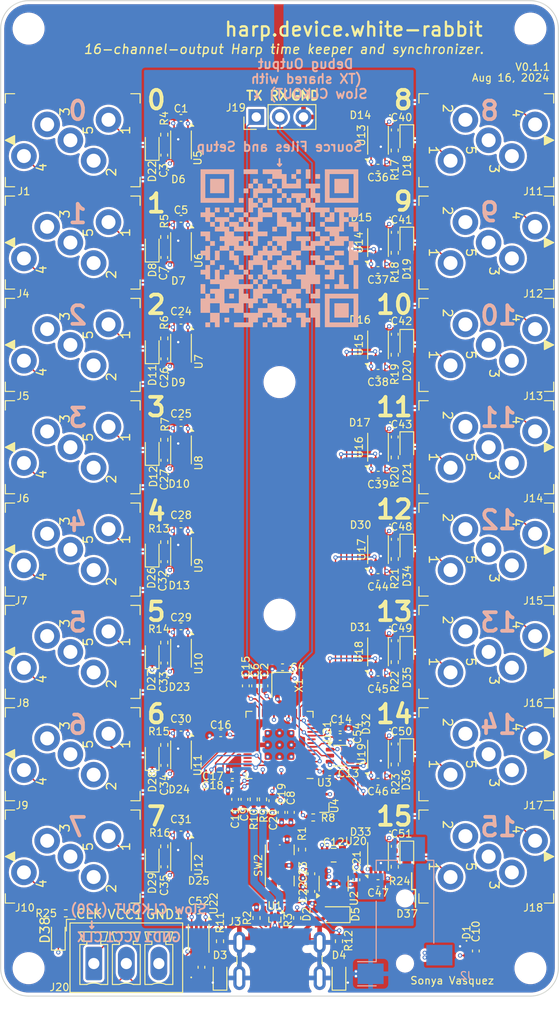
<source format=kicad_pcb>
(kicad_pcb (version 20240108) (generator "pcbnew") (generator_version "8.0")
  (layers (0 "F.Cu" mixed) (1 "In1.Cu" power) (2 "In2.Cu" power) (31 "B.Cu" signal) (34 "B.Paste" user) (35 "F.Paste" user) (36 "B.SilkS" user "B.Silkscreen") (37 "F.SilkS" user "F.Silkscreen") (38 "B.Mask" user) (39 "F.Mask" user) (44 "Edge.Cuts" user))
  (net 0 "")
  (net 1 "VBUS")
  (net 2 "GND")
  (net 3 "+1V1")
  (net 4 "Net-(U2-NR)")
  (net 5 "VDD")
  (net 6 "Net-(D3-A)")
  (net 7 "Net-(D4-A)")
  (net 8 "Net-(U5-INA)")
  (net 9 "Net-(D22-K)")
  (net 10 "Net-(U6-INA)")
  (net 11 "Net-(J3-CC1)")
  (net 12 "/Harp Core RP2040 + USB/D+")
  (net 13 "/Harp Core RP2040 + USB/D-")
  (net 15 "Net-(J3-CC2)")
  (net 17 "/Harp Core RP2040 + USB/USB_Boot")
  (net 18 "/Harp Core RP2040 + USB/QSPI_CS")
  (net 19 "Net-(U3-USB_DP)")
  (net 20 "Net-(U3-USB_DM)")
  (net 21 "Net-(U3-GPIO24)")
  (net 22 "Net-(U3-GPIO25)")
  (net 24 "Net-(D7-A1)")
  (net 25 "+3.3V")
  (net 26 "Net-(U7-INA)")
  (net 27 "Net-(D11-K)")
  (net 28 "Net-(U8-INA)")
  (net 29 "Net-(D10-A1)")
  (net 30 "Net-(U9-INA)")
  (net 31 "Net-(D13-A1)")
  (net 32 "Net-(U3-XIN)")
  (net 36 "Net-(U10-INA)")
  (net 38 "Net-(D23-A1)")
  (net 40 "Net-(U11-INA)")
  (net 41 "Net-(D24-A1)")
  (net 42 "Net-(U12-INA)")
  (net 47 "/Harp Core RP2040 + USB/QSPI_D3")
  (net 48 "/Harp Core RP2040 + USB/QSPI_CLK")
  (net 49 "/Harp Core RP2040 + USB/QSPI_D0")
  (net 50 "/Harp Core RP2040 + USB/QSPI_D2")
  (net 51 "/Harp Core RP2040 + USB/QSPI_D1")
  (net 55 "Net-(D25-A1)")
  (net 56 "Net-(U13-INA)")
  (net 57 "Net-(D14-A1)")
  (net 58 "Net-(U14-INA)")
  (net 59 "Net-(D15-A1)")
  (net 60 "Net-(U15-INA)")
  (net 61 "Net-(D16-A1)")
  (net 62 "Net-(U16-INA)")
  (net 63 "Net-(U17-INA)")
  (net 64 "Net-(U18-INA)")
  (net 65 "Net-(U19-INA)")
  (net 66 "Net-(U20-INA)")
  (net 67 "Net-(D8-A)")
  (net 68 "Net-(D11-A)")
  (net 69 "Net-(D12-A)")
  (net 70 "Net-(D18-A)")
  (net 71 "Net-(D19-A)")
  (net 72 "Net-(D20-A)")
  (net 73 "Net-(D21-A)")
  (net 74 "Net-(D22-A)")
  (net 75 "Net-(D26-A)")
  (net 76 "Net-(D27-A)")
  (net 77 "Net-(D28-A)")
  (net 78 "Net-(D29-A)")
  (net 79 "Net-(D34-A)")
  (net 80 "Net-(D35-A)")
  (net 81 "Net-(D36-A)")
  (net 82 "Net-(D37-A)")
  (net 83 "Net-(D6-A2)")
  (net 84 "/Harp Core RP2040 + USB/HARP_CLKIN_SYNC")
  (net 85 "Net-(D7-A2)")
  (net 86 "Net-(D9-A2)")
  (net 87 "Net-(D10-A2)")
  (net 88 "Net-(D13-A2)")
  (net 89 "Net-(D14-A2)")
  (net 90 "Net-(D15-A2)")
  (net 91 "Net-(D16-A2)")
  (net 92 "Net-(D23-A2)")
  (net 93 "Net-(D24-A2)")
  (net 94 "Net-(D25-A2)")
  (net 95 "Net-(D17-A1)")
  (net 96 "Net-(D30-A1)")
  (net 97 "Net-(D31-A1)")
  (net 98 "Net-(D32-A1)")
  (net 99 "Net-(D33-A1)")
  (net 100 "/Harp Core RP2040 + USB/UART0_RXD")
  (net 101 "/Clock Outputs 8 - 16/CH15_CONNECTED")
  (net 102 "/Clock Outputs 8 - 16/CH14_CONNECTED")
  (net 103 "/Clock Outputs 8 - 16/CH13_CONNECTED")
  (net 104 "/Clock Outputs 8 - 16/CH12_CONNECTED")
  (net 105 "/Clock Outputs 8 - 16/CH11_CONNECTED")
  (net 106 "/Clock Outputs 8 - 16/CH10_CONNECTED")
  (net 107 "/Clock Outputs 8 - 16/CH9_CONNECTED")
  (net 108 "/Clock Outputs 8 - 16/CH8_CONNECTED")
  (net 109 "/Clock Outputs 0 - 7/CH7_CONNECTED")
  (net 110 "/Clock Outputs 0 - 7/CH6_CONNECTED")
  (net 111 "/Clock Outputs 0 - 7/CH5_CONNECTED")
  (net 112 "/Clock Outputs 0 - 7/CH4_CONNECTED")
  (net 113 "/Clock Outputs 0 - 7/CH3_CONNECTED")
  (net 114 "/Clock Outputs 0 - 7/CH2_CONNECTED")
  (net 115 "/Clock Outputs 0 - 7/CH1_CONNECTED")
  (net 116 "/Clock Outputs 0 - 7/CH0_CONNECTED")
  (net 117 "/Harp Core RP2040 + USB/HARP_CLKOUT")
  (net 118 "HARP_CLKOUT")
  (net 119 "Net-(D17-A2)")
  (net 120 "Net-(D30-A2)")
  (net 121 "Net-(D31-A2)")
  (net 122 "Net-(D32-A2)")
  (net 123 "Net-(D33-A2)")
  (net 124 "Net-(J20-Pin_2)")
  (net 125 "Net-(D38-K)")
  (net 126 "Net-(D38-A)")
  (net 127 "Net-(D39-A2)")
  (net 128 "/Harp Core RP2040 + USB/SLOW_CLKOUT")
  (net 129 "/Harp Core RP2040 + USB/SLOW_CLKOUT_CONNECTED")
  (footprint "Capacitor_SMD:C_0402_1005Metric" (layer "F.Cu") (at 129.4 57.45)
    (property "Reference" "C5")
    (property "Value" "100nF" (hide yes))
  )
  (footprint "kicad_component_library:DFN-8_3x2mm_P0.5mm" (layer "F.Cu") (at 129.4 104.142855 -90)
    (property "Reference" "U10")
    (property "Value" "ISO6521FREUR" (hide yes))
  )
  (footprint "Diode_SMD:D_0402_1005Metric" (layer "F.Cu") (at 160.125 136.15 -90)
    (property "Reference" "D1")
    (property "Value" "D_TVS" (hide yes))
  )
  (footprint "Capacitor_SMD:C_0402_1005Metric" (layer "F.Cu") (at 131.6 137.9 90)
    (property "Reference" "C53" (hide yes))
    (property "Value" "100nF" (hide yes))
  )
  (footprint "kicad_component_library:Jack_3.5mm_Kycon_STX-3680-5NB_Vertical" (layer "F.Cu") (at 162.5 126 -90)
    (property "Reference" "J18")
    (property "Value" "AudioJack3" (hide yes))
  )
  (footprint "Capacitor_SMD:C_0402_1005Metric" (layer "F.Cu") (at 146.525 112.15 180)
    (property "Reference" "C14")
    (property "Value" "100nF" (hide yes))
  )
  (footprint "Capacitor_SMD:C_0402_1005Metric" (layer "F.Cu") (at 127.6 127.1 -90)
    (property "Reference" "C35")
    (property "Value" "100nF" (hide yes))
  )
  (footprint "kicad_component_library:DFN-8_3x2mm_P0.5mm" (layer "F.Cu") (at 150.6 93 90)
    (property "Reference" "U17")
    (property "Value" "ISO6521FREUR" (hide yes))
  )
  (footprint "Diode_SMD:D_0402_1005Metric" (layer "F.Cu") (at 143.875 132.25 -90)
    (property "Reference" "D2")
    (property "Value" "D_TVS" (hide yes))
  )
  (footprint "LED_SMD:LED_0603_1608Metric_Pad1.05x0.95mm_HandSolder" (layer "F.Cu") (at 153.7 49 -90)
    (property "Reference" "D18")
    (property "Value" "LED" (hide yes))
  )
  (footprint "kicad_component_library:DFN-8_3x2mm_P0.5mm" (layer "F.Cu") (at 129.4 60.428571 -90)
    (property "Reference" "U6")
    (property "Value" "ISO6521FREUR" (hide yes))
  )
  (footprint "Capacitor_SMD:C_0402_1005Metric" (layer "F.Cu") (at 127.6 94.3 -90)
    (property "Reference" "C32")
    (property "Value" "100nF" (hide yes))
  )
  (footprint "kicad_component_library:Jack_3.5mm_Kycon_STX-3680-5NB_Vertical" (layer "F.Cu") (at 117.5 49 90)
    (property "Reference" "J1")
    (property "Value" "AudioJack3" (hide yes))
  )
  (footprint "LED_SMD:LED_0603_1608Metric_Pad1.05x0.95mm_HandSolder" (layer "F.Cu") (at 153.7 104 -90)
    (property "Reference" "D35")
    (property "Value" "LED" (hide yes))
  )
  (footprint "Diode_SMD:D_0402_1005Metric" (layer "F.Cu") (at 150.8 101.3 180)
    (property "Reference" "D31")
    (property "Value" "D_TVS" (hide yes))
  )
  (footprint "Capacitor_SMD:C_0402_1005Metric" (layer "F.Cu") (at 141.225 121.25 90)
    (property "Reference" "C8")
    (property "Value" "100nF" (hide yes))
  )
  (footprint "Resistor_SMD:R_0402_1005Metric" (layer "F.Cu") (at 141.9 132.6 90)
    (property "Reference" "R3")
    (property "Value" "5K1" (hide yes))
  )
  (footprint "kicad_component_library:DFN-8_3x2mm_P0.5mm" (layer "F.Cu") (at 150.6 49 90)
    (property "Reference" "U13")
    (property "Value" "ISO6521FREUR" (hide yes))
  )
  (footprint "MountingHole:MountingHole_3.2mm_M3_DIN965" (layer "F.Cu") (at 140 75)
    (property "Reference" "REF**" (hide yes))
    (property "Value" "MountingHole_3.2mm_M3_DIN965" (hide yes))
  )
  (footprint "kicad_component_library:Jack_3.5mm_Kycon_STX-3680-5NB_Vertical" (layer "F.Cu") (at 162.5 82 -90)
    (property "Reference" "J14")
    (property "Value" "AudioJack3" (hide yes))
  )
  (footprint "MountingHole:MountingHole_3.2mm_M3_DIN965" (layer "F.Cu") (at 167 138)
    (property "Reference" "REF**" (hide yes))
    (property "Value" "MountingHole_3.2mm_M3_DIN965" (hide yes))
  )
  (footprint "MountingHole:MountingHole_3.2mm_M3_DIN965" (layer "F.Cu") (at 167 37)
    (property "Reference" "REF**" (hide yes))
    (property "Value" "MountingHole_3.2mm_M3_DIN965" (hide yes))
  )
  (footprint "Capacitor_SMD:C_0402_1005Metric" (layer "F.Cu") (at 133.675 112.75)
    (property "Reference" "C16")
    (property "Value" "100nF" (hide yes))
  )
  (footprint "Capacitor_SMD:C_0402_1005Metric" (layer "F.Cu") (at 150.6 74 180)
    (property "Reference" "C38")
    (property "Value" "100nF" (hide yes))
  )
  (footprint "LED_SMD:LED_0603_1608Metric_Pad1.05x0.95mm_HandSolder" (layer "F.Cu") (at 126.3 115.071426 90)
    (property "Reference" "D28")
    (property "Value" "LED" (hide yes))
  )
  (footprint "Connector_Phoenix_MC:PhoenixContact_MCV_1,5_3-G-3.5_1x03_P3.50mm_Vertical" (layer "F.Cu") (at 120.0175 137.5)
    (property "Reference" "J20")
    (property "Value" "Conn_01x03_Female" (hide yes))
  )
  (footprint "Capacitor_SMD:C_0402_1005Metric" (layer "F.Cu") (at 143.425 129.75 90)
    (property "Reference" "C22")
    (property "Value" "1uF" (hide yes))
  )
  (footprint "kicad_component_library:Jack_3.5mm_Kycon_STX-3680-5NB_Vertical" (layer "F.Cu") (at 162.5 115 -90)
    (property "Reference" "J17")
    (property "Value" "AudioJack3" (hide yes))
  )
  (footprint "LED_SMD:LED_0603_1608Metric_Pad1.05x0.95mm_HandSolder" (layer "F.Cu") (at 153.7 60 -90)
    (property "Reference" "D19")
    (property "Value" "LED" (hide yes))
  )
  (footprint "MountingHole:MountingHole_3.2mm_M3_DIN965" (layer "F.Cu") (at 140 100)
    (property "Reference" "REF**" (hide yes))
    (property "Value" "MountingHole_3.2mm_M3_DIN965" (hide yes))
  )
  (footprint "Capacitor_SMD:C_0402_1005Metric" (layer "F.Cu") (at 135.225 119.85 -90)
    (property "Reference" "C11")
    (property "Value" "1uF" (hide yes))
  )
  (footprint "Diode_SMD:D_0402_1005Metric" (layer "F.Cu") (at 129.115 52.2)
    (property "Reference" "D6")
    (property "Value" "D_TVS" (hide yes))
  )
  (footprint "Resistor_SMD:R_0402_1005Metric" (layer "F.Cu") (at 152.4 50.1 -90)
    (property "Reference" "R17")
    (property "Value" "1K6" (hide yes))
  )
  (footprint "Capacitor_SMD:C_0402_1005Metric" (layer "F.Cu") (at 150.6 95.95 180)
    (property "Reference" "C44")
    (property "Value" "100nF" (hide yes))
  )
  (footprint "Capacitor_SMD:C_0402_1005Metric" (layer "F.Cu") (at 129.4 79.4)
    (property "Reference" "C25")
    (property "Value" "100nF" (hide yes))
  )
  (footprint "Capacitor_SMD:C_0402_1005Metric" (layer "F.Cu") (at 140.225 121.25 90)
    (property "Reference" "C19")
    (property "Value" "100nF" (hide yes))
  )
  (footprint "Capacitor_SMD:C_0402_1005Metric" (layer "F.Cu") (at 150.6 51.95 180)
    (property "Reference" "C36")
    (property "Value" "100nF" (hide yes))
  )
  (footprint "kicad_component_library:Jack_3.5mm_Kycon_STX-3680-5NB_Vertical" (layer "F.Cu") (at 162.5 49 -90)
    (property "Reference" "J11")
    (property "Value" "AudioJack3" (hide yes))
  )
  (footprint "kicad_component_library:Jack_3.5mm_Kycon_STX-3680-5NB_Vertical" (layer "F.Cu") (at 162.5 93 -90)
    (property "Reference" "J15")
    (property "Value" "AudioJack3" (hide yes))
  )
  (footprint "Package_TO_SOT_SMD:SOT-23-5" (layer "F.Cu") (at 145.825 128.9125 90)
    (property "Reference" "U2")
    (property "Value" "TPS73433DDCR" (hide yes))
  )
  (footprint "Capacitor_SMD:C_0402_1005Metric" (layer "F.Cu") (at 152.4 102.8 90)
    (property "Reference" "C49")
    (property "Value" "100nF" (hide yes))
  )
  (footprint "Capacitor_SMD:C_0402_1005Metric" (layer "F.Cu") (at 152.4 80.9 90)
    (property "Reference" "C43")
    (property "Value" "100nF" (hide yes))
  )
  (footprint "LED_SMD:LED_0603_1608Metric_Pad1.05x0.95mm_HandSolder" (layer "F.Cu") (at 133.6 138.7 90)
    (property "Reference" "D3")
    (property "Value" "LED" (hide yes))
  )
  (footprint "Fiducial:Fiducial_0.5mm_Mask1mm" (layer "F.Cu") (at 113 134)
    (property "Reference" "FID1" (hide yes))
    (property "Value" "Fiducial" (hide yes))
  )
  (footprint "Capacitor_SMD:C_0402_1005Metric" (layer "F.Cu") (at 152.4 47.9 90)
    (property "Reference" "C40")
    (property "Value" "100nF" (hide yes))
  )
  (footprint "Capacitor_SMD:C_0402_1005Metric" (layer "F.Cu") (at 152.4 69.857144 90)
    (property "Reference" "C42")
    (property "Value" "100nF" (hide yes))
  )
  (footprint "kicad_component_library:DFN-8_3x2mm_P0.5mm" (layer "F.Cu") (at 150.6 82 90)
    (property "Reference" "U16")
    (property "Value" "ISO6521FREUR" (hide yes))
  )
  (footprint "Diode_SMD:D_0402_1005Metric" (layer "F.Cu") (at 130.5 137.9 90)
    (property "Reference" "D39" (hide yes))
    (property "Value" "D_TVS" (hide yes))
  )
  (footprint "kicad_component_library:RP2040-QFN-56" (layer "F.Cu") (at 140 114 180)
    (property "Reference" "U3")
    (property "Value" "RP2040" (hide yes))
  )
  (footprint "LED_SMD:LED_0603_1608Metric_Pad1.05x0.95mm_HandSolder" (layer "F.Cu") (at 153.7 93 -90)
    (property "Reference" "D34")
    (property "Value" "LED" (hide yes))
  )
  (footprint "Capacitor_SMD:C_0402_1005Metric" (layer "F.Cu") (at 136.375 107.65 -90)
    (property "Reference" "C15")
    (property "Value" "100nF" (hide yes))
  )
  (footprint "Resistor_SMD:R_0402_1005Metric" (layer "F.Cu") (at 127.6 59.4 90)
    (property "Reference" "R5")
    (property "Value" "1K6" (hide yes))
  )
  (footprint "MountingHole:MountingHole_3.2mm_M3_DIN965" (layer "F.Cu") (at 113 37)
    (property "Reference" "REF**" (hide yes))
    (property "Value" "MountingHole_3.2mm_M3_DIN965" (hide yes))
  )
  (footprint "Diode_SMD:D_0402_1005Metric" (layer "F.Cu") (at 150.8 90.3 180)
    (property "Reference" "D30")
    (property "Value" "D_TVS" (hide yes))
  )
  (footprint "Connector_PinHeader_2.54mm:PinHeader_1x03_P2.54mm_Vertical" (layer "F.Cu") (at 137.5 46.5 90)
    (property "Reference" "J19")
    (property "Value" "Conn_01x03_Male" (hide yes))
  )
  (footprint "LED_SMD:LED_0603_1608Metric_Pad1.05x0.95mm_HandSolder" (layer "F.Cu") (at 126.3 49.5 90)
    (property "Reference" "D22")
    (property "Value" "LED" (hide yes))
  )
  (footprint "kicad_component_library:Jack_3.5mm_Kycon_STX-3680-5NB_Vertical" (layer "F.Cu") (at 117.5 93 90)
    (property "Reference" "J7")
    (property "Value" "AudioJack3" (hide yes))
  )
  (footprint "Resistor_SMD:R_0402_1005Metric" (layer "F.Cu") (at 127.6 124.9 90)
    (property "Reference" "R16")
    (property "Value" "1K6" (hide yes))
  )
  (footprint "Capacitor_SMD:C_0402_1005Metric" (layer "F.Cu") (at 127.6 72.5 -90)
    (property "Reference" "C26")
    (property "Value" "100nF" (hide yes))
  )
  (footprint "kicad_component_library:Jack_3.5mm_Kycon_STX-3680-5NB_Vertical" (layer "F.Cu") (at 117.5 60 90)
    (property "Reference" "J4")
    (property "Value" "AudioJack3" (hide yes))
  )
  (footprint "Diode_SMD:D_0402_1005Metric" (layer "F.Cu") (at 129.115 95.85714)
    (property "Reference" "D13")
    (property "Value" "D_TVS" (hide yes))
  )
  (footprint "Diode_SMD:D_0402_1005Metric" (layer "F.Cu") (at 150.8 46.3 180)
    (property "Reference" "D14")
    (property "Value" "D_TVS" (hide yes))
  )
  (footprint "LED_SMD:LED_0603_1608Metric_Pad1.05x0.95mm_HandSolder" (layer "F.Cu") (at 126.3 60.428571 90)
    (property "Reference" "D8")
    (property "Value" "LED" (hide yes))
  )
  (footprint "Diode_SMD:D_0402_1005Metric" (layer "F.Cu") (at 129.115 106.771425)
    (property "Reference" "D23")
    (property "Value" "D_TVS" (hide yes))
  )
  (footprint "kicad_component_library:Winbond-8USON-2x3mm" (layer "F.Cu") (at 143.625 120.05 180)
    (property "Reference" "U4")
    (property "Value" "W25Q16JVUXIQ" (hide yes))
  )
  (footprint "kicad_component_library:DFN-8_3x2mm_P0.5mm" (layer "F.Cu") (at 150.6 104 90)
    (property "Reference" "U18")
    (property "Value" "ISO6521FREUR" (hide yes))
  )
  (footprint "Diode_SMD:D_0402_1005Metric" (layer "F.Cu") (at 129.115 63.114285)
    (property "Reference" "D7")
    (property "Value" "D_TVS" (hide yes))
  )
  (footprint "kicad_component_library:SW_Push_1P1T-SH_NO_Vertical_Wuerth_WS-TASV" (layer "F.Cu") (at 140.025 126.95 -90)
    (property "Reference" "SW2")
    (property "Value" "~" (hide yes))
  )
  (footprint "Resistor_SMD:R_0402_1005Metric" (layer "F.Cu") (at 127.6 114 90)
    (property "Reference" "R15")
    (property "Value" "1K6" (hide yes))
  )
  (footprint "Diode_SMD:D_0402_1005Metric" (layer "F.Cu") (at 150.8 79.3 180)
    (property "Reference" "D17")
    (property "Value" "D_TVS" (hide yes))
  )
  (footprint "Fiducial:Fiducial_0.5mm_Mask1mm" (layer "F.Cu") (at 163 138)
    (property "Reference" "FID2" (hide yes))
    (property "Value" "Fiducial" (hide yes))
  )
  (footprint "Diode_SMD:D_0402_1005Metric" (layer "F.Cu") (at 150.8 57.3 180)
    (property "Reference" "D15")
    (property "Value" "D_TVS" (hide yes))
  )
  (footprint "Capacitor_SMD:C_0402_1005Metric" (layer "F.Cu") (at 127.6 116.2 -90)
    (property "Reference" "C34")
    (property "Value" "100nF" (hide yes))
  )
  (footprint "Resistor_SMD:R_0402_1005Metric" (layer "F.Cu") (at 127.6 103 90)
    (property "Reference" "R14")
    (property "Value" "1K6" (hide yes))
  )
  (footprint "Diode_SMD:D_0402_1005Metric" (layer "F.Cu") (at 150.8 112.3 180)
    (property "Reference" "D32")
    (property "Value" "D_TVS" (hide yes))
  )
  (footprint "LED_SMD:LED_0603_1608Metric_Pad1.05x0.95mm_HandSolder" (layer "F.Cu") (at 126.3 126 90)
    (property "Reference" "D29")
    (property "Value" "LED" (hide yes))
  )
  (footprint "kicad_component_library:DFN-8_3x2mm_P0.5mm" (layer "F.Cu") (at 129.4 93.214284 -90)
    (property "Reference" "U9")
    (property "Value" "ISO6521FREUR" (hide yes))
  )
  (footprint "Capacitor_SMD:C_0402_1005Metric" (layer "F.Cu") (at 129.4 90.3)
    (property "Reference" "C28")
    (property "Value" "100nF" (hide yes))
  )
  (footprint "Capacitor_SMD:C_0402_1005Metric" (layer "F.Cu") (at 129.4 122.9)
    (property "Reference" "C31")
    (property "Value" "100nF" (hide yes))
  )
  (footprint "Capacitor_SMD:C_0402_1005Metric" (layer "F.Cu") (at 127.6 105.2 -90)
    (property "Reference" "C33")
    (property "Value" "100nF" (hide yes))
  )
  (footprint "Resistor_SMD:R_0402_1005Metric" (layer "F.Cu") (at 152.4 83.1 -90)
    (property "Reference" "R20")
    (property "Value" "1K6" (hide yes))
  )
  (footprint "kicad_component_library:DFN-8_3x2mm_P0.5mm" (layer "F.Cu") (at 129.4 71.357142 -90)
    (property "Reference" "U7")
    (property "Value" "ISO6521FREUR" (hide yes))
  )
  (footprint "Capacitor_SMD:C_0805_2012Metric" (layer "F.Cu") (at 145.825 125.85)
    (property "Reference" "C12")
    (property "Value" "10uF" (hide yes))
  )
  (footprint "LED_SMD:LED_0603_1608Metric_Pad1.05x0.95mm_HandSolder" (layer "F.Cu") (at 146.4 138.7 90)
    (property "Reference" "D4")
    (property "Value" "LED" (hide yes))
  )
  (footprint "Capacitor_SMD:C_0402_1005Metric" (layer "F.Cu") (at 148.275 128.5 -90)
    (property "Reference" "C21")
    (property "Value" "10nF" (hide yes))
  )
  (footprint "Resistor_SMD:R_0402_1005Metric" (layer "F.Cu") (at 117 132.1 180)
    (property "Reference" "R25")
    (property "Value" "1K6" (hide yes))
  )
  (footprint "Capacitor_SMD:C_0402_1005Metric" (layer "F.Cu") (at 150.6 128.85 180)
    (property "Reference" "C47")
    (property "Value" "100nF" (hide yes))
  )
  (footprint "kicad_component_library:Jack_3.5mm_Kycon_STX-3680-5NB_Vertical" (layer "F.Cu") (at 117.5 126 90)
    (property "Reference" "J10")
    (property "Value" "AudioJack3" (hide yes))
  )
  (footprint "Resistor_SMD:R_0402_1005Metric" (layer "F.Cu") (at 152.4 116.1 -90)
    (property "Reference" "R23")
    (property "Value" "1K6" (hide yes))
  )
  (footprint "Resistor_SMD:R_0402_1005Metric" (layer "F.Cu") (at 137.525 132.6 90)
    (property "Reference" "R2")
    (property "Value" "5K1" (hide yes))
  )
  (footprint "Capacitor_SMD:C_0402_1005Metric" (layer "F.Cu") (at 143.425 127.85 90)
    (property "Reference" "C23")
    (property "Value" "2.2uF" (hide yes))
  )
  (footprint "kicad_component_library:DFN-8_3x2mm_P0.5mm" (layer "F.Cu") (at 150.6 71 90)
    (property "Reference" "U15")
    (property "Value" "ISO6521FREUR" (hide yes))
  )
  (footprint "Capacitor_SMD:C_0402_1005Metric" (layer "F.Cu") (at 150.6 117.95 180)
    (property "Reference" "C46")
    (property "Value" "100nF" (hide yes))
  )
  (footprint "Capacitor_SMD:C_0402_1005Metric" (layer "F.Cu") (at 150.6 62.95 180)
    (property "Reference" "C37")
    (property "Value" "100nF" (hide yes))
  )
  (footprint "Crystal:Crystal_SMD_2016-4Pin_2.0x1.6mm" (layer "F.Cu") (at 140.325 107.55 -90)
    (property "Reference" "X1")
    (property "Value" "ECS-TXO-2016" (hide yes))
  )
  (footprint "Capacitor_SMD:C_0402_1005Metric" (layer "F.Cu") (at 134.925 118.25)
    (property "Reference" "C18")
    (property "Value" "100nF" (hide yes))
  )
  (footprint "Diode_SMD:D_0402_1005Metric" (layer "F.Cu") (at 129.115 74.02857)
    (property "Reference" "D9")
    (property "Value" "D_TVS" (hide yes))
  )
  (footprint "kicad_component_library:Jack_3.5mm_Kycon_STX-3680-5NB_Vertical" (layer "F.Cu") (at 162.5 60 -90)
    (property "Reference" "J12")
    (property "Value" "AudioJack3" (hide yes))
  )
  (footprint "kicad_component_library:DFN-8_3x2mm_P0.5mm" (layer "F.Cu") (at 150.6 126 90)
    (property "Reference" "U20")
    (property "Value" "ISO6521FREUR" (hide yes))
  )
  (footprint "Capacitor_SMD:C_0402_1005Metric" (layer "F.Cu") (at 150.6 106.95 180)
    (property "Reference" "C45")
    (property "Value" "100nF" (hide yes))
  )
  (footprint "Resistor_SMD:R_0402_1005Metric" (layer "F.Cu") (at 127.6 48.4 90)
    (property "Reference" "R4")
    (property "Value" "1K6" (hide yes))
  )
  (footprint "Resistor_SMD:R_0402_1005Metric" (layer "F.Cu") (at 152.4 105.1 -90)
    (property "Reference" "R22")
    (property "Value" "1K6" (hide yes))
  )
  (footprint "Capacitor_SMD:C_0402_1005Metric" (layer "F.Cu") (at 140.325 105.65 180)
    (property "Reference" "C4")
    (property "Value" "10nF" (hide yes))
  )
  (footprint "Resistor_SMD:R_0402_1005Metric" (layer "F.Cu") (at 137.225 119.85 -90)
    (property "Reference" "R10")
    (property "Value" "27" (hide yes))
  )
  (footprint "Diode_SMD:D_0402_1005Metric" (layer "F.Cu") (at 150.8 68.3 180)
    (property "Reference" "D16")
    (property "Value" "D_TVS" (hide yes))
  )
  (footprint "Resistor_SMD:R_0402_1005Metric" (layer "F.Cu") (at 127.6 81.2 90)
    (property "Reference" "R7")
    (property "Value" "1K6" (hide yes))
  )
  (footprint "Capacitor_SMD:C_0402_1005Metric" (layer "F.Cu") (at 152.4 124.9 90)
    (property "Reference" "C51")
    (property "Value" "100nF" (hide yes))
  )
  (footprint "Fiducial:Fiducial_0.5mm_Mask1mm" (layer "F.Cu") (at 163 37)
    (property "Reference" "FID3" (hide yes))
    (property "Value" "Fiducial" (hide yes))
  )
  (footprint "LED_SMD:LED_0603_1608Metric_Pad1.05x0.95mm_HandSolder" (layer "F.Cu") (at 153.7 82 -90)
    (property "Reference" "D21")
    (property "Value" "LED" (hide yes))
  )
  (footprint "kicad_component_library:DFN-8_3x2mm_P0.5mm" (layer "F.Cu") (at 129.4 49.5 -90)
    (property "Reference" "U5")
    (property "Value" "ISO6521FREUR" (hide yes))
  )
  (footprint "Resistor_SMD:R_0402_1005Metric" (layer "F.Cu") (at 138.225 119.85 -90)
    (property "Reference" "R9")
    (property "Value" "27" (hide yes))
  )
  (footprint "Resistor_SMD:R_0402_1005Metric" (layer "F.Cu") (at 152.4 72.057144 -90)
    (property "Reference" "R19")
    (property "Value" "1K6" (hide yes))
  )
  (footprint "Capacitor_SMD:C_0402_1005Metric" (layer "F.Cu") (at 134.925 117.25)
    (property "Reference" "C17")
    (property "Value" "100nF" (hide yes))
  )
  (footprint "Capacitor_SMD:C_0402_1005Metric" (layer "F.Cu") (at 127.6 83.4 -90)
    (property "Reference" "C27")
    (property "Value" "100nF" (hide yes))
  )
  (footprint "kicad_component_library:Jack_3.5mm_Kycon_STX-3680-5NB_Vertical" (layer "F.Cu") (at 117.5 71 90)
    (property "Reference" "J5")
    (property "Value" "AudioJack3" (hide yes))
  )
  (footprint "Capacitor_SMD:C_0402_1005Metric" (layer "F.Cu") (at 152.4 113.9 90)
    (property "Reference" "C50")
    (property "Value" "100nF" (hide yes))
  )
  (footprint "kicad_component_library:Jack_3.5mm_Kycon_STX-3680-5NB_Vertical" (layer "F.Cu") (at 117.5 104 90)
    (property "Reference" "J8")
    (property "Value" "AudioJack3" (hide yes))
  )
  (footprint "Diode_SMD:D_SOD-323F" (layer "F.Cu") (at 145.975 132.25 180)
    (property "Reference" "D5")
    (property "Value" "BAT54J" (hide yes))
  )
  (footprint "kicad_component_library:Jack_3.5mm_Kycon_STX-3680-5NB_Vertical" (layer "F.Cu") (at 162.5 71 -90)
    (property "Reference" "J13")
    (property "Value" "AudioJack3" (hide yes))
  )
  (footprint "Capacitor_SMD:C_0402_1005Metric" (layer "F.Cu") (at 129.4 68.4)
    (property "Reference" "C24")
    (property "Value" "100nF" (hide yes))
  )
  (footprint "LED_SMD:LED_0603_1608Metric_Pad1.05x0.95mm_HandSolder" (layer "F.Cu") (at 153.7 126 -90)
    (property "Reference" "D37")
    (property "Value" "LED" (hide yes))
  )
  (footprint "Capacitor_SMD:C_0402_1005Metric" (layer "F.Cu") (at 136.225 119.85 -90)
    (property "Reference" "C9")
    (property "Value" "1uF" (hide yes))
  )
  (footprint "Capacitor_SMD:C_0402_1005Metric" (layer "F.Cu") (at 139.225 120 90)
    (property "Reference" "C20")
    (property "Value" "100nF" (hide yes))
  )
  (footprint "Diode_SMD:D_0402_1005Metric" (layer "F.Cu") (at 129.115 84.942855)
    (property "Reference" "D10")
    (property "Value" "D_TVS" (hide yes))
  )
  (footprint "kicad_component_library:DFN-8_3x2mm_P0.5mm" (layer "F.Cu") (at 131.3 134.8 -90)
    (property "Reference" "U22")
    (property "Value" "ISO6521FREUR" (hide yes))
  )
  (footprint "Resistor_SMD:R_0402_1005Metric" (layer "F.Cu") (at 127.6 70.3 90)
    (property "Reference" "R6")
    (property "Value" "1K6" (hide yes))
  )
  (footprint "kicad_component_library:DFN-8_3x2mm_P0.5mm" (layer "F.Cu") (at 150.6 115 90)
    (property "Reference" "U19")
    (property "Value" "ISO6521FREUR" (hide yes))
  )
  (footprint "Resistor_SMD:R_0402_1005Metric" (layer "F.Cu") (at 133.6 135.1 -90)
    (property "Reference" "R11")
    (property "Value" "330" (hide yes))
  )
  (footprint "kicad_component_library:Jack_3.5mm_Kycon_STX-3680-5NB_Vertical" (layer "F.Cu") (at 117.5 115 90)
    (property "Reference" "J9")
    (property "Value" "AudioJack3" (hide yes))
  )
  (footprint "Capacitor_SMD:C_0402_1005Metric" (layer "F.Cu") (at 161.125 136.15 90)
    (property "Reference" "C10")
    (property "Value" "1uF" (hide yes))
  )
  (footprint "Resistor_SMD:R_0402_1005Metric" (layer "F.Cu") (at 142.425 125.25 90)
    (property "Reference" "R1")
    (property "Value" "1K" (hide yes))
  )
  (footprint "Capacitor_SMD:C_0402_1005Metric" (layer "F.Cu") (at 145.4 116.95 180)
    (property "Reference" "C13")
    (property "Value" "100nF" (hide yes))
  )
  (footprint "Resistor_SMD:R_0402_1005Metric" (layer "F.Cu") (at 152.4 127.1 -90)
    (property "Reference" "R24")
    (property "Value" "1K6" (hide yes))
  )
  (footprint "Capacitor_SMD:C_0402_1005Metric" (layer "F.Cu") (at 129.4 112.15)
    (property "Reference" "C30")
    (property "Value" "100nF" (hide yes))
  )
  (footprint "LED_SMD:LED_0603_1608Metric_Pad1.05x0.95mm_HandSolder" (layer "F.Cu") (at 153.7 115 -90)
    (property "Reference" "D36")
    (property "Value" "LED" (hide yes))
  )
  (footprint "Capacitor_SMD:C_0402_1005Metric" (layer "F.Cu") (at 150.625 84.95 180)
    (property "Reference" "C39")
    (property "Value" "100nF" (hide yes))
  )
  (footprint "kicad_component_library:DFN-8_3x2mm_P0.5mm" (layer "F.Cu") (at 129.4 126 -90)
    (property "Reference" "U12")
    (property "Value" "ISO6521FREUR" (hide yes))
  )
  (footprint "Capacitor_SMD:C_0402_1005Metric" (layer "F.Cu") (at 152.4 91.9 90)
    (property "Reference" "C48")
    (property "Value" "100nF" (hide yes))
  )
  (footprint "Resistor_SMD:R_0402_1005Metric" (layer "F.Cu") (at 127.6 92.2 90)
    (property "Reference" "R13")
    (property "Value" "1K6" (hide yes))
  )
  (footprint "Diode_SMD:D_0402_1005Metric" (layer "F.Cu") (at 150.8 123.3 180)
    (property "Reference" "D33")
    (property "Value" "D_TVS" (hide yes))
  )
  (footprint "Capacitor_SMD:C_0402_1005Metric" (layer "F.Cu") (at 137.375 107.65 -90)
    (property "Reference" "C6")
    (property "Value" "100nF" (hide yes))
  )
  (footprint "Capacitor_SMD:C_0402_1005Metric" (layer "F.Cu") (at 129.4 101.25)
    (property "Reference" "C29")
    (property "Value" "100nF" (hide yes))
  )
  (footprint "Package_TO_SOT_SMD:Texas_DRT-3" (layer "F.Cu") (at 139.5 132.5 180)
    (property "Reference" "U1")
    (property "Value" "TPD2EUSB30" (hide yes))
  )
  (footprint "Capacitor_SMD:C_0402_1005Metric" (layer "F.Cu") (at 129.4 46.6)
    (property "Reference" "C1")
    (property "Value" "100nF" (hide yes))
  )
  (footprint "Capacitor_SMD:C_0402_1005Metric" (layer "F.Cu") (at 138.375 107.65 -90)
    (property "Reference" "C2")
    (property "Value" "100nF" (hide yes))
  )
  (footprint "Capacitor_SMD:C_0402_1005Metric" (layer "F.Cu") (at 146.525 113.15 180)
    (property "Reference" "C54")
    (property "Value" "1uF")
  )
  (footprint "Package_TO_SOT_SMD:Texas_R-PDSO-G5_DCK-5" (layer "F.Cu") (at 146.525 115.15)
    (property "Reference" "U21")
    (property "Value" "SN74LVC1G125DCK" (hide yes))
  )
  (footprint "Resistor_SMD:R_0402_1005Metric" (layer "F.Cu") (at 152.4 94.014288 -90)
    (property "Reference" "R21")
    (property "Value" "1K6" (hide yes))
  )
  (footprint "Capacitor_SMD:C_0402_1005Metric" (layer "F.Cu") (at 152.4 58.9 90)
    (property "Reference" "C41")
    (property "Value" "100nF" (hide yes))
  )
  (footprint "Resistor_SMD:R_0402_1005Metric" (layer "F.Cu") (at 146.4 135.1 -90)
    (property "Reference" "R12")
    (property "Value" "330" (hide yes))
  )
  (footprint "LED_SMD:LED_0603_1608Metric_Pad1.05x0.95mm_HandSolder" (layer "F.Cu") (at 116.2 134.4 90)
    (property "Reference" "D38")
    (property "Value" "LED" (hide yes))
  )
  (footprint "kicad_component_library:Jack_3.5mm_Kycon_STX-3680-5NB_Vertical" (layer "F.Cu") (at 117.5 82 90)
    (property "Reference" "J6")
    (property "Value" "AudioJack3" (hide yes))
  )
  (footprint "LED_SMD:LED_0603_1608Metric_Pad1.05x0.95mm_HandSolder" (layer "F.Cu") (at 126.3 82.285713 90)
    (property "Reference" "D12")
    (property "Value" "LED" (hide yes))
  )
  (footprint "Resistor_SMD:R_0402_1005Metric" (layer "F.Cu") (at 152.4 61.1 -90)
    (property "Reference" "R18")
    (property "Value" "1K6" (hide yes))
  )
  (footprint "kicad_component_library:DFN-8_3x2mm_P0.5mm" (layer "F.Cu") (at 129.4 115.071426 -90)
    (property "Reference" "U11")
    (property "Value" "ISO6521FREUR" (hide yes))
  )
  (footprint "kicad_component_library:DFN-8_3x2mm_P0.5mm" (layer "F.Cu") (at 150.6 60 90)
    (property "Reference" "U14")
    (property "Value" "ISO6521FREUR" (hide yes))
  )
  (footprint "kicad_component_library:DFN-8_3x2mm_P0.5mm" (layer "F.Cu") (at 129.4 82.285713 -90)
    (property "Reference" "U8")
    (property "Value" "ISO6521FREUR" (hide yes))
  )
  (footprint "Diode_SMD:D_0402_1005Metric" (layer "F.Cu") (at 129.115 117.68571)
    (property "Reference" "D24")
    (property "Value" "D_TVS" (hide yes))
  )
  (footprint "MountingHole:MountingHole_3.2mm_M3_DIN965" (layer "F.Cu") (at 113 138)
    (property "Reference" "REF**" (hide yes))
    (property "Value" "MountingHole_3.2mm_M3_DIN965" (hide yes))
  )
  (footprint "LED_SMD:LED_0603_1608Metric_Pad1.05x0.95mm_HandSolder" (layer "F.Cu") (at 126.3 93.214284 90)
    (property "Reference" "D26")
    (property "Value" "LED" (hide yes))
  )
  (footprint "Connector_USB:USB_C_Receptacle_JAE_DX07S016JA1R1500" (layer "F.Cu") (at 140 137.9)
    (property "Reference" "J3")
    (property "Value" "USB_C_Receptacle_USB2.0" (hide yes))
  )
  (footprint "LED_SMD:LED_0603_1608Metric_Pad1.05x0.95mm_HandSolder" (layer "F.Cu") (at 126.3 104.142855 90)
    (property "Reference" "D27")
    (property "Value" "LED" (hide yes))
  )
  (footprint "Capacitor_SMD:C_0402_1005Metric" (layer "F.Cu") (at 131.3 131.8)
    (property "Reference" "C52")
    (property "Value" "100nF" (hide yes))
  )
  (footprint "LED_SMD:LED_0603_1608Metric_Pad1.05x0.95mm_HandSolder" (layer "F.Cu") (at 153.7 71 -90)
    (property "Reference" "D20")
    (property "Value" "LED" (hide yes))
  )
  (footprint "kicad_component_library:Jack_3.5mm_Kycon_STX-3680-5NB_Vertical" (layer "F.Cu") (at 162.5 104 -90)
    (property "Reference" "J16")
    (property "Value" "AudioJack3" (hide yes))
  )
  (footprint "Diode_SMD:D_0402_1005Metric" (layer "F.Cu") (at 129.2 128.6)
    (property "Reference" "D25")
    (property "Value" "D_TVS" (hide yes))
  )
  (footprint "LED_SMD:LED_0603_1608Metric_Pad1.05x0.95mm_HandSolder" (layer "F.Cu") (at 126.3 71.357142 90)
    (property "Reference" "D11")
    (property "Value" "LED" (hide yes))
  )
  (footprint "Capacitor_SMD:C_0402_1005Metric" (layer "F.Cu") (at 127.6 50.6 -90)
    (property "Reference" "C3")
    (property "Value" "100nF" (hide yes))
  )
  (footprint "Resistor_SMD:R_0402_1005Metric" (layer "F.Cu") (at 143.625 121.8 180)
    (property "Reference" "R8")
    (property "Value" "10K" (hide yes))
  )
  (footprint "Capacitor_SMD:C_0402_1005Metric" (layer "F.Cu") (at 127.6 61.6 -90)
    (property "Reference" "C7")
    (property "Value" "100nF" (hide yes))
  )
  (footprint "Connector_Audio:Jack_3.5mm_CUI_SJ-3524-SMT_Horizontal" (layer "B.Cu") (at 153.5 135)
    (property "Reference" "J2")
    (property "Value" "AudioJack3")
  )
  (footprint "LOGO" (layer "B.Cu") (at 140 60.6 180)
    (property "Reference" "G***" (hide yes))
    (property "Value" "LOGO" (hide yes))
  )
  (gr_line (start 154.625 129.55) (end 154.625 131.45) (stroke (width 0.15)) (layer "F.SilkS"))
  (gr_line (start 154.225 127.75) (end 154.225 129.55) (stroke (width 0.15)) (layer "F.SilkS"))
  (gr_line (start 154.225 129.55) (end 154.625 129.55) (stroke (width 0.15)) (layer "F.SilkS"))
  (gr_line (start 113 141) (end 167 141) (stroke (width 0.1)) (layer "Edge.Cuts"))
  (gr_arc (start 110 37) (mid 110.87868 34.87868) (end 113 34) (stroke (width 0.1)) (layer "Edge.Cuts"))
  (gr_line (start 170 138) (end 170 37) (stroke (width 0.1)) (layer "Edge.Cuts"))
  (gr_arc (start 113 141) (mid 110.87868 140.12132) (end 110 138) (stroke (width 0.1)) (layer "Edge.Cuts"))
  (gr_line (start 167 34) (end 113 34) (stroke (width 0.1)) (layer "Edge.Cuts"))
  (gr_line (start 110 37) (end 110 138) (stroke (width 0.1)) (layer "Edge.Cuts"))
  (gr_arc (start 170 138) (mid 169.12132 140.12132) (end 167 141) (stroke (width 0.1)) (layer "Edge.Cuts"))
  (gr_arc (start 167 34) (mid 169.12132 34.87868) (end 170 37) (stroke (width 0.1)) (layer "Edge.Cuts"))
  (gr_text "CLK" (at 121.125 135.25 0) (layer "B.SilkS") (effects (font (size 1 1) (thickness 0.2) (bold yes)) (justify left bottom mirror)))
  (gr_text "15" (at 161.390476 124 0) (layer "B.SilkS") (effects (font (size 2 2) (thickness 0.4) (bold yes)) (justify right bottom mirror)))
  (gr_text "GND1" (at 129.525 135.25 0) (layer "B.SilkS") (effects (font (size 1 1) (thickness 0.2) (bold yes)) (justify left bottom mirror)))
  (gr_text "2" (at 119.5 69 0) (layer "B.SilkS") (effects (font (size 2 2) (thickness 0.4) (bold yes)) (justify left bottom mirror)))
  (gr_text "1" (at 119.5 58.1 0) (layer "B.SilkS") (effects (font (size 2 2) (thickness 0.4) (bold yes)) (justify left bottom mirror)))
  (gr_text "3" (at 119.5 80 0) (layer "B.SilkS") (effects (font (size 2 2) (thickness 0.4) (bold yes)) (justify left bottom mirror)))
  (gr_text "4" (at 119.5 91.2 0) (layer "B.SilkS") (effects (font (size 2 2) (thickness 0.4) (bold yes)) (justify left bottom mirror)))
  (gr_text "11" (at 161.390476 80 0) (layer "B.SilkS") (effects (font (size 2 2) (thickness 0.4) (bold yes)) (justify right bottom mirror)))
  (gr_text "7" (at 119.5 124 0) (layer "B.SilkS") (effects (font (size 2 2) (thickness 0.4) (bold yes)) (justify left bottom mirror)))
  (gr_text "VCC1" (at 125.225 135.25 0) (layer "B.SilkS") (effects (font (size 1 1) (thickness 0.2) (bold yes)) (justify left bottom mirror)))
  (gr_text "13" (at 161.390476 102 0) (layer "B.SilkS") (effects (font (size 2 2) (thickness 0.4) (bold yes)) (justify right bottom mirror)))
  (gr_text "10" (at 161.390476 69 0) (layer "B.SilkS") (effects (font (size 2 2) (thickness 0.4) (bold yes)) (justify right bottom mirror)))
  (gr_text "Debug Output \n(TX shared with\nSlow CLKOUT) ↓" (at 136.8 44.6 0) (layer "B.SilkS") (effects (font (size 1 1) (thickness 0.2) (bold yes)) (justify right bottom mirror)))
  (gr_text "12" (at 161.390476 91 0) (layer "B.SilkS") (effects (font (size 2 2) (thickness 0.4) (bold yes)) (justify right bottom mirror)))
  (gr_text "8" (at 161.390476 47 0) (layer "B.SilkS") (effects (font (size 2 2) (thickness 0.4) (bold yes)) (justify right bottom mirror)))
  (gr_text "Slow CLKOUT (J20)\n		   ↓" (at 124.825 133.85 0) (layer "B.SilkS") (effects (font (size 1 1) (thickness 0.2) (bold yes)) (justify bottom mirror)))
  (gr_text "6" (at 119.5 113 0) (layer "B.SilkS") (effects (font (size 2 2) (thickness 0.4) (bold yes)) (justify left bottom mirror)))
  (gr_text "Source Files and Setup\n↓" (at 140 51.9 0) (layer "B.SilkS") (effects (font (size 1 1) (thickness 0.2) (bold yes)) (justify bottom mirror)))
  (gr_text "9" (at 161.390476 57.9 0) (layer "B.SilkS") (effects (font (size 2 2) (thickness 0.4) (bold yes)) (justify right bottom mirror)))
  (gr_text "0" (at 119.5 47 0) (layer "B.SilkS") (effects (font (size 2 2) (thickness 0.4) (bold yes)) (justify left bottom mirror)))
  (gr_text "5" (at 119.5 102 0) (layer "B.SilkS") (effects (font (size 2 2) (thickness 0.4) (bold yes)) (justify left bottom mirror)))
  (gr_text "14" (at 161.390476 113 0) (layer "B.SilkS") (effects (font (size 2 2) (thickness 0.4) (bold yes)) (justify right bottom mirror)))
  (gr_text "3" (at 125.525 78.85 0) (layer "F.SilkS") (effects (font (size 2 2) (thickness 0.4) (bold yes)) (justify left bottom)))
  (gr_text "7" (at 125.525 122.85 0) (layer "F.SilkS") (effects (font (size 2 2) (thickness 0.4) (bold yes)) (justify left bottom)))
  (gr_text "V0.1.1" (at 169.2 41.6 0) (layer "F.SilkS") (effects (font (size 0.8 0.8) (thickness 0.125)) (justify right bottom)))
  (gr_text "VCC1" (at 121.4 132.8 0) (layer "F.SilkS") (effects (font (size 1 1)) (justify left bottom)))
  (gr_text "13" (at 154.525 100.85 0) (layer "F.SilkS") (effects (font (size 2 2) (thickness 0.4) (bold yes)) (justify right bottom)))
  (gr_text "RX" (at 138.8 44.8 0) (layer "F.SilkS") (effects (font (size 1 1) (thickness 0.2) (bold yes)) (justify left bottom)))
  (gr_text "2" (at 125.525 67.85 0) (layer "F.SilkS") (effects (font (size 2 2) (thickness 0.4) (bold yes)) (justify left bottom)))
  (gr_text "16-channel-output Harp time keeper and synchronizer." (at 162.1 39.8 0) (layer "F.SilkS") (effects (font (size 1 1) (thickness 0.15) (italic yes)) (justify right bottom)))
  (gr_text "4" (at 125.525 90.05 0) (layer "F.SilkS") (effects (font (size 2 2) (thickness 0.4) (bold yes)) (justify left bottom)))
  (gr_text "11" (at 154.525 78.85 0) (layer "F.SilkS") (effects (font (size 2 2) (thickness 0.4) (bold yes)) (justify right bottom)))
  (gr_text "12" (at 154.525 89.85 0) (layer "F.SilkS") (effects (font (size 2 2) (thickness 0.4) (bold yes)) (justify right bottom)))
  (gr_text "0" (at 125.525 45.85 0) (layer "F.SilkS") (effects (font (size 2 2) (thickness 0.4) (bold yes)) (justify left bottom)))
  (gr_text "5" (at 125.525 100.85 0) (layer "F.SilkS") (effects (font (size 2 2) (thickness 0.4) (bold yes)) (justify left bottom)))
  (gr_text "15" (at 154.525 122.85 0) (layer "F.SilkS") (effects (font (size 2 2) (thickness 0.4) (bold yes)) (justify right bottom)))
  (gr_text "9" (at 154.525 56.75 0) (layer "F.SilkS") (effects (font (size 2 2) (thickness 0.4) (bold yes)) (justify right bottom)))
  (gr_text "GND1" (at 125.525 132.8 0) (layer "F.SilkS") (effects (font (size 1 1)) (justify left bottom)))
  (gr_text "8" (at 154.525 45.85 0) (layer "F.SilkS") (effects (font (size 2 2) (thickness 0.4) (bold yes)) (justify right bottom)))
  (gr_text "Sonya Vasquez" (at 154 139.8 0) (layer "F.SilkS") (effects (font (size 0.8 0.8) (thickness 0.125)) (justify left bottom)))
  (gr_text "Aug 16, 2024" (at 169.1 42.75 0) (layer "F.SilkS") (effects (font (size 0.8 0.8) (thickness 0.125)) (justify right bottom)))
  (gr_text "10" (at 154.525 67.85 0) (layer "F.SilkS") (effects (font (size 2 2) (thickness 0.4) (bold yes)) (justify right bottom)))
  (gr_text "GND" (at 141.1 44.8 0) (layer "F.SilkS") (effects (font (size 1 1) (thickness 0.2) (bold yes)) (justify left bottom)))
  (gr_text "14" (at 154.525 111.85 0) (layer "F.SilkS") (effects (font (size 2 2) (thickness 0.4) (bold yes)) (justify right bottom)))
  (gr_text "6" (at 125.525 111.85 0) (layer "F.SilkS") (effects (font (size 2 2) (thickness 0.4) (bold yes)) (justify left bottom)))
  (gr_text "1" (at 125.525 56.95 0) (layer "F.SilkS") (effects (font (size 2 2) (thickness 0.4) (bold yes)) (justify left bottom)))
  (gr_text "harp.device.white-rabbit" (at 162 37.95 0) (layer "F.SilkS") (effects (font (size 1.5 1.5) (thickness 0.25) (bold yes)) (justify right bottom)))
  (gr_text "CLK" (at 118.0175 132.75 0) (layer "F.SilkS") (effects (font (size 1 1)) (justify left bottom)))
  (gr_text "TX" (at 136.3 44.8 0) (layer "F.SilkS") (effects (font (size 1 1) (thickness 0.2) (bold yes)) (justify left bottom)))
  (segment (start 144.64 132.735) (end 144.875 132.5) (width 0.4) (layer "F.Cu") (net 1))
  (segment (start 141.425 136.45) (end 138.5676 136.45) (width 0.4) (layer "F.Cu") (net 1))
  (segment (start 144.875 132.5) (end 144.875 132.25) (width 0.4) (layer "F.Cu") (net 1))
  (segment (start 142.35 134.85) (end 142.35 134.26) (width 0.4) (layer "F.Cu") (net 1))
  (segment (start 137.65 135.5324) (end 137.65 134.85) (width 0.4) (layer "F.Cu") (net 1))
  (segment (start 142.35 134.26) (end 143.875 132.735) (width 0.4) (layer "F.Cu") (net 1))
  (segment (start 138.5676 136.45) (end 137.65 135.5324) (width 0.4) (layer "F.Cu") (net 1))
  (segment (start 142.35 134.85) (end 142.35 135.525) (width 0.4) (layer "F.Cu") (net 1))
  (segment (start 142.35 135.525) (end 141.425 136.45) (width 0.4) (layer "F.Cu") (net 1))
  (segment (start 143.875 132.735) (end 144.64 132.735) (width 0.4) (layer "F.Cu") (net 1))
  (segment (start 151.35 73.2267) (end 151.35 72.45) (width 0.1524) (layer "F.Cu") (net 2))
  (segment (start 128.92 57.45) (end 128.65 57.72) (width 0.1524) (layer "F.Cu") (net 2))
  (segment (start 128.65 80.0733) (end 128.65 80.835713) (width 0.1524) (layer "F.Cu") (net 2))
  (segment (start 128.65 46.87) (end 128.65 48.05) (width 0.1524) (layer "F.Cu") (net 2))
  (segment (start 151.525 62.3) (end 151.35 62.125) (width 0.1524) (layer "F.Cu") (net 2))
  (segment (start 137.375 107.17) (end 137.375 106.45) (width 0.1524) (layer "F.Cu") (net 2))
  (segment (start 136.375 107.17) (end 136.375 106.45) (width 0.1524) (layer "F.Cu") (net 2))
  (segment (start 128.5267 91) (end 128.65 91.1233) (width 0.1524) (layer "F.Cu") (net 2))
  (segment (start 161.12 135.665) (end 161.125 135.67) (width 0.1524) (layer "F.Cu") (net 2))
  (segment (start 147.075 125.55) (end 146.775 125.85) (width 0.1524) (layer "F.Cu") (net 2))
  (segment (start 142.525 129.27) (end 143.425 129.27) (width 0.1524) (layer "F.Cu") (net 2))
  (segment (start 147.625 128.98) (end 148.275 128.98) (width 0.1524) (layer "F.Cu") (net 2))
  (segment (start 143.1 134.85) (end 143.945 134.85) (width 0.1524) (layer "F.Cu") (net 2))
  (segment (start 128.92 123.05) (end 128.65 123.32) (width 0.1524) (layer "F.Cu") (net 2))
  (segment (start 145.525 113.15) (end 146.045 113.15) (width 0.1524) (layer "F.Cu") (net 2))
  (segment (start 151.35 61.45) (end 151.35 62.68) (width 0.1524) (layer "F.Cu") (net 2))
  (segment (start 130.55 132.07) (end 130.55 132.5) (width 0.1524) (layer "F.Cu") (net 2))
  (segment (start 128.65 58.2233) (end 128.65 58.978571) (width 0.1524) (layer "F.Cu") (net 2))
  (segment (start 140.825 124.9) (end 140.825 124.15) (width 0.1524) (layer "F.Cu") (net 2))
  (segment (start 151.35 51.68) (end 151.08 51.95) (width 0.1524) (layer "F.Cu") (net 2))
  (segment (start 151.35 83.45) (end 151.35 84.705) (width 0.1524) (layer "F.Cu") (net 2))
  (segment (start 141.45 126.95) (end 141.025 126.95) (width 0.1524) (layer "F.Cu") (net 2))
  (segment (start 151.35 94.45) (end 151.35 95.68) (width 0.1524) (layer "F.Cu") (net 2))
  (segment (start 151.525 95.3) (end 151.35 95.125) (width 0.1524) (layer "F.Cu") (net 2))
  (segment (start 134.445 116.6267) (end 134.445 117.25) (width 0.1524) (layer "F.Cu") (net 2))
  (segment (start 146.347936 117.327064) (end 145.970872 116.95) (width 0.1524) (layer "F.Cu") (net 2))
  (segment (start 151.35 51.175) (end 151.35 50.45) (width 0.1524) (layer "F.Cu") (net 2))
  (segment (start 151.525 117.3) (end 151.35 117.125) (width 0.1524) (layer "F.Cu") (net 2))
  (segment (start 151.525 51.35) (end 151.35 51.175) (width 0.1524) (layer "F.Cu") (net 2))
  (segment (start 146.475 124.65) (end 146.475 125.55) (width 0.1524) (layer "F.Cu") (net 2))
  (segment (start 151.35 95.125) (end 151.35 94.45) (width 0.1524) (layer "F.Cu") (net 2))
  (segment (start 128.92 101.25) (end 128.65 101.52) (width 0.1524) (layer "F.Cu") (net 2))
  (segment (start 151.4733 106.25) (end 151.35 106.1267) (width 0.1524) (layer "F.Cu") (net 2))
  (segment (start 140.9409 111.267345) (end 141 111.208245) (width 0.1524) (layer "F.Cu") (net 2))
  (segment (start 128.65 123.32) (end 128.65 124.55) (width 0.1524) (layer "F.Cu") (net 2))
  (segment (start 139.225 105.85) (end 139.425 105.65) (width 0.1524) (layer "F.Cu") (net 2))
  (segment (start 128.5267 58.1) (end 128.65 58.2233) (width 0.1524) (layer "F.Cu") (net 2))
  (segment (start 151.35 106.1267) (end 151.35 105.45) (width 0.1524) (layer "F.Cu") (net 2))
  (segment (start 151.4733 73.35) (end 151.35 73.2267) (width 0.1524) (layer "F.Cu") (net 2))
  (segment (start 140.225 121.73) (end 140.225 122.35) (width 0.1524) (layer "F.Cu") (net 2))
  (segment (start 128.92 79.4) (end 128.65 79.67) (width 0.1524) (layer "F.Cu") (net 2))
  (segment (start 139.775 109.1) (end 139.775 108.25) (width 0.1524) (layer "F.Cu") (net 2))
  (segment (start 139.225 121.3) (end 139.225 120.48) (width 0.1524) (layer "F.Cu") (net 2))
  (segment (start 151.08 106.95) (end 151.35 106.68) (width 0.1524) (layer "F.Cu") (net 2))
  (segment (start 137.525 131.45) (end 137.525 132.09) (width 0.1524) (layer "F.Cu") (net 2))
  (segment (start 145.325 113.35) (end 145.525 113.15) (width 0.1524) (layer "F.Cu") (net 2))
  (segment (start 151.35 62.125) (end 151.35 61.45) (width 0.1524) (layer "F.Cu") (net 2))
  (segment (start 146.175 114.5) (end 145.425 114.5) (width 0.1524) (layer "F.Cu") (net 2))
  (segment (start 143.525 131.05) (end 143.875 131.4) (width 0.1524) (layer "F.Cu") (net 2))
  (segment (start 146.225 114.45) (end 146.175 114.5) (width 0.1524) (layer "F.Cu") (net 2))
  (segment (start 151.475 128.5) (end 151.625 128.35) (width 0.1524) (layer "F.Cu") (net 2))
  (segment (start 133.195 112.75) (end 132.945 113) (width 0.1524) (layer "F.Cu") (net 2))
  (segment (start 141 111.208245) (end 141 110.5625) (width 0.1524) (layer "F.Cu") (net 2))
  (segment (start 143.945 134.85) (end 144.32 135.225) (width 0.1524) (layer "F.Cu") (net 2))
  (segment (start 128.5267 79.95) (end 128.65 80.0733) (width 0.1524) (layer "F.Cu") (net 2))
  (segment (start 151.35 84.705) (end 151.105 84.95) (width 0.1524) (layer "F.Cu") (net 2))
  (segment (start 151.35 128.5) (end 151.35 128.58) (width 0.1524) (layer "F.Cu") (net 2))
  (segment (start 147.075 124.65) (end 147.075 125.55) (width 0.1524) (layer "F.Cu") (net 2))
  (segment (start 128.92 90.3) (end 128.65 90.57) (width 0.1524) (layer "F.Cu") (net 2))
  (segment (start 160.125 135.665) (end 159.44 135.665) (width 0.1524) (layer "F.Cu") (net 2))
  (segment (start 160.125 135.665) (end 161.12 135.665) (width 0.1524) (layer "F.Cu") (net 2))
  (segment (start 136.225 120.33) (end 136.225 120.75) (width 0.1524) (layer "F.Cu") (net 2))
  (segment (start 146.475 125.55) (end 146.775 125.85) (width 0.1524) (layer "F.Cu") (net 2))
  (segment (start 128.5267 112.75) (end 128.65 112.8733) (width 0.1524) (layer "F.Cu") (net 2))
  (segment (start 128.65 112.8733) (end 128.65 113.621426) (width 0.1524) (layer "F.Cu") (net 2))
  (segment (start 151.35 95.68) (end 151.08 95.95) (width 0.1524) (layer "F.Cu") (net 2))
  (segment (start 130.55 133.35) (end 130.55 132.5) (width 0.1524) (layer "F.Cu") (net 2))
  (segment (start 128.5267 101.9) (end 128.65 102.0233) (width 0.1524) (layer "F.Cu") (net 2))
  (segment (start 151.35 50.45) (end 151.35 51.68) (width 0.1524) (layer "F.Cu") (net 2))
  (segment (start 141.225 122.35) (end 141.225 121.73) (width 0.1524) (layer "F.Cu") (net 2))
  (segment (start 133.6 139.575) (end 132.85 139.575) (width 0.1524) (layer "F.Cu") (net 2))
  (segment (start 128.563619 47.174597) (end 128.65 47.260978) (width 0.1524) (layer "F.Cu") (net 2))
  (segment (start 132.945 113) (end 132.475 113) (width 0.1524) (layer "F.Cu") (net 2))
  (segment (start 145.825 129.25) (end 146.125 128.95) (width 0.1524) (layer "F.Cu") (net 2))
  (segment (start 128.65 123.825) (end 128.65 124.55) (width 0.1524) (layer "F.Cu") (net 2))
  (segment (start 138.375 107.17) (end 138.375 106.45) (width 0.1524) (layer "F.Cu") (net 2))
  (segment (start 128.92 46.6) (end 128.65 46.87) (width 0.1524) (layer "F.Cu") (net 2))
  (segment (start 136.225 120.75) (end 136.025 120.95) (width 0.1524) (layer "F.Cu") (net 2))
  (segment (start 145.425 116.15) (end 145.425 115.8) (width 0.1524) (layer "F.Cu") (net 2))
  (segment (start 128.65 101.52) (end 128.65 102.692855) (width 0.1524) (layer "F.Cu") (net 2))
  (segment (start 145.970872 116.95) (end 145.88 116.95) (width 0.1524) (layer "F.Cu") (net 2))
  (segment (start 128.92 68.4) (end 128.65 68.67) (width 0.1524) (layer "F.Cu") (net 2))
  (segment (start 151.35 127.45) (end 151.35 128.5) (width 0.1524) (layer "F.Cu") (net 2))
  (segment (start 141.9 131.475) (end 141.9 132.09) (width 0.1524) (layer "F.Cu") (net 2))
  (segment (start 145.525 128.95) (end 145.825 129.25) (width 0.1524) (layer "F.Cu") (net 2))
  (segment (start 147.325 139.575) (end 147.35 139.55) (width 0.1524) (layer "F.Cu") (net 2))
  (segment (start 151.525 84.35) (end 151.35 84.175) (width 0.1524) (layer "F.Cu") (net 2))
  (segment (start 147.425 112.25) (end 147.105 112.25) (width 0.1524) (layer "F.Cu") (net 2))
  (segment (start 128.65 91.1233) (end 128.65 91.764284) (width 0.1524) (layer "F.Cu") (net 2))
  (segment (start 151.35 72.45) (end 151.35 73.68) (width 0.1524) (layer "F.Cu") (net 2))
  (segment (start 151.35 117.125) (end 151.35 116.45) (width 0.1524) (layer "F.Cu") (net 2))
  (segment (start 135.225 121.25) (end 135.225 120.33) (width 0.1524) (layer "F.Cu") (net 2))
  (segment (start 151.35 106.68) (end 151.35 105.45) (width 0.1524) (layer "F.Cu") (net 2))
  (segment (start 128.65 90.57) (end 128.65 91.764284) (width 0.1524) (layer "F.Cu") (net 2))
  (segment (start 128.65 47.260978) (end 128.65 48.05) (width 0.1524) (layer "F.Cu") (net 2))
  (segment (start 145.825 130.05) (end 145.825 129.25) (width 0.1524) (layer "F.Cu") (net 2))
  (segment (start 134.445 118.93) (end 134.445 118.25) (width 0.1524) (layer "F.Cu") (net 2))
  (segment (start 128.5267 69.1) (end 128.65 69.2233) (width 0.1524) (layer "F.Cu") (net 2))
  (segment (start 128.65 79.67) (end 128.65 80.835713) (width 0.1524) (layer "F.Cu") (net 2))
  (segment (start 151.35 62.68) (end 151.08 62.95) (width 0.1524) (layer "F.Cu") (net 2))
  (segment (start 147.105 112.25) (end 147.005 112.15) (width 0.1524) (layer "F.Cu") (net 2))
  (segment (start 136.055 134.85) (end 135.68 135.225) (width 0.1524) (layer "F.Cu") (net 2))
  (segment (start 151.35 128.5) (end 151.475 128.5) (width 0.1524) (layer "F.Cu") (net 2))
  (segment (start 151.35 73.68) (end 151.08 73.95) (width 0.1524) (layer "F.Cu") (net 2))
  (segment (start 128.65 102.0233) (end 128.65 102.692855) (width 0.1524) (layer "F.Cu") (net 2))
  (segment (start 128.65 112.42) (end 128.92 112.15) (width 0.1524) (layer "F.Cu") (net 2))
  (segment (start 128.65 113.621426) (end 128.65 112.42) (width 0.1524) (layer "F.Cu") (net 2))
  (segment (start 128.65 68.67) (end 128.65 69.907142) (width 0.1524) (layer "F.Cu") (net 2))
  (segment (start 151.35 117.68) (end 151.08 117.95) (width 0.1524) (layer "F.Cu") (net 2))
  (segment (start 159.44 135.665) (end 159.425 135.65) (width 0.1524) (layer "F.Cu") (net 2))
  (segment (start 139.5 132.925) (end 139.5 133.4) (width 0.1524) (layer "F.Cu") (net 2))
  (segment (start 130.82 131.8) (end 130.55 132.07) (width 0.1524) (layer "F.Cu") (net 2))
  (segment (start 146.4 139.575) (end 147.325 139.575) (width 0.1524) (layer "F.Cu") (net 2))
  (segment (start 128.525 123.7) (end 128.65 123.825) (width 0.1524) (layer "F.Cu") (net 2))
  (segment (start 143.875 131.4) (end 143.875 131.765) (width 0.1524) (layer "F.Cu") (net 2))
  (segment (start 145.425 119.3) (end 144.875 119.3) (width 0.1524) (layer "F.Cu") (net 2))
  (segment (start 139.425 105.65) (end 139.845 105.65) (width 0.1524) (layer "F.Cu") (net 2))
  (segment (start 132.85 139.575) (end 132.825 139.55) (width 0.1524) (layer "F.Cu") (net 2))
  (segment (start 128.65 57.72) (end 128.65 58.978571) (width 0.1524) (layer "F.Cu") (net 2))
  (segment (start 151.35 84.175) (end 151.35 83.45) (width 0.1524) (layer "F.Cu") (net 2))
  (segment (start 128.65 69.2233) (end 128.65 69.907142) (width 0.1524) (layer "F.Cu") (net 2))
  (segment (start 151.35 116.45) (end 151.35 117.68) (width 0.1524) (layer "F.Cu") (net 2))
  (segment (start 136.9 134.85) (end 136.055 134.85) (width 0.1524) (layer "F.Cu") (net 2))
  (segment (start 151.35 128.58) (end 151.08 128.85) (width 0.1524) (layer "F.Cu") (net 2))
  (segment (start 142.525 128.33) (end 143.425 128.33) (width 0.1524) (layer "F.Cu") (net 2))
  (via (at 136.375 106.45) (size 0.4572) (drill 0.254) (layers "F.Cu" "B.Cu") (net 2))
  (via (at 128.525 123.7) (size 0.4572) (drill 0.254) (layers "F.Cu" "B.Cu") (net 2))
  (via (at 136.025 120.95) (size 0.4572) (drill 0.254) (layers "F.Cu" "B.Cu") (net 2))
  (via (at 142.525 128.33) (size 0.4572) (drill 0.254) (layers "F.Cu" "B.Cu") (net 2))
  (via (at 140.825 124.15) (size 0.4572) (drill 0.254) (layers "F.Cu" "B.Cu") (net 2))
  (via (at 140.9409 111.267345) (size 0.4572) (drill 0.254) (layers "F.Cu" "B.Cu") (net 2))
  (via (at 137.375 106.45) (size 0.4572) (drill 0.254) (layers "F.Cu" "B.Cu") (net 2))
  (via (at 147.425 112.25) (size 0.4572) (drill 0.254) (layers "F.Cu" "B.Cu") (net 2))
  (via (at 140.225 122.35) (size 0.4572) (drill 0.254) (layers "F.Cu" "B.Cu") (net 2))
  (via (at 128.5267 58.1) (size 0.4572) (drill 0.254) (layers "F.Cu" "B.Cu") (net 2))
  (via (at 143.525 131.05) (size 0.4572) (drill 0.254) (layers "F.Cu" "B.Cu") (net 2))
  (via (at 148.225 138.35) (size 0.4572) (drill 0.254) (layers "F.Cu" "B.Cu") (net 2))
  (via (at 145.425 119.3) (size 0.4572) (drill 0.254) (layers "F.Cu" "B.Cu") (net 2))
  (via (at 141.025 126.95) (size 0.4572) (drill 0.254) (layers "F.Cu" "B.Cu") (net 2))
  (via (at 128.5267 69.1) (size 0.4572) (drill 0.254) (layers "F.Cu" "B.Cu") (net 2))
  (via (at 151.625 128.35) (size 0.4572) (drill 0.254) (layers "F.Cu" "B.Cu") (net 2))
  (via (at 135.225 121.25) (size 0.4572) (drill 0.254) (layers "F.Cu" "B.Cu") (net 2))
  (via (at 139.5 133.4) (size 0.4572) (drill 0.254) (layers "F.Cu" "B.Cu") (net 2))
  (via (at 148.225 138.85) (size 0.4572) (drill 0.254) (layers "F.Cu" "B.Cu") (net 2))
  (via (at 139.775 109.1) (size 0.4572) (drill 0.254) (layers "F.Cu" "B.Cu") (net 2))
  (via (at 151.525 117.3) (size 0.4572) (drill 0.254) (layers "F.Cu" "B.Cu") (net 2))
  (via (at 147.625 128.98) (size 0.4572) (drill 0.254) (layers "F.Cu" "B.Cu") (net 2))
  (via (at 134.445 116.6267) (size 0.4572) (drill 0.254) (layers "F.Cu" "B.Cu") (net 2))
  (via (at 145.325 113.35) (size 0.4572) (drill 0.254) (layers "F.Cu" "B.Cu") (net 2))
  (via (at 151.525 84.35) (size 0.4572) (drill 0.254) (layers "F.Cu" "B.Cu") (net 2))
  (via (at 141.225 122.35) (size 0.4572) (drill 0.254) (layers "F.Cu" "B.Cu") (net 2))
  (via (at 132.475 113) (size 0.4572) (drill 0.254) (layers "F.Cu" "B.Cu") (net 2))
  (via (at 146.125 128.95) (size 0.4572) (drill 0.254) (layers "F.Cu" "B.Cu") (net 2))
  (via (at 151.4733 106.25) (size 0.4572) (drill 0.254) (layers "F.Cu" "B.Cu") (net 2))
  (via (at 142.525 129.27) (size 0.4572) (drill 0.254) (layers "F.Cu" "B.Cu") (net 2))
  (via (at 128.5267 101.9) (size 0.4572) (drill 0.254) (layers "F.Cu" "B.Cu") (net 2))
  (via (at 146.475 124.65) (size 0.4572) (drill 0.254) (layers "F.Cu" "B.Cu") (net 2))
  (via (at 139.225 121.3) (size 0.4572) (drill 0.254) (layers "F.Cu" "B.Cu") (net 2))
  (via (at 151.525 95.3) (size 0.4572) (drill 0.254) (layers "F.Cu" "B.Cu") (net 2))
  (via (at 128.5267 79.95) (size 0.4572) (drill 0.254) (layers "F.Cu" "B.Cu") (net 2))
  (via (at 128.5267 112.75) (size 0.4572) (drill 0.254) (layers "F.Cu" "B.Cu") (net 2))
  (via (at 147.075 124.65) (size 0.4572) (drill 0.254) (layers "F.Cu" "B.Cu") (net 2))
  (via (at 151.525 51.35) (size 0.4572) (drill 0.254) (layers "F.Cu" "B.Cu") (net 2))
  (via (at 151.4733 73.35) (size 0.4572) (drill 0.254) (layers "F.Cu" "B.Cu") (net 2))
  (via (at 138.375 106.45) (size 0.4572) (drill 0.254) (layers "F.Cu" "B.Cu") (net 2))
  (via (at 141.9 131.475) (size 0.4572) (drill 0.254) (layers "F.Cu" "B.Cu") (net 2))
  (via (at 147.35 139.55) (size 0.4572) (drill 0.254) (layers "F.Cu" "B.Cu") (net 2))
  (via (at 137.525 131.45) (size 0.4572) (drill 0.254) (layers "F.Cu" "B.Cu") (net 2))
  (via (at 145.425 116.15) (size 0.4572) (drill 0.254) (layers "F.Cu" "B.Cu") (net 2))
  (via (at 128.5267 91) (size 0.4572) (drill 0.254) (layers "F.Cu" "B.Cu") (net 2))
  (via (at 146.347936 117.327064) (size 0.4572) (drill 0.254) (layers "F.Cu" "B.Cu") (net 2))
  (via (at 159.425 135.65) (size 0.4572) (drill 0.254) (layers "F.Cu" "B.Cu") (net 2))
  (via (at 139.225 105.85) (size 0.4572) (drill 0.254) (layers "F.Cu" "B.Cu") (net 2))
  (via (at 130.55 132.5) (size 0.4572) (drill 0.254) (layers "F.Cu" "B.Cu") (net 2))
  (via (at 134.445 118.93) (size 0.4572) (drill 0.254) (layers "F.Cu" "B.Cu") (net 2))
  (via (at 146.225 114.45) (size 0.4572) (drill 0.254) (layers "F.Cu" "B.Cu") (net 2))
  (via (at 132.825 139.55) (size 0.4572) (drill 0.254) (layers "F.Cu" "B.Cu") (net 2))
  (via (at 128.563619 47.174597) (size 0.4572) (drill 0.254) (layers "F.Cu" "B.Cu") (net 2))
  (via (at 145.525 128.95) (size 0.4572) (drill 0.254) (layers "F.Cu" "B.Cu") (net 2))
  (via (at 151.525 62.3) (size 0.4572) (drill 0.254) (layers "F.Cu" "B.Cu") (net 2))
  (segment (start 149.8 138.6) (end 148.475 138.6) (width 0.1524) (layer "B.Cu") (net 2))
  (segment (start 148.475 138.6) (end 148.225 138.85) (width 0.1524) (layer "B.Cu") (net 2))
  (segment (start 148.475 138.6) (end 148.225 138.35) (width 0.1524) (layer "B.Cu") (net 2))
  (segment (start 139.4 110.5625) (end 139.4 109.925) (width 0.1524) (layer "F.Cu") (net 3))
  (segment (start 136.995 118.6) (end 137.575 118.6) (width 0.1524) (layer "F.Cu") (net 3))
  (segment (start 138.2 116.650171) (end 138.2 117.4375) (width 0.1524) (layer "F.Cu") (net 3))
  (segment (start 140.2 119.425) (end 140.2 117.4375) (width 0.1524) (layer "F.Cu") (net 3))
  (segment (start 139.4 109.925) (end 139.125 109.65) (width 0.1524) (layer "F.Cu") (net 3))
  (segment (start 138.2 117.975) (end 138.2 117.4375) (width 0.1524) (layer "F.Cu") (net 3))
  (segment (start 139.4 111.2933) (end 139.4 110.5625) (width 0.1524) (layer "F.Cu") (net 3))
  (segment (start 137.375 108.2) (end 137.375 108.13) (width 0.1524) (layer "F.Cu") (net 3))
  (segment (start 138.825 109.65) (end 137.375 108.2) (width 0.1524) (layer "F.Cu") (net 3))
  (segment (start 137.575 118.6) (end 138.2 117.975) (width 0.1524) (layer "F.Cu") (net 3))
  (segment (start 136.225 119.37) (end 136.995 118.6) (width 0.1524) (layer "F.Cu") (net 3))
  (segment (start 141.225 120.45) (end 140.2 119.425) (width 0.1524) (layer "F.Cu") (net 3))
  (segment (start 140.2 116.706831) (end 140.2 117.4375) (width 0.1524) (layer "F.Cu") (net 3))
  (segment (start 138.199829 116.65) (end 138.2 116.650171) (width 0.1524) (layer "F.Cu") (net 3))
  (segment (start 140.199869 116.7067) (end 140.2 116.706831) (width 0.1524) (layer "F.Cu") (net 3))
  (segment (start 141.225 120.77) (end 141.225 120.45) (width 0.1524) (layer "F.Cu") (net 3))
  (segment (start 139.125 109.65) (end 138.825 109.65) (width 0.1524) (layer "F.Cu") (net 3))
  (via (at 140.199869 116.7067) (size 0.4572) (drill 0.254) (layers "F.Cu" "B.Cu") (net 3))
  (via (at 139.4 111.2933) (size 0.4572) (drill 0.254) (layers "F.Cu" "B.Cu") (net 3))
  (via (at 138.199829 116.65) (size 0.4572) (drill 0.254) (layers "F.Cu" "B.Cu") (net 3))
  (segment (start 148.275 128.02) (end 147.02 128.02) (width 0.1524) (layer "F.Cu") (net 4))
  (segment (start 147.02 128.02) (end 146.775 127.775) (width 0.1524) (layer "F.Cu") (net 4))
  (segment (start 144.875 130.7) (end 146.425 132.25) (width 0.4) (layer "F.Cu") (net 5))
  (segment (start 144.695 130.23) (end 144.875 130.05) (width 0.4) (layer "F.Cu") (net 5))
  (segment (start 147.075 131.9) (end 146.775 131.6) (width 0.4) (layer "F.Cu") (net 5))
  (segment (start 143.425 130.23) (end 144.695 130.23) (width 0.4) (layer "F.Cu") (net 5))
  (segment (start 146.775 131.6) (end 146.775 130.05) (width 0.4) (layer "F.Cu") (net 5))
  (segment (start 146.425 132.25) (end 147.075 132.25) (width 0.4) (layer "F.Cu") (net 5))
  (segment (start 147.075 132.25) (end 147.075 131.9) (width 0.4) (layer "F.Cu") (net 5))
  (segment (start 144.875 130.05) (end 144.875 130.7) (width 0.4) (layer "F.Cu") (net 5))
  (segment (start 133.6 137.825) (end 133.6 135.61) (width 0.1524) (layer "F.Cu") (net 6))
  (segment (start 146.4 137.825) (end 146.4 135.61) (width 0.1524) (layer "F.Cu") (net 7))
  (segment (start 127.6 49.5) (end 124.3 49.5) (width 0.1524) (layer "F.Cu") (net 8))
  (segment (start 127.6 50.12) (end 129.92 50.12) (width 0.1524) (layer "F.Cu") (net 8))
  (segment (start 127.6 48.91) (end 127.6 49.5) (width 0.1524) (layer "F.Cu") (net 8))
  (segment (start 124.3 49.5) (end 121.6 46.8) (width 0.1524) (layer "F.Cu") (net 8))
  (segment (start 129.65 50.95) (end 130.15 50.95) (width 0.1524) (layer "F.Cu") (net 8))
  (segment (start 127.6 49.5) (end 127.6 50.12) (width 0.1524) (layer "F.Cu") (net 8))
  (segment (start 129.92 50.12) (end 130.15 50.35) (width 0.1524) (layer "F.Cu") (net 8))
  (segment (start 130.15 50.35) (end 130.15 50.95) (width 0.1524) (layer "F.Cu") (net 8))
  (segment (start 126.98 51.08) (end 127.6 51.08) (width 0.1524) (layer "F.Cu") (net 9))
  (segment (start 127.6 51.08) (end 128.52 51.08) (width 0.1524) (layer "F.Cu") (net 9))
  (segment (start 126.3 50.4) (end 126.98 51.08) (width 0.1524) (layer "F.Cu") (net 9))
  (segment (start 128.65 50.95) (end 128.65 52.18) (width 0.1524) (layer "F.Cu") (net 9))
  (segment (start 128.65 50.95) (end 128.65 51.05) (width 0.1524) (layer "F.Cu") (net 9))
  (segment (start 128.65 52.18) (end 128.63 52.2) (width 0.1524) (layer "F.Cu") (net 9))
  (segment (start 128.52 51.08) (end 128.65 50.95) (width 0.1524) (layer "F.Cu") (net 9))
  (segment (start 126.3 50.375) (end 126.3 50.4) (width 0.1524) (layer "F.Cu") (net 9))
  (segment (start 128.65 51.05) (end 128.2 51.5) (width 0.1524) (layer "F.Cu") (net 9))
  (via (at 128.2 51.5) (size 0.4572) (drill 0.254) (layers "F.Cu" "B.Cu") (net 9))
  (segment (start 129.65 61.878571) (end 130.15 61.878571) (width 0.1524) (layer "F.Cu") (net 10))
  (segment (start 127.6 61.12) (end 127.6 60.5) (width 0.1524) (layer "F.Cu") (net 10))
  (segment (start 124.3 60.5) (end 127.6 60.5) (width 0.1524) (layer "F.Cu") (net 10))
  (segment (start 127.6 60.5) (end 127.6 59.91) (width 0.1524) (layer "F.Cu") (net 10))
  (segment (start 127.6 61.12) (end 129.92 61.12) (width 0.1524) (layer "F.Cu") (net 10))
  (segment (start 121.6 57.8) (end 124.3 60.5) (width 0.1524) (layer "F.Cu") (net 10))
  (segment (start 130.15 61.35) (end 130.15 61.878571) (width 0.1524) (layer "F.Cu") (net 10))
  (segment (start 129.92 61.12) (end 130.15 61.35) (width 0.1524) (layer "F.Cu") (net 10))
  (segment (start 137.525 133.11) (end 138.25 133.835) (width 0.1524) (layer "F.Cu") (net 11))
  (segment (start 138.25 133.835) (end 138.25 134.85) (width 0.1524) (layer "F.Cu") (net 11))
  (segment (start 138.225 121.125) (end 138.225 120.36) (width 0.4) (layer "F.Cu") (net 12))
  (segment (start 139.981 132.206) (end 139.85 132.075) (width 0.2) (layer "F.Cu") (net 12))
  (segment (start 139.75 134.85) (end 139.725 134.825) (width 0.2) (layer "F.Cu") (net 12))
  (segment (start 139.85 131.725) (end 139.85 132.075) (width 0.2) (layer "F.Cu") (net 12))
  (segment (start 138.25 121.15) (end 138.225 121.125) (width 0.2) (layer "F.Cu") (net 12))
  (segment (start 139.725 134.35) (end 139.981 134.094) (width 0.2) (layer "F.Cu") (net 12))
  (segment (start 140.025 131.55) (end 139.85 131.725) (width 0.2) (layer "F.Cu") (net 12))
  (segment (start 140.25 134.85) (end 139.75 134.85) (width 0.2) (layer "F.Cu") (net 12))
  (segment (start 139.725 134.825) (end 139.725 134.35) (width 0.2) (layer "F.Cu") (net 12))
  (segment (start 139.981 134.094) (end 139.981 132.206) (width 0.2) (layer "F.Cu") (net 12))
  (via (at 138.25 121.15) (size 0.4572) (drill 0.254) (layers "F.Cu" "B.Cu") (net 12))
  (via (at 140.025 131.55) (size 0.4572) (drill 0.254) (layers "F.Cu" "B.Cu") (net 12))
  (segment (start 140 131.525) (end 140.025 131.55) (width 0.8) (layer "B.Cu") (net 12))
  (segment (start 140 130.153248) (end 140 131.525) (width 0.8) (layer "B.Cu") (net 12))
  (segment (start 138.2125 121.1875) (end 138.2125 128.365748) (width 0.8) (layer "B.Cu") (net 12))
  (segment (start 138.25 121.15) (end 138.2125 121.1875) (width 0.8) (layer "B.Cu") (net 12))
  (segment (start 138.2125 128.365748) (end 140 130.153248) (width 0.8) (layer "B.Cu") (net 12))
  (segment (start 139.025 131.55) (end 139.15 131.675) (width 0.2) (layer "F.Cu") (net 13))
  (segment (start 140.55 135.75) (end 139.45 135.75) (width 0.2) (layer "F.Cu") (net 13))
  (segment (start 139.019 134.0976) (end 139.019 132.206) (width 0.2) (layer "F.Cu") (net 13))
  (segment (start 139.25 134.85) (end 139.25 134.3286) (width 0.2) (layer "F.Cu") (net 13))
  (segment (start 139.25 135.55) (end 139.25 134.85) (width 0.2) (layer "F.Cu") (net 13))
  (segment (start 140.75 134.85) (end 140.75 135.55) (width 0.2) (layer "F.Cu") (net 13))
  (segment (start 139.019 132.206) (end 139.15 132.075) (width 0.2) (layer "F.Cu") (net 13))
  (segment (start 140.75 135.55) (end 140.55 135.75) (width 0.2) (layer "F.Cu") (net 13))
  (segment (start 137.225 121.15) (end 137.225 120.36) (width 0.4) (layer "F.Cu") (net 13))
  (segment (start 139.45 135.75) (end 139.25 135.55) (width 0.2) (layer "F.Cu") (net 13))
  (segment (start 139.25 134.3286) (end 139.019 134.0976) (width 0.2) (layer "F.Cu") (net 13))
  (segment (start 139.15 131.675) (end 139.15 132.075) (width 0.2) (layer "F.Cu") (net 13))
  (via (at 139.025 131.55) (size 0.4572) (drill 0.254) (layers "F.Cu" "B.Cu") (net 13))
  (via (at 137.225 121.15) (size 0.4572) (drill 0.254) (layers "F.Cu" "B.Cu") (net 13))
  (segment (start 139.05 131.525) (end 139.025 131.55) (width 0.8) (layer "B.Cu") (net 13))
  (segment (start 137.225 121.15) (end 137.2625 121.1875) (width 0.8) (layer "B.Cu") (net 13))
  (segment (start 137.2625 121.1875) (end 137.2625 128.759252) (width 0.8) (layer "B.Cu") (net 13))
  (segment (start 139.05 130.546752) (end 139.05 131.525) (width 0.8) (layer "B.Cu") (net 13))
  (segment (start 137.2625 128.759252) (end 139.05 130.546752) (width 0.8) (layer "B.Cu") (net 13))
  (segment (start 141.25 133.75) (end 141.25 134.85) (width 0.1524) (layer "F.Cu") (net 15))
  (segment (start 141.89 133.11) (end 141.25 133.75) (width 0.1524) (layer "F.Cu") (net 15))
  (segment (start 141.9 133.11) (end 141.89 133.11) (width 0.1524) (layer "F.Cu") (net 15))
  (segment (start 139.225 127.55) (end 139.225 129) (width 0.1524) (layer "F.Cu") (net 17))
  (segment (start 142.425 125.76) (end 142.415 125.75) (width 0.1524) (layer "F.Cu") (net 17))
  (segment (start 141.025 125.75) (end 139.225 127.55) (width 0.1524) (layer "F.Cu") (net 17))
  (segment (start 142.415 125.75) (end 141.025 125.75) (width 0.1524) (layer "F.Cu") (net 17))
  (segment (start 142.725 117.65) (end 142.6 117.525) (width 0.1524) (layer "F.Cu") (net 18))
  (segment (start 144.825 121.11) (end 144.825 120.85) (width 0.1524) (layer "F.Cu") (net 18))
  (segment (start 144.135 121.8) (end 144.135 122.14) (width 0.1524) (layer "F.Cu") (net 18))
  (segment (start 144.135 121.8) (end 144.825 121.11) (width 0.1524) (layer "F.Cu") (net 18))
  (segment (start 146.025 117.65) (end 142.725 117.65) (width 0.1524) (layer "F.Cu") (net 18))
  (segment (start 142.6 117.525) (end 142.6 117.4375) (width 0.1524) (layer "F.Cu") (net 18))
  (segment (start 146.825 118.45) (end 146.025 117.65) (width 0.1524) (layer "F.Cu") (net 18))
  (segment (start 146.825 120) (end 146.825 118.45) (width 0.1524) (layer "F.Cu") (net 18))
  (segment (start 144.875 120.8) (end 146.025 120.8) (width 0.1524) (layer "F.Cu") (net 18))
  (segment (start 142.425 123.85) (end 142.425 124.74) (width 0.1524) (layer "F.Cu") (net 18))
  (segment (start 144.825 120.85) (end 144.875 120.8) (width 0.1524) (layer "F.Cu") (net 18))
  (segment (start 144.135 122.14) (end 142.425 123.85) (width 0.1524) (layer "F.Cu") (net 18))
  (segment (start 146.025 120.8) (end 146.825 120) (width 0.1524) (layer "F.Cu") (net 18))
  (segment (start 139 118.3875) (end 139 117.4375) (width 0.1524) (layer "F.Cu") (net 19))
  (segment (start 138.225 119.1625) (end 139 118.3875) (width 0.1524) (layer "F.Cu") (net 19))
  (segment (start 138.225 119.34) (end 138.225 119.1625) (width 0.1524) (layer "F.Cu") (net 19))
  (segment (start 137.335 119.34) (end 138.6 118.075) (width 0.1524) (layer "F.Cu") (net 20))
  (segment (start 138.6 118.075) (end 138.6 117.4375) (width 0.1524) (layer "F.Cu") (net 20))
  (segment (start 137.225 119.34) (end 137.335 119.34) (width 0.1524) (layer "F.Cu") (net 20))
  (segment (start 134.025 127.55) (end 133.125 126.65) (width 0.1524) (layer "F.Cu") (net 21))
  (segment (start 134.875 114.2) (end 136.5625 114.2) (width 0.1524) (layer "F.Cu") (net 21))
  (segment (start 133.125 126.65) (end 133.125 115.95) (width 0.1524) (layer "F.Cu") (net 21))
  (segment (start 134.025 134.165) (end 134.025 127.55) (width 0.1524) (layer "F.Cu") (net 21))
  (segment (start 133.6 134.59) (end 134.025 134.165) (width 0.1524) (layer "F.Cu") (net 21))
  (segment (start 133.125 115.95) (end 134.875 114.2) (width 0.1524) (layer "F.Cu") (net 21))
  (segment (start 133.925 116.033624) (end 135.358624 114.6) (width 0.1524) (layer "F.Cu") (net 22))
  (segment (start 138.125 130.95) (end 133.925 126.75) (width 0.1524) (layer "F.Cu") (net 22))
  (segment (start 142.475 131) (end 142.425 130.95) (width 0.1524) (layer "F.Cu") (net 22))
  (segment (start 133.925 126.75) (end 133.925 116.033624) (width 0.1524) (layer "F.Cu") (net 22))
  (segment (start 146.425 133.95) (end 146.425 134.565) (width 0.1524) (layer "F.Cu") (net 22))
  (segment (start 146.425 134.565) (end 146.4 134.59) (width 0.1524) (layer "F.Cu") (net 22))
  (segment (start 142.425 130.95) (end 138.125 130.95) (width 0.1524) (layer "F.Cu") (net 22))
  (segment (start 135.358624 114.6) (end 136.5625 114.6) (width 0.1524) (layer "F.Cu") (net 22))
  (via (at 146.425 133.95) (size 0.4572) (drill 0.254) (layers "F.Cu" "B.Cu") (net 22))
  (via (at 142.475 131) (size 0.4572) (drill 0.254) (layers "F.Cu" "B.Cu") (net 22))
  (segment (start 142.475 131) (end 142.762434 131) (width 0.1524) (layer "B.Cu") (net 22))
  (segment (start 145.712434 133.95) (end 146.425 133.95) (width 0.1524) (layer "B.Cu") (net 22))
  (segment (start 142.762434 131) (end 145.712434 133.95) (width 0.1524) (layer "B.Cu") (net 22))
  (segment (start 126.68 62.08) (end 127.6 62.08) (width 0.1524) (layer "F.Cu") (net 24))
  (segment (start 128.65 61.878571) (end 128.65 61.95) (width 0.1524) (layer "F.Cu") (net 24))
  (segment (start 128.65 61.95) (end 128.2 62.4) (width 0.1524) (layer "F.Cu") (net 24))
  (segment (start 126.3 61.7) (end 126.68 62.08) (width 0.1524) (layer "F.Cu") (net 24))
  (segment (start 128.65 63.094285) (end 128.63 63.114285) (width 0.1524) (layer "F.Cu") (net 24))
  (segment (start 128.65 61.878571) (end 128.65 63.094285) (width 0.1524) (layer "F.Cu") (net 24))
  (segment (start 128.448571 62.08) (end 128.65 61.878571) (width 0.1524) (layer "F.Cu") (net 24))
  (segment (start 127.6 62.08) (end 128.448571 62.08) (width 0.1524) (layer "F.Cu") (net 24))
  (segment (start 126.3 61.303571) (end 126.3 61.7) (width 0.1524) (layer "F.Cu") (net 24))
  (via (at 128.2 62.4) (size 0.4572) (drill 0.254) (layers "F.Cu" "B.Cu") (net 24))
  (segment (start 130.15 112.42) (end 129.88 112.15) (width 0.1524) (layer "F.Cu") (net 25))
  (segment (start 160.13 136.63) (end 160.125 136.635) (width 0.1524) (layer "F.Cu") (net 25))
  (segment (start 149.85 116.45) (end 149.85 117.3) (width 0.1524) (layer "F.Cu") (net 25))
  (segment (start 130.15 69.1) (end 130.15 69.907142) (width 0.1524) (layer "F.Cu") (net 25))
  (segment (start 139.225 118.95) (end 139.225 119.52) (width 0.1524) (layer "F.Cu") (net 25))
  (segment (start 142.535 127.37) (end 143.425 127.37) (width 0.25) (layer "F.Cu") (net 25))
  (segment (start 150.12 128.85) (end 149.85 128.58) (width 0.1524) (layer "F.Cu") (net 25))
  (segment (start 136.475 118.2) (end 137.475 118.2) (width 0.1524) (layer "F.Cu") (net 25))
  (segment (start 138.625 108.75) (end 138.375 108.5) (width 0.1524) (layer "F.Cu") (net 25))
  (segment (start 130.15 80) (end 130.15 80.835713) (width 0.1524) (layer "F.Cu") (net 25))
  (segment (start 130.15 58.1) (end 130.15 58.978571) (width 0.1524) (layer "F.Cu") (net 25))
  (segment (start 129.88 68.4) (end 130.15 68.67) (width 0.1524) (layer "F.Cu") (net 25))
  (segment (start 144.875 127.775) (end 144.875 127.4) (width 0.25) (layer "F.Cu") (net 25))
  (segment (start 144.575 124.75) (end 144.575 125.55) (width 0.25) (layer "F.Cu") (net 25))
  (segment (start 142.525 121.55) (end 142.375 121.4) (width 0.1524) (layer "F.Cu") (net 25))
  (segment (start 129.88 46.6) (end 130.15 46.87) (width 0.1524) (layer "F.Cu") (net 25))
  (segment (start 145.325 127.55) (end 145.1 127.775) (width 0.25) (layer "F.Cu") (net 25))
  (segment (start 149.85 62.68) (end 150.12 62.95) (width 0.1524) (layer "F.Cu") (net 25))
  (segment (start 129.88 101.25) (end 130.15 101.52) (width 0.1524) (layer "F.Cu") (net 25))
  (segment (start 138.2 109.825) (end 138.2 110.5625) (width 0.1524) (layer "F.Cu") (net 25))
  (segment (start 134.298699 112.893699) (end 134.155 112.75) (width 0.1524) (layer "F.Cu") (net 25))
  (segment (start 136.225 116.9375) (end 136.5625 116.6) (width 0.1524) (layer "F.Cu") (net 25))
  (segment (start 145.325 128.15) (end 145.25 128.15) (width 0.25) (layer "F.Cu") (net 25))
  (segment (start 134.672827 112.893699) (end 134.779128 113) (width 0.1524) (layer "F.Cu") (net 25))
  (segment (start 145.125 112.65) (end 145.625 112.15) (width 0.1524) (layer "F.Cu") (net 25))
  (segment (start 144.775 113) (end 143.4375 113) (width 0.1524) (layer "F.Cu") (net 25))
  (segment (start 130.15 123.32) (end 130.15 124.55) (width 0.1524) (layer "F.Cu") (net 25))
  (segment (start 130.15 47.2) (end 130.15 48.05) (width 0.1524) (layer "F.Cu") (net 25))
  (segment (start 130.15 80.835713) (end 130.15 79.67) (width 0.1524) (layer "F.Cu") (net 25))
  (segment (start 138.375 108.5) (end 138.375 108.13) (width 0.1524) (layer "F.Cu") (net 25))
  (segment (start 130.15 101.52) (end 130.15 102.692855) (width 0.1524) (layer "F.Cu") (net 25))
  (segment (start 136.225 117.15) (end 136.125 117.25) (width 0.1524) (layer "F.Cu") (net 25))
  (segment (start 136.225 117.85) (end 136.9875 117.85) (width 0.1524) (layer "F.Cu") (net 25))
  (segment (start 138.625 108.75) (end 138.656052 108.75) (width 0.1524) (layer "F.Cu") (net 25))
  (segment (start 144.875 125.85) (end 145.125 125.6) (width 0.25) (layer "F.Cu") (net 25))
  (segment (start 149.85 62.3) (end 149.85 62.68) (width 0.1524) (layer "F.Cu") (net 25))
  (segment (start 130.15 112.8) (end 130.15 112.42) (width 0.1524) (layer "F.Cu") (net 25))
  (segment (start 136.225 117.15) (end 136.225 116.9375) (width 0.1524) (layer "F.Cu") (net 25))
  (segment (start 149.6 127.45) (end 149.85 127.45) (width 0.1524) (layer "F.Cu") (net 25))
  (segment (start 149.85 72.45) (end 149.85 73.3) (width 0.1524) (layer "F.Cu") (net 25))
  (segment (start 145.125 125.6) (end 145.125 124.75) (width 0.25) (layer "F.Cu") (net 25))
  (segment (start 136.125 117.25) (end 135.405 117.25) (width 0.1524) (layer "F.Cu") (net 25))
  (segment (start 136.225 118.45) (end 136.475 118.2) (width 0.1524) (layer "F.Cu") (net 25))
  (segment (start 149.85 73.68) (end 150.12 73.95) (width 0.1524) (layer "F.Cu") (net 25))
  (segment (start 144.075 116.6) (end 144.325 116.85) (width 0.1524) (layer "F.Cu") (net 25))
  (segment (start 149.85 73.3) (end 149.85 73.68) (width 0.1524) (layer "F.Cu") (net 25))
  (segment (start 129.88 57.45) (end 130.15 57.72) (width 0.1524) (layer "F.Cu") (net 25))
  (segment (start 141.425 105.85) (end 141.425 106.3) (width 0.1524) (layer "F.Cu") (net 25))
  (segment (start 149.85 84.655) (end 149.85 84.3) (width 0.1524) (layer "F.Cu") (net 25))
  (segment (start 140.102064 119.972936) (end 139.8 119.670872) (width 0.1524) (layer "F.Cu") (net 25))
  (segment (start 145.1 127.775) (end 144.875 127.775) (width 0.25) (layer "F.Cu") (net 25))
  (segment (start 136.225 117.85) (end 135.825 118.25) (width 0.1524) (layer "F.Cu") (net 25))
  (segment (start 136.225 118.45) (end 136.145 118.45) (width 0.1524) (layer "F.Cu") (net 25))
  (segment (start 137.425 109.05) (end 138.2 109.825) (width 0.1524) (layer "F.Cu") (net 25))
  (segment (start 149.85 51.68) (end 149.85 51.3) (width 0.1524) (layer "F.Cu") (net 25))
  (segment (start 130.15 46.87) (end 130.15 48.05) (width 0.1524) (layer "F.Cu") (net 25))
  (segment (start 130.15 91) (end 130.15 91.764284) (width 0.1524) (layer "F.Cu") (net 25))
  (segment (start 147.025 113.15) (end 147.625 113.75) (width 0.1524) (layer "F.Cu") (net 25))
  (segment (start 130.15 123.7) (end 130.15 124.55) (width 0.1524) (layer "F.Cu") (net 25))
  (segment (start 161.125 136.63) (end 160.13 136.63) (width 0.1524) (layer "F.Cu") (net 25))
  (segment (start 144.325 116.85) (end 144.82 116.85) (width 0.1524) (layer "F.Cu") (net 25))
  (segment (start 129.88 90.3) (end 130.15 90.57) (width 0.1524) (layer "F.Cu") (net 25))
  (segment (start 149.85 117.68) (end 149.85 117.3) (width 0.1524) (layer "F.Cu") (net 25))
  (segment (start 140.225 120.25) (end 140.225 120.77) (width 0.1524) (layer "F.Cu") (net 25))
  (segment (start 143.115 121.8) (end 142.775 121.8) (width 0.1524) (layer "F.Cu") (net 25))
  (segment (start 139.8 119.670872) (end 139.8 117.4375) (width 0.1524) (layer "F.Cu") (net 25))
  (segment (start 142.775 121.8) (end 142.525 121.55) (width 0.1524) (layer "F.Cu") (net 25))
  (segment (start 136.375 108.5) (end 136.375 108.13) (width 0.1524) (layer "F.Cu") (net 25))
  (segment (start 150.12 117.95) (end 149.85 117.68) (width 0.1524) (layer "F.Cu") (net 25))
  (segment (start 147.005 113.15) (end 147.025 113.15) (width 0.1524) (layer "F.Cu") (net 25))
  (segment (start 137.475 118.2) (end 137.8 117.875) (width 0.1524) (layer "F.Cu") (net 25))
  (segment (start 149.85 50.45) (end 149.85 51.3) (width 0.1524) (layer "F.Cu") (net 25))
  (segment (start 141.225 105.65) (end 140.805 105.65) (width 0.1524) (layer "F.Cu") (net 25))
  (segment (start 139.225 118.95) (end 139.4 118.775) (width 0.1524) (layer "F.Cu") (net 25))
  (segment (start 149.85 94.45) (end 149.85 95.3) (width 0.1524) (layer "F.Cu") (net 25))
  (segment (start 132.05 133.35) (end 132.05 132.5) (width 0.1524) (layer "F.Cu") (net 25))
  (segment (start 150.145 84.95) (end 149.85 84.655) (width 0.1524) (layer "F.Cu") (net 25))
  (segment (start 140.102064 119.972936) (end 140.102064 120.127064) (width 0.1524) (layer "F.Cu") (net 25))
  (segment (start 147.625 114.5) (end 147.625 113.75) (width 0.1524) (layer "F.Cu") (net 25))
  (segment (start 141.425 105.85) (end 141.225 105.65) (width 0.1524) (layer "F.Cu") (net 25))
  (segment (start 149.85 106.68) (end 149.85 106.3) (width 0.1524) (layer "F.Cu") (net 25))
  (segment (start 130.15 113.621426) (end 130.15 112.8) (width 0.1524) (layer "F.Cu") (net 25))
  (segment (start 149.5 127.35) (end 149.6 127.45) (width 0.1524) (layer "F.Cu") (net 25))
  (segment (start 142.375 121.4) (end 142.375 120.8) (width 0.1524) (layer "F.Cu") (net 25))
  (segment (start 134.672827 112.893699) (end 134.298699 112.893699) (width 0.1524) (layer "F.Cu") (net 25))
  (segment (start 145.625 112.15) (end 146.045 112.15) (width 0.1524) (layer "F.Cu") (net 25))
  (segment (start 149.85 105.45) (end 149.85 106.3) (width 0.1524) (layer "F.Cu") (net 25))
  (segment (start 137.8 117.875) (end 137.8 117.4375) (width 0.1524) (layer "F.Cu") (net 25))
  (segment (start 138.656052 108.75) (end 139.8 109.893948) (width 0.1524) (layer "F.Cu") (net 25))
  (segment (start 134.779128 113) (end 136.5625 113) (width 0.1524) (layer "F.Cu") (net 25))
  (segment (start 141.425 106.3) (end 140.875 106.85) (width 0.1524) (layer "F.Cu") (net 25))
  (segment (start 144.845 127.37) (end 143.425 127.37) (width 0.25) (layer "F.Cu") (net 25))
  (segment (start 145.125 112.65) (end 144.775 113) (width 0.1524) (layer "F.Cu") (net 25))
  (segment (start 150.12 51.95) (end 149.85 51.68) (width 0.1524) (layer "F.Cu") (net 25))
  (segment (start 130.15 101.9) (end 130.15 102.692855) (width 0.1524) (layer "F.Cu") (net 25))
  (segment (start 130.15 68.67) (end 130.15 69.907142) (width 0.1524) (layer "F.Cu") (net 25))
  (segment (start 149.85 95.68) (end 149.85 95.3) (width 0.1524) (layer "F.Cu") (net 25))
  (segment (start 136.925 109.05) (end 137.425 109.05) (width 0.1524) (layer "F.Cu") (net 25))
  (segment (start 149.85 61.45) (end 149.85 62.3) (width 0.1524) (layer "F.Cu") (net 25))
  (segment (start 149.85 83.45) (end 149.85 84.3) (width 0.1524) (layer "F.Cu") (net 25))
  (segment (start 135.825 118.25) (end 135.405 118.25) (width 0.1524) (layer "F.Cu") (net 25))
  (segment (start 132.05 132.07) (end 132.05 132.5) (width 0.1524) (layer "F.Cu") (net 25))
  (segment (start 136.925 109.05) (end 136.375 108.5) (width 0.1524) (layer "F.Cu") (net 25))
  (segment (start 131.78 131.8) (end 132.05 132.07) (width 0.1524) (layer "F.Cu") (net 25))
  (segment (start 150.12 106.95) (end 149.85 106.68) (width 0.1524) (layer "F.Cu") (net 25))
  (segment (start 129.88 123.05) (end 130.15 123.32) (width 0.1524) (layer "F.Cu") (net 25))
  (segment (start 130.15 57.72) (end 130.15 58.978571) (width 0.1524) (layer "F.Cu") (net 25))
  (segment (start 159.425 136.635) (end 160.125 136.635) (width 0.1524) (layer "F.Cu") (net 25))
  (segment (start 139.8 109.893948) (end 139.8 110.5625) (width 0.1524) (layer "F.Cu") (net 25))
  (segment (start 149.85 128.58) (end 149.85 127.45) (width 0.1524) (layer "F.Cu") (net 25))
  (segment (start 144.875 125.85) (end 144.875 127.775) (width 0.25) (layer "F.Cu") (net 25))
  (segment (start 150.12 95.95) (end 149.85 95.68) (width 0.1524) (layer "F.Cu") (net 25))
  (segment (start 140.875 106.85) (end 141.625 106.85) (width 0.1524) (layer "F.Cu") (net 25))
  (segment (start 144.82 116.85) (end 144.92 116.95) (width 0.1524) (layer "F.Cu") (net 25))
  (segment (start 143.4375 116.6) (end 144.075 116.6) (width 0.1524) (layer "F.Cu") (net 25))
  (segment (start 130.15 90.57) (end 130.15 91.764284) (width 0.1524) (layer "F.Cu") (net 25))
  (segment (start 136.9875 117.85) (end 137.4 117.4375) (width 0.1524) (layer "F.Cu") (net 25))
  (segment (start 130.15 79.67) (end 129.88 79.4) (width 0.1524) (layer "F.Cu") (net 25))
  (segment (start 145.25 128.15) (end 144.875 127.775) (width 0.25) (layer "F.Cu") (net 25))
  (segment (start 144.875 127.4) (end 144.845 127.37) (width 0.25) (layer "F.Cu") (net 25))
  (segment (start 136.145 118.45) (end 135.225 119.37) (width 0.1524) (layer "F.Cu") (net 25))
  (segment (start 144.575 125.55) (end 144.875 125.85) (width 0.25) (layer "F.Cu") (net 25))
  (segment (start 140.102064 120.127064) (end 140.225 120.25) (width 0.1524) (layer "F.Cu") (net 25))
  (segment (start 139.4 118.775) (end 139.4 117.4375) (width 0.1524) (layer "F.Cu") (net 25))
  (via (at 144.575 124.75) (size 0.4572) (drill 0.254) (layers "F.Cu" "B.Cu") (net 25))
  (via (at 136.225 117.85) (size 0.4572) (drill 0.254) (layers "F.Cu" "B.Cu") (net 25))
  (via (at 149.85 95.3) (size 0.4572) (drill 0.254) (layers "F.Cu" "B.Cu") (net 25))
  (via (at 149.85 51.3) (size 0.4572) (drill 0.254) (layers "F.Cu" "B.Cu") (net 25))
  (via (at 130.15 112.8) (size 0.4572) (drill 0.254) (layers "F.Cu" "B.Cu") (net 25))
  (via (at 130.15 47.2) (size 0.4572) (drill 0.254) (layers "F.Cu" "B.Cu") (net 25))
  (via (at 132.05 132.5) (size 0.4572) (drill 0.254) (layers "F.Cu" "B.Cu") (net 25))
  (via (at 149.5 127.35) (size 0.4572) (drill 0.254) (layers "F.Cu" "B.Cu") (net 25))
  (via (at 130.15 91) (size 0.4572) (drill 0.254) (layers "F.Cu" "B.Cu") (net 25))
  (via (at 134.672827 112.893699) (size 0.4572) (drill 0.254) (layers "F.Cu" "B.Cu") (net 25))
  (via (at 155.625 136.85) (size 0.4572) (drill 0.254) (layers "F.Cu" "B.Cu") (net 25))
  (via (at 159.425 136.635) (size 0.4572) (drill 0.254) (layers "F.Cu" "B.Cu") (net 25))
  (via (at 139.225 118.95) (size 0.4572) (drill 0.254) (layers "F.Cu" "B.Cu") (net 25))
  (via (at 149.85 73.3) (size 0.4572) (drill 0.254) (layers "F.Cu" "B.Cu") (net 25))
  (via (at 145.325 128.15) (size 0.4572) (drill 0.254) (layers "F.Cu" "B.Cu") (net 25))
  (via (at 136.225 117.15) (size 0.4572) (drill 0.254) (layers "F.Cu" "B.Cu") (net 25))
  (via (at 130.15 58.1) (size 0.4572) (drill 0.254) (layers "F.Cu" "B.Cu") (net 25))
  (via (at 130.15 123.7) (size 0.4572) (drill 0.254) (layers "F.Cu" "B.Cu") (net 25))
  (via (at 141.425 105.85) (size 0.4572) (drill 0.254) (layers "F.Cu" "B.Cu") (net 25))
  (via (at 145.125 112.65) (size 0.4572) (drill 0.254) (layers "F.Cu" "B.Cu") (net 25))
  (via (at 130.15 69.1) (size 0.4572) (drill 0.254) (layers "F.Cu" "B.Cu") (net 25))
  (via (at 145.325 127.55) (size 0.4572) (drill 0.254) (layers "F.Cu" "B.Cu") (net 25))
  (via (at 147.625 113.75) (size 0.4572) (drill 0.254) (layers "F.Cu" "B.Cu") (net 25))
  (via (at 136.925 109.05) (size 0.4572) (drill 0.254) (layers "F.Cu" "B.Cu") (net 25))
  (via (at 142.535 127.37) (size 0.4572) (drill 0.254) (layers "F.Cu" "B.Cu") (net 25))
  (via (at 136.225 118.45) (size 0.4572) (drill 0.254) (layers "F.Cu" "B.Cu") (net 25))
  (via (at 140.102064 119.972936) (size 0.4572) (drill 0.254) (layers "F.Cu" "B.Cu") (net 25))
  (via (at 138.625 108.75) (size 0.4572) (drill 0.254) (layers "F.Cu" "B.Cu") (net 25))
  (via (at 130.15 80) (size 0.4572) (drill 0.254) (layers "F.Cu" "B.Cu") (net 25))
  (via (at 149.85 62.3) (size 0.4572) (drill 0.254) (layers "F.Cu" "B.Cu") (net 25))
  (via (at 144.325 116.85) (size 0.4572) (drill 0.254) (layers "F.Cu" "B.Cu") (net 25))
  (via (at 142.525 121.55) (size 0.4572) (drill 0.254) (layers "F.Cu" "B.Cu") (net 25))
  (via (at 130.15 101.9) (size 0.4572) (drill 0.254) (layers "F.Cu" "B.Cu") (net 25))
  (via (at 149.85 106.3) (size 0.4572) (drill 0.254) (layers "F.Cu" "B.Cu") (net 25))
  (via (at 141.625 106.85) (size 0.4572) (drill 0.254) (layers "F.Cu" "B.Cu") (net 25))
  (via (at 149.85 84.3) (size 0.4572) (drill 0.254) (layers "F.Cu" "B.Cu") (net 25))
  (via (at 145.125 124.75) (size 0.4572) (drill 0.254) (layers "F.Cu" "B.Cu") (net 25))
  (via (at 155.625 136.35) (size 0.4572) (drill 0.254) (layers "F.Cu" "B.Cu") (net 25))
  (via (at 149.85 117.3) (size 0.4572) (drill 0.254) (layers "F.Cu" "B.Cu") (net 25))
  (segment (start 156.95 136.35) (end 157.2 136.6) (width 0.1524) (layer "B.Cu") (net 25))
  (segment (start 155.625 136.35) (end 156.95 136.35) (width 0.1524) (layer "B.Cu") (net 25))
  (segment (start 155.625 136.85) (end 156.95 136.85) (width 0.1524) (layer "B.Cu") (net 25))
  (segment (start 156.95 136.85) (end 157.2 136.6) (width 0.1524) (layer "B.Cu") (net 25))
  (segment (start 129.72 72.02) (end 127.6 72.02) (width 0.1524) (layer "F.Cu") (net 26))
  (segment (start 127.6 71.3) (end 127.6 72.02) (width 0.1524) (layer "F.Cu") (net 26))
  (segment (start 124.2 71.4) (end 121.6 68.8) (width 0.1524) (layer "F.Cu") (net 26))
  (segment (start 130.15 72.45) (end 129.72 72.02) (width 0.1524) (layer "F.Cu") (net 26))
  (segment (start 130.15 72.807142) (end 130.15 72.45) (width 0.1524) (layer "F.Cu") (net 26))
  (segment (start 127.6 71.4) (end 124.2 71.4) (width 0.1524) (layer "F.Cu") (net 26))
  (segment (start 127.6 71.3) (end 127.6 71.4) (width 0.1524) (layer "F.Cu") (net 26))
  (segment (start 127.6 70.81) (end 127.6 71.3) (width 0.1524) (layer "F.Cu") (net 26))
  (segment (start 129.65 72.807142) (end 130.15 72.807142) (width 0.1524) (layer "F.Cu") (net 26))
  (segment (start 127.047858 72.98) (end 126.3 72.232142) (width 0.1524) (layer "F.Cu") (net 27))
  (segment (start 127.6 72.98) (end 127.047858 72.98) (width 0.1524) (layer "F.Cu") (net 27))
  (segment (start 128.65 72.807142) (end 128.65 74.00857) (width 0.1524) (layer "F.Cu") (net 27))
  (segment (start 128.477142 72.98) (end 128.65 72.807142) (width 0.1524) (layer "F.Cu") (net 27))
  (segment (start 128.65 72.85) (end 128.2 73.3) (width 0.1524) (layer "F.Cu") (net 27))
  (segment (start 127.6 72.98) (end 128.477142 72.98) (width 0.1524) (layer "F.Cu") (net 27))
  (segment (start 128.65 74.00857) (end 128.63 74.02857) (width 0.1524) (layer "F.Cu") (net 27))
  (segment (start 128.65 72.807142) (end 128.65 72.85) (width 0.1524) (layer "F.Cu") (net 27))
  (via (at 128.2 73.3) (size 0.4572) (drill 0.254) (layers "F.Cu" "B.Cu") (net 27))
  (segment (start 129.827144 82.92) (end 130.15 83.242856) (width 0.1524) (layer "F.Cu") (net 28))
  (segment (start 127.6 82.92) (end 127.6 82.3) (width 0.1524) (layer "F.Cu") (net 28))
  (segment (start 130.15 83.242856) (end 130.15 83.735713) (width 0.1524) (layer "F.Cu") (net 28))
  (segment (start 127.6 81.71) (end 127.6 82.4) (width 0.1524) (layer "F.Cu") (net 28))
  (segment (start 121.6 79.8) (end 124.1 82.3) (width 0.1524) (layer "F.Cu") (net 28))
  (segment (start 124.1 82.3) (end 127.6 82.3) (width 0.1524) (layer "F.Cu") (net 28))
  (segment (start 127.6 82.92) (end 129.827144 82.92) (width 0.1524) (layer "F.Cu") (net 28))
  (segment (start 127.6 82.4) (end 127.6 82.92) (width 0.1524) (layer "F.Cu") (net 28))
  (segment (start 129.65 83.735713) (end 130.15 83.735713) (width 0.1524) (layer "F.Cu") (net 28))
  (segment (start 128.65 83.735713) (end 128.65 83.85) (width 0.1524) (layer "F.Cu") (net 29))
  (segment (start 128.65 83.85) (end 128.2 84.3) (width 0.1524) (layer "F.Cu") (net 29))
  (segment (start 127.6 83.88) (end 128.505713 83.88) (width 0.1524) (layer "F.Cu") (net 29))
  (segment (start 128.65 84.922855) (end 128.63 84.942855) (width 0.1524) (layer "F.Cu") (net 29))
  (segment (start 127.019287 83.88) (end 127.6 83.88) (width 0.1524) (layer "F.Cu") (net 29))
  (segment (start 128.505713 83.88) (end 128.65 83.735713) (width 0.1524) (layer "F.Cu") (net 29))
  (segment (start 126.3 83.160713) (end 127.019287 83.88) (width 0.1524) (layer "F.Cu") (net 29))
  (segment (start 128.65 83.735713) (end 128.65 84.922855) (width 0.1524) (layer "F.Cu") (net 29))
  (via (at 128.2 84.3) (size 0.4572) (drill 0.254) (layers "F.Cu" "B.Cu") (net 29))
  (segment (start 129.65 94.664284) (end 130.15 94.664284) (width 0.1524) (layer "F.Cu") (net 30))
  (segment (start 127.6 92.71) (end 127.6 93.82) (width 0.1524) (layer "F.Cu") (net 30))
  (segment (start 129.812858 93.82) (end 130.15 94.157142) (width 0.1524) (layer "F.Cu") (net 30))
  (segment (start 127.6 93.82) (end 129.812858 93.82) (width 0.1524) (layer "F.Cu") (net 30))
  (segment (start 130.15 94.157142) (end 130.15 94.664284) (width 0.1524) (layer "F.Cu") (net 30))
  (segment (start 124 93.2) (end 121.6 90.8) (width 0.1524) (layer "F.Cu") (net 30))
  (segment (start 127.6 92.71) (end 127.11 93.2) (width 0.1524) (layer "F.Cu") (net 30))
  (segment (start 127.11 93.2) (end 124 93.2) (width 0.1524) (layer "F.Cu") (net 30))
  (segment (start 128.63 95.85714) (end 128.63 94.684284) (width 0.1524) (layer "F.Cu") (net 31))
  (segment (start 128.63 94.684284) (end 128.65 94.664284) (width 0.1524) (layer "F.Cu") (net 31))
  (segment (start 128.2 95.2) (end 128.65 94.75) (width 0.1524) (layer "F.Cu") (net 31))
  (segment (start 127.6 94.78) (end 126.990716 94.78) (width 0.1524) (layer "F.Cu") (net 31))
  (segment (start 126.990716 94.78) (end 126.3 94.089284) (width 0.1524) (layer "F.Cu") (net 31))
  (segment (start 127.6 94.78) (end 128.534284 94.78) (width 0.1524) (layer "F.Cu") (net 31))
  (segment (start 128.65 94.75) (end 128.65 94.664284) (width 0.1524) (layer "F.Cu") (net 31))
  (segment (start 128.534284 94.78) (end 128.65 94.664284) (width 0.1524) (layer "F.Cu") (net 31))
  (via (at 128.2 95.2) (size 0.4572) (drill 0.254) (layers "F.Cu" "B.Cu") (net 31))
  (segment (start 140.6 108.525) (end 140.875 108.25) (width 0.2) (layer "F.Cu") (net 32))
  (segment (start 140.6 110.5625) (end 140.6 108.525) (width 0.2) (layer "F.Cu") (net 32))
  (segment (start 127.6 104.72) (end 129.82 104.72) (width 0.1524) (layer "F.Cu") (net 36))
  (segment (start 127.6 104.1) (end 127.6 103.51) (width 0.1524) (layer "F.Cu") (net 36))
  (segment (start 130.15 105.05) (end 130.15 105.592855) (width 0.1524) (layer "F.Cu") (net 36))
  (segment (start 129.82 104.72) (end 130.15 105.05) (width 0.1524) (layer "F.Cu") (net 36))
  (segment (start 123.9 104.1) (end 127.6 104.1) (width 0.1524) (layer "F.Cu") (net 36))
  (segment (start 127.6 104.72) (end 127.6 103.51) (width 0.1524) (layer "F.Cu") (net 36))
  (segment (start 121.6 101.8) (end 123.9 104.1) (width 0.1524) (layer "F.Cu") (net 36))
  (segment (start 129.65 105.592855) (end 130.15 105.592855) (width 0.1524) (layer "F.Cu") (net 36))
  (segment (start 126.3 105.017855) (end 126.937855 105.017855) (width 0.1524) (layer "F.Cu") (net 38))
  (segment (start 128.63 105.612855) (end 128.65 105.592855) (width 0.1524) (layer "F.Cu") (net 38))
  (segment (start 128.2 106.1) (end 128.65 105.65) (width 0.1524) (layer "F.Cu") (net 38))
  (segment (start 126.3 105.017855) (end 126.3 105.9) (width 0.1524) (layer "F.Cu") (net 38))
  (segment (start 128.65 105.592855) (end 127.687145 105.592855) (width 0.1524) (layer "F.Cu") (net 38))
  (segment (start 128.65 105.65) (end 128.65 105.592855) (width 0.1524) (layer "F.Cu") (net 38))
  (segment (start 126.937855 105.017855) (end 127.6 105.68) (width 0.1524) (layer "F.Cu") (net 38))
  (segment (start 127.687145 105.592855) (end 127.6 105.68) (width 0.1524) (layer "F.Cu") (net 38))
  (segment (start 128.63 106.771425) (end 128.63 105.612855) (width 0.1524) (layer "F.Cu") (net 38))
  (via (at 128.2 106.1) (size 0.4572) (drill 0.254) (layers "F.Cu" "B.Cu") (net 38))
  (via (at 126.3 105.9) (size 0.4572) (drill 0.254) (layers "F.Cu" "B.Cu") (net 38))
  (segment (start 129.8 115.7) (end 127.6 115.7) (width 0.2) (layer "F.Cu") (net 40))
  (segment (start 127.6 114.51) (end 127.6 115.1) (width 0.2) (layer "F.Cu") (net 40))
  (segment (start 127.6 115.1) (end 122.8 115.1) (width 0.2) (layer "F.Cu") (net 40))
  (segment (start 129.65 116.521426) (end 130.15 116.521426) (width 0.1524) (layer "F.Cu") (net 40))
  (segment (start 122.8 115.1) (end 121.6 113.9) (width 0.2) (layer "F.Cu") (net 40))
  (segment (start 130.15 116.05) (end 129.8 115.7) (width 0.2) (layer "F.Cu") (net 40))
  (segment (start 121.6 113.9) (end 121.6 112.8) (width 0.2) (layer "F.Cu") (net 40))
  (segment (start 127.6 115.1) (end 127.6 115.72) (width 0.2) (layer "F.Cu") (net 40))
  (segment (start 127.6 115.7) (end 127.6 115.1) (width 0.2) (layer "F.Cu") (net 40))
  (segment (start 130.15 116.521426) (end 130.15 116.05) (width 0.2) (layer "F.Cu") (net 40))
  (segment (start 127.6 116.68) (end 128.491426 116.68) (width 0.1524) (layer "F.Cu") (net 41))
  (segment (start 126.3 116.8) (end 126.3 115.946426) (width 0.1524) (layer "F.Cu") (net 41))
  (segment (start 128.63 117.68571) (end 128.65 117.66571) (width 0.1524) (layer "F.Cu") (net 41))
  (segment (start 128.491426 116.68) (end 128.65 116.521426) (width 0.1524) (layer "F.Cu") (net 41))
  (segment (start 127.033574 116.68) (end 126.3 115.946426) (width 0.1524) (layer "F.Cu") (net 41))
  (segment (start 128.65 116.65) (end 128.65 116.521426) (width 0.1524) (layer "F.Cu") (net 41))
  (segment (start 128.65 117.66571) (end 128.65 116.521426) (width 0.1524) (layer "F.Cu") (net 41))
  (segment (start 128.2 117.1) (end 128.65 116.65) (width 0.1524) (layer "F.Cu") (net 41))
  (segment (start 127.6 116.68) (end 127.033574 116.68) (width 0.1524) (layer "F.Cu") (net 41))
  (via (at 128.2 117.1) (size 0.4572) (drill 0.254) (layers "F.Cu" "B.Cu") (net 41))
  (via (at 126.3 116.8) (size 0.4572) (drill 0.254) (layers "F.Cu" "B.Cu") (net 41))
  (segment (start 130.15 126.95) (end 129.82 126.62) (width 0.1524) (layer "F.Cu") (net 42))
  (segment (start 127.6 125.41) (end 127.6 126) (width 0.1524) (layer "F.Cu") (net 42))
  (segment (start 129.65 127.45) (end 130.15 127.45) (width 0.1524) (layer "F.Cu") (net 42))
  (segment (start 129.82 126.62) (end 127.6 126.62) (width 0.1524) (layer "F.Cu") (net 42))
  (segment (start 123.8 126) (end 121.6 123.8) (width 0.1524) (layer "F.Cu") (net 42))
  (segment (start 130.15 127.45) (end 130.15 126.95) (width 0.1524) (layer "F.Cu") (net 42))
  (segment (start 127.6 126) (end 123.8 126) (width 0.1524) (layer "F.Cu") (net 42))
  (segment (start 127.6 126) (end 127.6 126.62) (width 0.1524) (layer "F.Cu") (net 42))
  (segment (start 141.875 120.3) (end 140.6 119.025) (width 0.1524) (layer "F.Cu") (net 47))
  (segment (start 140.6 119.025) (end 140.6 117.4375) (width 0.1524) (layer "F.Cu") (net 47))
  (segment (start 142.375 120.3) (end 141.875 120.3) (width 0.1524) (layer "F.Cu") (net 47))
  (segment (start 142 119.8) (end 141 118.8) (width 0.1524) (layer "F.Cu") (net 48))
  (segment (start 141 118.8) (end 141 117.4375) (width 0.1524) (layer "F.Cu") (net 48))
  (segment (start 142.375 119.8) (end 142 119.8) (width 0.1524) (layer "F.Cu") (net 48))
  (segment (start 141.4 118.525) (end 141.4 117.4375) (width 0.1524) (layer "F.Cu") (net 49))
  (segment (start 142.375 119.3) (end 142.175 119.3) (width 0.1524) (layer "F.Cu") (net 49))
  (segment (start 142.175 119.3) (end 141.4 118.525) (width 0.1524) (layer "F.Cu") (net 49))
  (segment (start 145.925 119.536645) (end 145.925 119.025) (width 0.1524) (layer "F.Cu") (net 50))
  (segment (start 145.925 119.025) (end 145.6 118.7) (width 0.1524) (layer "F.Cu") (net 50))
  (segment (start 141.8 118.325) (end 141.8 117.4375) (width 0.1524) (layer "F.Cu") (net 50))
  (segment (start 142.175 118.7) (end 141.8 118.325) (width 0.1524) (layer "F.Cu") (net 50))
  (segment (start 145.6 118.7) (end 142.175 118.7) (width 0.1524) (layer "F.Cu") (net 50))
  (segment (start 145.661645 119.8) (end 145.925 119.536645) (width 0.1524) (layer "F.Cu") (net 50))
  (segment (start 144.875 119.8) (end 145.661645 119.8) (width 0.1524) (layer "F.Cu") (net 50))
  (segment (start 146.425 119.775) (end 146.425 118.75) (width 0.1524) (layer "F.Cu") (net 51))
  (segment (start 146.425 118.75) (end 145.925 118.25) (width 0.1524) (layer "F.Cu") (net 51))
  (segment (start 144.875 120.3) (end 145.9 120.3) (width 0.1524) (layer "F.Cu") (net 51))
  (segment (start 142.425 118.25) (end 142.2 118.025) (width 0.1524) (layer "F.Cu") (net 51))
  (segment (start 142.2 118.025) (end 142.2 117.4375) (width 0.1524) (layer "F.Cu") (net 51))
  (segment (start 145.9 120.3) (end 146.425 119.775) (width 0.1524) (layer "F.Cu") (net 51))
  (segment (start 145.925 118.25) (end 142.425 118.25) (width 0.1524) (layer "F.Cu") (net 51))
  (segment (start 126.98 127.58) (end 127.6 127.58) (width 0.1524) (layer "F.Cu") (net 55))
  (segment (start 126.3 126.9) (end 126.98 127.58) (width 0.1524) (layer "F.Cu") (net 55))
  (segment (start 128.65 127.45) (end 128.65 127.55) (width 0.1524) (layer "F.Cu") (net 55))
  (segment (start 128.65 128.535) (end 128.715 128.6) (width 0.1524) (layer "F.Cu") (net 55))
  (segment (start 127.6 127.58) (end 128.52 127.58) (width 0.1524) (layer "F.Cu") (net 55))
  (segment (start 128.65 127.55) (end 128.2 128) (width 0.1524) (layer "F.Cu") (net 55))
  (segment (start 128.52 127.58) (end 128.65 127.45) (width 0.1524) (layer "F.Cu") (net 55))
  (segment (start 126.3 126.875) (end 126.3 126.9) (width 0.1524) (layer "F.Cu") (net 55))
  (segment (start 128.65 127.45) (end 128.65 128.535) (width 0.1524) (layer "F.Cu") (net 55))
  (via (at 128.2 128) (size 0.4572) (drill 0.254) (layers "F.Cu" "B.Cu") (net 55))
  (segment (start 156.2 49) (end 158.4 51.2) (width 0.1524) (layer "F.Cu") (net 56))
  (segment (start 149.85 47.85) (end 149.85 47.55) (width 0.1524) (layer "F.Cu") (net 56))
  (segment (start 150.38 48.38) (end 149.85 47.85) (width 0.1524) (layer "F.Cu") (net 56))
  (segment (start 152.4 48.38) (end 150.38 48.38) (width 0.1524) (layer "F.Cu") (net 56))
  (segment (start 152.4 48.38) (end 152.4 49) (width 0.1524) (layer "F.Cu") (net 56))
  (segment (start 152.4 49) (end 156.2 49) (width 0.1524) (layer "F.Cu") (net 56))
  (segment (start 152.4 49) (end 152.4 49.59) (width 0.1524) (layer "F.Cu") (net 56))
  (segment (start 150.35 47.55) (end 149.85 47.55) (width 0.1524) (layer "F.Cu") (net 56))
  (segment (start 152.995 47.42) (end 152.4 47.42) (width 0.1524) (layer "F.Cu") (net 57))
  (segment (start 151.48 47.42) (end 151.35 47.55) (width 0.1524) (layer "F.Cu") (net 57))
  (segment (start 151.35 47.55) (end 151.35 47.45) (width 0.1524) (layer "F.Cu") (net 57))
  (segment (start 151.285 46.3) (end 151.285 47.485) (width 0.1524) (layer "F.Cu") (net 57))
  (segment (start 151.285 47.485) (end 151.35 47.55) (width 0.1524) (layer "F.Cu") (net 57))
  (segment (start 152.4 47.42) (end 151.48 47.42) (width 0.1524) (layer "F.Cu") (net 57))
  (segment (start 153.7 48.125) (end 152.995 47.42) (width 0.1524) (layer "F.Cu") (net 57))
  (segment (start 151.35 47.45) (end 151.8 47) (width 0.1524) (layer "F.Cu") (net 57))
  (via (at 151.8 47) (size 0.4572) (drill 0.254) (layers "F.Cu" "B.Cu") (net 57))
  (segment (start 152.4 60) (end 156.2 60) (width 0.1524) (layer "F.Cu") (net 58))
  (segment (start 150.35 58.55) (end 149.85 58.55) (width 0.1524) (layer "F.Cu") (net 58))
  (segment (start 149.85 59.05) (end 149.85 58.55) (width 0.1524) (layer "F.Cu") (net 58))
  (segment (start 156.2 60) (end 158.4 62.2) (width 0.1524) (layer "F.Cu") (net 58))
  (segment (start 152.4 59.38) (end 152.4 60) (width 0.1524) (layer "F.Cu") (net 58))
  (segment (start 152.4 59.38) (end 150.18 59.38) (width 0.1524) (layer "F.Cu") (net 58))
  (segment (start 152.4 60) (end 152.4 60.59) (width 0.1524) (layer "F.Cu") (net 58))
  (segment (start 150.18 59.38) (end 149.85 59.05) (width 0.1524) (layer "F.Cu") (net 58))
  (segment (start 151.35 58.55) (end 151.35 58.45) (width 0.1524) (layer "F.Cu") (net 59))
  (segment (start 151.48 58.42) (end 151.35 58.55) (width 0.1524) (layer "F.Cu") (net 59))
  (segment (start 152.995 58.42) (end 152.4 58.42) (width 0.1524) (layer "F.Cu") (net 59))
  (segment (start 151.285 58.485) (end 151.35 58.55) (width 0.1524) (layer "F.Cu") (net 59))
  (segment (start 151.285 57.3) (end 151.285 58.485) (width 0.1524) (layer "F.Cu") (net 59))
  (segment (start 151.35 58.45) (end 151.8 58) (width 0.1524) (layer "F.Cu") (net 59))
  (segment (start 152.4 58.42) (end 151.48 58.42) (width 0.1524) (layer "F.Cu") (net 59))
  (segment (start 153.7 59.125) (end 152.995 58.42) (width 0.1524) (layer "F.Cu") (net 59))
  (via (at 151.8 58) (size 0.4572) (drill 0.254) (layers "F.Cu" "B.Cu") (net 59))
  (segment (start 150.35 69.55) (end 149.85 69.55) (width 0.1524) (layer "F.Cu") (net 60))
  (segment (start 152.4 71.547144) (end 152.4 70.95) (width 0.1524) (layer "F.Cu") (net 60))
  (segment (start 149.85 69.95) (end 149.85 69.55) (width 0.1524) (layer "F.Cu") (net 60))
  (segment (start 152.4 70.95) (end 152.4 70.337144) (width 0.1524) (layer "F.Cu") (net 60))
  (segment (start 152.4 70.337144) (end 150.237144 70.337144) (width 0.1524) (layer "F.Cu") (net 60))
  (segment (start 150.237144 70.337144) (end 149.85 69.95) (width 0.1524) (layer "F.Cu") (net 60))
  (segment (start 156.15 70.95) (end 158.4 73.2) (width 0.1524) (layer "F.Cu") (net 60))
  (segment (start 152.4 70.95) (end 156.15 70.95) (width 0.1524) (layer "F.Cu") (net 60))
  (segment (start 151.285 68.3) (end 151.285 69.485) (width 0.1524) (layer "F.Cu") (net 61))
  (segment (start 151.35 69.55) (end 151.35 69.45) (width 0.1524) (layer "F.Cu") (net 61))
  (segment (start 153.7 70.125) (end 152.952144 69.377144) (width 0.1524) (layer "F.Cu") (net 61))
  (segment (start 152.952144 69.377144) (end 152.4 69.377144) (width 0.1524) (layer "F.Cu") (net 61))
  (segment (start 152.4 69.377144) (end 151.522856 69.377144) (width 0.1524) (layer "F.Cu") (net 61))
  (segment (start 151.522856 69.377144) (end 151.35 69.55) (width 0.1524) (layer "F.Cu") (net 61))
  (segment (start 151.35 69.45) (end 151.8 69) (width 0.1524) (layer "F.Cu") (net 61))
  (segment (start 151.285 69.485) (end 151.35 69.55) (width 0.1524) (layer "F.Cu") (net 61))
  (via (at 151.8 69) (size 0.4572) (drill 0.254) (layers "F.Cu" "B.Cu") (net 61))
  (segment (start 152.4 81.38) (end 150.28 81.38) (width 0.1524) (layer "F.Cu") (net 62))
  (segment (start 150.35 80.55) (end 149.85 80.55) (width 0.1524) (layer "F.Cu") (net 62))
  (segment (start 149.85 80.95) (end 149.85 80.55) (width 0.1524) (layer "F.Cu") (net 62))
  (segment (start 152.4 82.59) (end 152.4 82.05) (width 0.1524) (layer "F.Cu") (net 62))
  (segment (start 152.4 82.05) (end 152.4 81.38) (width 0.1524) (layer "F.Cu") (net 62))
  (segment (start 152.4 81.95) (end 156.15 81.95) (width 0.1524) (layer "F.Cu") (net 62))
  (segment (start 156.15 81.95) (end 158.4 84.2) (width 0.1524) (layer "F.Cu") (net 62))
  (segment (start 150.28 81.38) (end 149.85 80.95) (width 0.1524) (layer "F.Cu") (net 62))
  (segment (start 152.4 82.05) (end 152.4 81.95) (width 0.1524) (layer "F.Cu") (net 62))
  (segment (start 150.28 92.38) (end 149.85 91.95) (width 0.1524) (layer "F.Cu") (net 63))
  (segment (start 152.4 92.95) (end 156.15 92.95) (width 0.1524) (layer "F.Cu") (net 63))
  (segment (start 156.15 92.95) (end 158.4 95.2) (width 0.1524) (layer "F.Cu") (net 63))
  (segment (start 152.4 92.95) (end 152.4 93.504288) (width 0.1524) (layer "F.Cu") (net 63))
  (segment (start 152.4 92.38) (end 150.28 92.38) (width 0.1524) (layer "F.Cu") (net 63))
  (segment (start 152.4 92.38) (end 152.4 92.95) (width 0.1524) (layer "F.Cu") (net 63))
  (segment (start 149.85 91.55) (end 150.35 91.55) (width 0.1524) (layer "F.Cu") (net 63))
  (segment (start 149.85 91.95) (end 149.85 91.55) (width 0.1524) (layer "F.Cu") (net 63))
  (segment (start 152.4 103.28) (end 150.18 103.28) (width 0.1524) (layer "F.Cu") (net 64))
  (segment (start 152.4 103.28) (end 152.4 103.9) (width 0.1524) (layer "F.Cu") (net 64))
  (segment (start 150.18 103.28) (end 149.85 102.95) (width 0.1524) (layer "F.Cu") (net 64))
  (segment (start 156.2 104) (end 158.4 106.2) (width 0.1524) (layer "F.Cu") (net 64))
  (segment (start 152.4 103.9) (end 152.4 104) (width 0.1524) (layer "F.Cu") (net 64))
  (segment (start 149.85 102.55) (end 150.35 102.55) (width 0.1524) (layer "F.Cu") (net 64))
  (segment (start 149.85 102.95) (end 149.85 102.55) (width 0.1524) (layer "F.Cu") (net 64))
  (segment (start 152.4 104) (end 156.2 104) (width 0.1524) (layer "F.Cu") (net 64))
  (segment (start 152.4 103.9) (end 152.4 104.59) (width 0.1524) (layer "F.Cu") (net 64))
  (segment (start 149.85 113.95) (end 149.85 113.55) (width 0.1524) (layer "F.Cu") (net 65))
  (segment (start 150.35 113.55) (end 149.85 113.55) (width 0.1524) (layer "F.Cu") (net 65))
  (segment (start 156.2 115) (end 158.4 117.2) (width 0.1524) (layer "F.Cu") (net 65))
  (segment (start 152.4 114.38) (end 152.4 115) (width 0.1524) (layer "F.Cu") (net 65))
  (segment (start 152.4 115) (end 152.4 115.59) (width 0.1524) (layer "F.Cu") (net 65))
  (segment (start 152.4 115) (end 156.2 115) (width 0.1524) (layer "F.Cu") (net 65))
  (segment (start 150.28 114.38) (end 149.85 113.95) (width 0.1524) (layer "F.Cu") (net 65))
  (segment (start 152.4 114.38) (end 150.28 114.38) (width 0.1524) (layer "F.Cu") (net 65))
  (segment (start 156.2 126) (end 158.4 128.2) (width 0.1524) (layer "F.Cu") (net 66))
  (segment (start 149.85 124.55) (end 150.35 124.55) (width 0.1524) (layer "F.Cu") (net 66))
  (segment (start 152.4 125.9) (end 152.4 126.59) (width 0.1524) (layer "F.Cu") (net 66))
  (segment (start 152.4 125.38) (end 152.4 125.9) (width 0.1524) (layer "F.Cu") (net 66))
  (segment (start 152.4 125.38) (end 150.155 125.38) (width 0.1524) (layer "F.Cu") (net 66))
  (segment (start 152.4 125.9) (end 152.4 126) (width 0.1524) (layer "F.Cu") (net 66))
  (segment (start 149.85 125.075) (end 149.85 124.55) (width 0.1524) (layer "F.Cu") (net 66))
  (segment (start 150.155 125.38) (end 149.85 125.075) (width 0.1524) (layer "F.Cu") (net 66))
  (segment (start 152.4 126) (end 156.2 126) (width 0.1524) (layer "F.Cu") (net 66))
  (segment (start 126.963571 58.89) (end 127.6 58.89) (width 0.1524) (layer "F.Cu") (net 67))
  (segment (start 126.3 59.553571) (end 126.963571 58.89) (width 0.1524) (layer "F.Cu") (net 67))
  (segment (start 126.992142 69.79) (end 127.6 69.79) (width 0.1524) (layer "F.Cu") (net 68))
  (segment (start 126.3 70.482142) (end 126.992142 69.79) (width 0.1524) (layer "F.Cu") (net 68))
  (segment (start 126.3 81.410713) (end 127.020713 80.69) (width 0.1524) (layer "F.Cu") (net 69))
  (segment (start 127.020713 80.69) (end 127.6 80.69) (width 0.1524) (layer "F.Cu") (net 69))
  (segment (start 152.965 50.61) (end 152.4 50.61) (width 0.1524) (layer "F.Cu") (net 70))
  (segment (start 153.7 49.875) (end 152.965 50.61) (width 0.1524) (layer "F.Cu") (net 70))
  (segment (start 152.965 61.61) (end 153.7 60.875) (width 0.1524) (layer "F.Cu") (net 71))
  (segment (start 152.4 61.61) (end 152.965 61.61) (width 0.1524) (layer "F.Cu") (net 71))
  (segment (start 152.4 72.567144) (end 153.007856 72.567144) (width 0.1524) (layer "F.Cu") (net 72))
  (segment (start 153.007856 72.567144) (end 153.7 71.875) (width 0.1524) (layer "F.Cu") (net 72))
  (segment (start 152.4 83.61) (end 152.965 83.61) (width 0.1524) (layer "F.Cu") (net 73))
  (segment (start 152.965 83.61) (end 153.7 82.875) (width 0.1524) (layer "F.Cu") (net 73))
  (segment (start 126.3 48.625) (end 127.035 47.89) (width 0.1524) (layer "F.Cu") (net 74))
  (segment (start 127.035 47.89) (end 127.6 47.89) (width 0.1524) (layer "F.Cu") (net 74))
  (segment (start 127.6 91.69) (end 126.949284 91.69) (width 0.1524) (layer "F.Cu") (net 75))
  (segment (start 126.949284 91.69) (end 126.3 92.339284) (width 0.1524) (layer "F.Cu") (net 75))
  (segment (start 126.3 103.267855) (end 127.077855 102.49) (width 0.1524) (layer "F.Cu") (net 76))
  (segment (start 127.077855 102.49) (end 127.6 102.49) (width 0.1524) (layer "F.Cu") (net 76))
  (segment (start 127.6 113.49) (end 127.006426 113.49) (width 0.1524) (layer "F.Cu") (net 77))
  (segment (start 127.006426 113.49) (end 126.3 114.196426) (width 0.1524) (layer "F.Cu") (net 77))
  (segment (start 126.475 125.125) (end 127.21 124.39) (width 0.1524) (layer "F.Cu") (net 78))
  (segment (start 126.3 125.125) (end 126.475 125.125) (width 0.1524) (layer "F.Cu") (net 78))
  (segment (start 127.21 124.39) (end 127.6 124.39) (width 0.1524) (layer "F.Cu") (net 78))
  (segment (start 152.4 94.524288) (end 153.050712 94.524288) (width 0.1524) (layer "F.Cu") (net 79))
  (segment (start 153.050712 94.524288) (end 153.7 93.875) (width 0.1524) (layer "F.Cu") (net 79))
  (segment (start 152.4 105.61) (end 152.965 105.61) (width 0.1524) (layer "F.Cu") (net 80))
  (segment (start 152.965 105.61) (end 153.7 104.875) (width 0.1524) (layer "F.Cu") (net 80))
  (segment (start 153.7 115.875) (end 152.965 116.61) (width 0.1524) (layer "F.Cu") (net 81))
  (segment (start 152.965 116.61) (end 152.4 116.61) (width 0.1524) (layer "F.Cu") (net 81))
  (segment (start 153.7 126.875) (end 152.965 127.61) (width 0.1524) (layer "F.Cu") (net 82))
  (segment (start 152.965 127.61) (end 152.4 127.61) (width 0.1524) (layer "F.Cu") (net 82))
  (segment (start 112.5 50.7) (end 115 53.2) (width 0.1524) (layer "F.Cu") (net 83))
  (segment (start 129.6 52.5) (end 129.6 52.2) (width 0.1524) (layer "F.Cu") (net 83))
  (segment (start 129.15 51.75) (end 129.6 52.2) (width 0.1524) (layer "F.Cu") (net 83))
  (segment (start 128.9 53.2) (end 129.6 52.5) (width 0.1524) (layer "F.Cu") (net 83))
  (segment (start 129.15 50.95) (end 129.15 51.75) (width 0.1524) (layer "F.Cu") (net 83))
  (segment (start 115 53.2) (end 128.9 53.2) (width 0.1524) (layer "F.Cu") (net 83))
  (segment (start 148.425 117.65) (end 146.725 115.95) (width 0.1524) (layer "F.Cu") (net 84))
  (segment (start 148.425 127) (end 148.425 117.65) (width 0.1524) (layer "F.Cu") (net 84))
  (segment (start 146.725 115.95) (end 146.725 114.25) (width 0.1524) (layer "F.Cu") (net 84))
  (segment (start 146.725 114.25) (end 146.325 113.85) (width 0.1524) (layer "F.Cu") (net 84))
  (segment (start 144.525 113.85) (end 144.175 114.2) (width 0.1524) (layer "F.Cu") (net 84))
  (segment (start 144.175 114.2) (end 143.4375 114.2) (width 0.1524) (layer "F.Cu") (net 84))
  (segment (start 146.325 113.85) (end 144.525 113.85) (width 0.1524) (layer "F.Cu") (net 84))
  (segment (start 148.275 127.15) (end 148.425 127) (width 0.1524) (layer "F.Cu") (net 84))
  (via (at 148.275 127.15) (size 0.4572) (drill 0.254) (layers "F.Cu" "B.Cu") (net 84))
  (segment (start 148.275 127.675) (end 149.8 129.2) (width 0.1524) (layer "B.Cu") (net 84))
  (segment (start 148.275 127.15) (end 148.275 127.675) (width 0.1524) (layer "B.Cu") (net 84))
  (segment (start 112.5 61.7) (end 115.1 64.3) (width 0.1524) (layer "F.Cu") (net 85))
  (segment (start 128.6 64.3) (end 129.6 63.3) (width 0.1524) (layer "F.Cu") (net 85))
  (segment (start 115.1 64.3) (end 128.6 64.3) (width 0.1524) (layer "F.Cu") (net 85))
  (segment (start 129.15 62.664285) (end 129.6 63.114285) (width 0.1524) (layer "F.Cu") (net 85))
  (segment (start 129.15 61.878571) (end 129.15 62.664285) (width 0.1524) (layer "F.Cu") (net 85))
  (segment (start 129.6 63.3) (end 129.6 63.114285) (width 0.1524) (layer "F.Cu") (net 85))
  (segment (start 129.6 74.02857) (end 129.15 73.57857) (width 0.1524) (layer "F.Cu") (net 86))
  (segment (start 112.5 72.7) (end 115 75.2) (width 0.1524) (layer "F.Cu") (net 86))
  (segment (start 129.15 73.57857) (end 129.15 72.807142) (width 0.1524) (layer "F.Cu") (net 86))
  (segment (start 115 75.2) (end 128.7 75.2) (width 0.1524) (layer "F.Cu") (net 86))
  (segment (start 129.6 74.3) (end 129.6 74.02857) (width 0.1524) (layer "F.Cu") (net 86))
  (segment (start 128.7 75.2) (end 129.6 74.3) (width 0.1524) (layer "F.Cu") (net 86))
  (segment (start 129.15 83.735713) (end 129.15 84.492855) (width 0.1524) (layer "F.Cu") (net 87))
  (segment (start 115.1 86.3) (end 128.8 86.3) (width 0.1524) (layer "F.Cu") (net 87))
  (segment (start 112.5 83.7) (end 115.1 86.3) (width 0.1524) (layer "F.Cu") (net 87))
  (segment (start 129.6 85.5) (end 129.6 84.942855) (width 0.1524) (layer "F.Cu") (net 87))
  (segment (start 128.8 86.3) (end 129.6 85.5) (width 0.1524) (layer "F.Cu") (net 87))
  (segment (start 129.15 84.492855) (end 129.6 84.942855) (width 0.1524) (layer "F.Cu") (net 87))
  (segment (start 115.15 97.35) (end 128.10714 97.35) (width 0.1524) (layer "F.Cu") (net 88))
  (segment (start 129.15 94.664284) (end 129.15 95.40714) (width 0.1524) (layer "F.Cu") (net 88))
  (segment (start 112.5 94.7) (end 115.15 97.35) (width 0.1524) (layer "F.Cu") (net 88))
  (segment (start 128.10714 97.35) (end 129.6 95.85714) (width 0.1524) (layer "F.Cu") (net 88))
  (segment (start 129.15 95.40714) (end 129.6 95.85714) (width 0.1524) (layer "F.Cu") (net 88))
  (segment (start 150.85 46.835) (end 150.315 46.3) (width 0.1524) (layer "F.Cu") (net 89))
  (segment (start 150.315 46.3) (end 150.315 46.085) (width 0.1524) (layer "F.Cu") (net 89))
  (segment (start 150.315 46.085) (end 151.5 44.9) (width 0.1524) (layer "F.Cu") (net 89))
  (segment (start 150.85 47.55) (end 150.85 46.835) (width 0.1524) (layer "F.Cu") (net 89))
  (segment (start 151.5 44.9) (end 165.1 44.9) (width 0.1524) (layer "F.Cu") (net 89))
  (segment (start 165.1 44.9) (end 167.5 47.3) (width 0.1524) (layer "F.Cu") (net 89))
  (segment (start 150.315 57.3) (end 150.315 57.085) (width 0.1524) (layer "F.Cu") (net 90))
  (segment (start 164.9 55.7) (end 167.5 58.3) (width 0.1524) (layer "F.Cu") (net 90))
  (segment (start 150.315 57.085) (end 151.7 55.7) (width 0.1524) (layer "F.Cu") (net 90))
  (segment (start 151.7 55.7) (end 164.9 55.7) (width 0.1524) (layer "F.Cu") (net 90))
  (segment (start 150.315 57.3) (end 150.85 57.835) (width 0.1524) (layer "F.Cu") (net 90))
  (segment (start 150.85 57.835) (end 150.85 58.55) (width 0.1524) (layer "F.Cu") (net 90))
  (segment (start 150.85 69.55) (end 150.85 68.95) (width 0.1524) (layer "F.Cu") (net 91))
  (segment (start 150.85 68.95) (end 150.315 68.415) (width 0.1524) (layer "F.Cu") (net 91))
  (segment (start 165 66.8) (end 167.5 69.3) (width 0.1524) (layer "F.Cu") (net 91))
  (segment (start 150.315 68.085) (end 151.6 66.8) (width 0.1524) (layer "F.Cu") (net 91))
  (segment (start 150.315 68.415) (end 150.315 68.3) (width 0.1524) (layer "F.Cu") (net 91))
  (segment (start 151.6 66.8) (end 165 66.8) (width 0.1524) (layer "F.Cu") (net 91))
  (segment (start 150.315 68.3) (end 150.315 68.085) (width 0.1524) (layer "F.Cu") (net 91))
  (segment (start 129.6 107.023213) (end 129.6 106.771425) (width 0.1524) (layer "F.Cu") (net 92))
  (segment (start 128.273213 108.35) (end 129.6 107.023213) (width 0.1524) (layer "F.Cu") (net 92))
  (segment (start 112.5 105.7) (end 115.15 108.35) (width 0.1524) (layer "F.Cu") (net 92))
  (segment (start 129.15 105.592855) (end 129.15 106.321425) (width 0.1524) (layer "F.Cu") (net 92))
  (segment (start 115.15 108.35) (end 128.273213 108.35) (width 0.1524) (layer "F.Cu") (net 92))
  (segment (start 129.15 106.321425) (end 129.6 106.771425) (width 0.1524) (layer "F.Cu") (net 92))
  (segment (start 114.9 119.1) (end 112.5 116.7) (width 0.1524) (layer "F.Cu") (net 93))
  (segment (start 129.6 117.68571) (end 129.15 117.23571) (width 0.1524) (layer "F.Cu") (net 93))
  (segment (start 128.4 119.1) (end 114.9 119.1) (width 0.1524) (layer "F.Cu") (net 93))
  (segment (start 129.6 117.9) (end 128.4 119.1) (width 0.1524) (layer "F.Cu") (net 93))
  (segment (start 129.6 117.68571) (end 129.6 117.9) (width 0.1524) (layer "F.Cu") (net 93))
  (segment (start 129.15 117.23571) (end 129.15 116.521426) (width 0.1524) (layer "F.Cu") (net 93))
  (segment (start 129.685 128.915) (end 129.685 128.6) (width 0.1524) (layer "F.Cu") (net 94))
  (segment (start 129.15 128.065) (end 129.685 128.6) (width 0.1524) (layer "F.Cu") (net 94))
  (segment (start 112.5 127.7) (end 114.9 130.1) (width 0.1524) (layer "F.Cu") (net 94))
  (segment (start 129.15 127.45) (end 129.15 128.065) (width 0.1524) (layer "F.Cu") (net 94))
  (segment (start 128.5 130.1) (end 129.685 128.915) (width 0.1524) (layer "F.Cu") (net 94))
  (segment (start 114.9 130.1) (end 128.5 130.1) (width 0.1524) (layer "F.Cu") (net 94))
  (segment (start 151.35 79.365) (end 151.35 80.55) (width 0.1524) (layer "F.Cu") (net 95))
  (segment (start 153.7 81.125) (end 152.995 80.42) (width 0.1524) (layer "F.Cu") (net 95))
  (segment (start 151.285 79.3) (end 151.35 79.365) (width 0.1524) (layer "F.Cu") (net 95))
  (segment (start 151.35 80.45) (end 151.8 80) (width 0.1524) (layer "F.Cu") (net 95))
  (segment (start 152.995 80.42) (end 152.4 80.42) (width 0.1524) (layer "F.Cu") (net 95))
  (segment (start 151.48 80.42) (end 151.35 80.55) (width 0.1524) (layer "F.Cu") (net 95))
  (segment (start 152.4 80.42) (end 151.48 80.42) (width 0.1524) (layer "F.Cu") (net 95))
  (segment (start 151.35 80.55) (end 151.35 80.45) (width 0.1524) (layer "F.Cu") (net 95))
  (via (at 151.8 80) (size 0.4572) (drill 0.254) (layers "F.Cu" "B.Cu") (net 95))
  (segment (start 153.7 92.125) (end 152.995 91.42) (width 0.1524) (layer "F.Cu") (net 96))
  (segment (start 152.995 91.42) (end 152.4 91.42) (width 0.1524) (layer "F.Cu") (net 96))
  (segment (start 151.35 90.365) (end 151.285 90.3) (width 0.1524) (layer "F.Cu") (net 96))
  (segment (start 152.4 91.42) (end 151.48 91.42) (width 0.1524) (layer "F.Cu") (net 96))
  (segment (start 151.35 91.55) (end 151.35 91.45) (width 0.1524) (layer "F.Cu") (net 96))
  (segment (start 151.35 91.45) (end 151.8 91) (width 0.1524) (layer "F.Cu") (net 96))
  (segment (start 151.48 91.42) (end 151.35 91.55) (width 0.1524) (layer "F.Cu") (net 96))
  (segment (start 151.35 91.55) (end 151.35 90.365) (width 0.1524) (layer "F.Cu") (net 96))
  (via (at 151.8 91) (size 0.4572) (drill 0.254) (layers "F.Cu" "B.Cu") (net 96))
  (segment (start 151.58 102.32) (end 151.35 102.55) (width 0.1524) (layer "F.Cu") (net 97))
  (segment (start 151.35 101.365) (end 151.285 101.3) (width 0.1524) (layer "F.Cu") (net 97))
  (segment (start 151.35 102.55) (end 151.35 102.439798) (width 0.1524) (layer "F.Cu") (net 97))
  (segment (start 151.35 102.439798) (end 151.793821 101.995977) (width 0.1524) (layer "F.Cu") (net 97))
  (segment (start 151.35 102.55) (end 151.35 101.365) (width 0.1524) (layer "F.Cu") (net 97))
  (segment (start 153.625 103.125) (end 152.82 102.32) (width 0.1524) (layer "F.Cu") (net 97))
  (segment (start 152.82 102.32) (end 152.4 102.32) (width 0.1524) (layer "F.Cu") (net 97))
  (segment (start 152.4 102.32) (end 151.58 102.32) (width 0.1524) (layer "F.Cu") (net 97))
  (segment (start 153.7 103.125) (end 153.625 103.125) (width 0.1524) (layer "F.Cu") (net 97))
  (via (at 151.793821 101.995977) (size 0.4572) (drill 0.254) (layers "F.Cu" "B.Cu") (net 97))
  (segment (start 151.35 113.45) (end 151.8 113) (width 0.1524) (layer "F.Cu") (net 98))
  (segment (start 151.35 113.55) (end 151.35 113.45) (width 0.1524) (layer "F.Cu") (net 98))
  (segment (start 153.7 114.125) (end 152.995 113.42) (width 0.1524) (layer "F.Cu") (net 98))
  (segment (start 151.285 112.3) (end 151.35 112.365) (width 0.1524) (layer "F.Cu") (net 98))
  (segment (start 151.35 112.365) (end 151.35 113.55) (width 0.1524) (layer "F.Cu") (net 98))
  (segment (start 151.48 113.42) (end 151.35 113.55) (width 0.1524) (layer "F.Cu") (net 98))
  (segment (start 152.4 113.42) (end 151.48 113.42) (width 0.1524) (layer "F.Cu") (net 98))
  (segment (start 152.995 113.42) (end 152.4 113.42) (width 0.1524) (layer "F.Cu") (net 98))
  (via (at 151.8 113) (size 0.4572) (drill 0.254) (layers "F.Cu" "B.Cu") (net 98))
  (segment (start 152.4 124.42) (end 151.48 124.42) (width 0.1524) (layer "F.Cu") (net 99))
  (segment (start 151.35 124.45) (end 151.8 124) (width 0.1524) (layer "F.Cu") (net 99))
  (segment (start 151.35 123.365) (end 151.35 124.55) (width 0.1524) (layer "F.Cu") (net 99))
  (segment (start 151.48 124.42) (end 151.35 124.55) (width 0.1524) (layer "F.Cu") (net 99))
  (segment (start 153.7 125.125) (end 152.995 124.42) (width 0.1524) (layer "F.Cu") (net 99))
  (segment (start 151.35 124.55) (end 151.35 124.45) (width 0.1524) (layer "F.Cu") (net 99))
  (segment (start 151.285 123.3) (end 151.35 123.365) (width 0.1524) (layer "F.Cu") (net 99))
  (segment (start 152.995 124.42) (end 152.4 124.42) (width 0.1524) (layer "F.Cu") (net 99))
  (via (at 151.8 124) (size 0.4572) (drill 0.254) (layers "F.Cu" "B.Cu") (net 99))
  (segment (start 144.325 115.75) (end 144.275 115.8) (width 0.1524) (layer "F.Cu") (net 100))
  (segment (start 144.275 115.8) (end 143.4375 115.8) (width 0.1524) (layer "F.Cu") (net 100))
  (via (at 144.325 115.75) (size 0.4572) (drill 0.254) (layers "F.Cu" "B.Cu") (net 100))
  (segment (start 142.125 113.15) (end 142.125 105.3875) (width 0.1524) (layer "B.Cu") (net 100))
  (segment (start 144.325 115.35) (end 142.125 113.15) (width 0.1524) (layer "B.Cu") (net 100))
  (segment (start 143.5 104.0125) (end 143.5 51.46) (width 0.1524) (layer "B.Cu") (net 100))
  (segment (start 144.325 115.75) (end 144.325 115.35) (width 0.1524) (layer "B.Cu") (net 100))
  (segment (start 142.125 105.3875) (end 143.5 104.0125) (width 0.1524) (layer "B.Cu") (net 100))
  (segment (start 143.5 51.46) (end 140.04 48) (width 0.1524) (layer "B.Cu") (net 100))
  (segment (start 140.04 48) (end 140.04 46.5) (width 0.1524) (layer "B.Cu") (net 100))
  (segment (start 150.3 126.7) (end 150.35 126.75) (width 0.1524) (layer "F.Cu") (net 101))
  (segment (start 149.025 125.425) (end 150.3 126.7) (width 0.1524) (layer "F.Cu") (net 101))
  (segment (start 150.35 126.75) (end 150.35 127.45) (width 0.1524) (layer "F.Cu") (net 101))
  (segment (start 149.025 118.95) (end 149.025 125.425) (width 0.1524) (layer "F.Cu") (net 101))
  (segment (start 142.6195 112.65) (end 141.4 111.4305) (width 0.1524) (layer "F.Cu") (net 101))
  (segment (start 141.4 111.4305) (end 141.4 110.5625) (width 0.1524) (layer "F.Cu") (net 101))
  (via (at 149.025 118.95) (size 0.4572) (drill 0.254) (layers "F.Cu" "B.Cu") (net 101))
  (via (at 142.6195 112.65) (size 0.4572) (drill 0.254) (layers "F.Cu" "B.Cu") (net 101))
  (segment (start 148.925 118.95) (end 149.025 118.95) (width 0.1524) (layer "B.Cu") (net 101))
  (segment (start 142.625 112.65) (end 148.925 118.95) (width 0.1524) (layer "B.Cu") (net 101))
  (segment (start 142.6195 112.65) (end 142.625 112.65) (width 0.1524) (layer "B.Cu") (net 101))
  (segment (start 142.1865 111.3805) (end 141.8 110.994) (width 0.1524) (layer "F.Cu") (net 102))
  (segment (start 149.025 116.25) (end 149.525 115.75) (width 0.1524) (layer "F.Cu") (net 102))
  (segment (start 149.525 115.75) (end 150.2286 115.75) (width 0.1524) (layer "F.Cu") (net 102))
  (segment (start 142.6195 111.3805) (end 142.1865 111.3805) (width 0.1524) (layer "F.Cu") (net 102))
  (segment (start 150.35 115.8714) (end 150.35 116.45) (width 0.1524) (layer "F.Cu") (net 102))
  (segment (start 141.8 110.994) (end 141.8 110.5625) (width 0.1524) (layer "F.Cu") (net 102))
  (segment (start 150.2286 115.75) (end 150.35 115.8714) (width 0.1524) (layer "F.Cu") (net 102))
  (via (at 149.025 116.25) (size 0.4572) (drill 0.254) (layers "F.Cu" "B.Cu") (net 102))
  (via (at 142.6195 111.3805) (size 0.4572) (drill 0.254) (layers "F.Cu" "B.Cu") (net 102))
  (segment (start 147.325 116.25) (end 149.025 116.25) (width 0.1524) (layer "B.Cu") (net 102))
  (segment (start 142.6195 111.5445) (end 147.325 116.25) (width 0.1524) (layer "B.Cu") (net 102))
  (segment (start 142.6195 111.3805) (end 142.6195 111.5445) (width 0.1524) (layer "B.Cu") (net 102))
  (segment (start 150.35 105.45) (end 150.35 104.759103) (width 0.1524) (layer "F.Cu") (net 103))
  (segment (start 142.2 109.975) (end 142.2 110.5625) (width 0.1524) (layer "F.Cu") (net 103))
  (segment (start 145.425 106.75) (end 142.2 109.975) (width 0.1524) (layer "F.Cu") (net 103))
  (segment (start 145.425 104.7) (end 145.425 106.75) (width 0.1524) (layer "F.Cu") (net 103))
  (segment (start 150.35 104.759103) (end 150.290897 104.7) (width 0.1524) (layer "F.Cu") (net 103))
  (via (at 145.425 104.7) (size 0.4572) (drill 0.254) (layers "F.Cu" "B.Cu") (net 103))
  (via (at 150.290897 104.7) (size 0.4572) (drill 0.254) (layers "F.Cu" "B.Cu") (net 103))
  (segment (start 145.425 104.7) (end 150.290897 104.7) (width 0.1524) (layer "B.Cu") (net 103))
  (segment (start 146.025 107.1375) (end 142.6 110.5625) (width 0.1524) (layer "F.Cu") (net 104))
  (segment (start 150.35 93.895448) (end 150.35 94.45) (width 0.1524) (layer "F.Cu") (net 104))
  (segment (start 146.025 93.85) (end 146.025 107.1375) (width 0.1524) (layer "F.Cu") (net 104))
  (segment (start 150.216979 93.762427) (end 150.35 93.895448) (width 0.1524) (layer "F.Cu") (net 104))
  (via (at 146.025 93.85) (size 0.4572) (drill 0.254) (layers "F.Cu" "B.Cu") (net 104))
  (via (at 150.216979 93.762427) (size 0.4572) (drill 0.254) (layers "F.Cu" "B.Cu") (net 104))
  (segment (start 150.179406 93.8) (end 146.075 93.8) (width 0.1524) (layer "B.Cu") (net 104))
  (segment (start 146.075 93.8) (end 146.025 93.85) (width 0.1524) (layer "B.Cu") (net 104))
  (segment (start 150.216979 93.762427) (end 150.179406 93.8) (width 0.1524) (layer "B.Cu") (net 104))
  (segment (start 143.4375 111.2875) (end 143.4375 111.4) (width 0.1524) (layer "F.Cu") (net 105))
  (segment (start 146.625 108.1) (end 143.4375 111.2875) (width 0.1524) (layer "F.Cu") (net 105))
  (segment (start 146.625 82.75) (end 146.625 108.1) (width 0.1524) (layer "F.Cu") (net 105))
  (segment (start 150.35 83.45) (end 150.35 82.759103) (width 0.1524) (layer "F.Cu") (net 105))
  (segment (start 150.35 82.759103) (end 150.290897 82.7) (width 0.1524) (layer "F.Cu") (net 105))
  (via (at 150.290897 82.7) (size 0.4572) (drill 0.254) (layers "F.Cu" "B.Cu") (net 105))
  (via (at 146.625 82.75) (size 0.4572) (drill 0.254) (layers "F.Cu" "B.Cu") (net 105))
  (segment (start 146.625 82.75) (end 150.240897 82.75) (width 0.1524) (layer "B.Cu") (net 105))
  (segment (start 150.240897 82.75) (end 150.290897 82.7) (width 0.1524) (layer "B.Cu") (net 105))
  (segment (start 150.35 71.759103) (end 150.290897 71.7) (width 0.1524) (layer "F.Cu") (net 106))
  (segment (start 143.869 111.8) (end 143.4375 111.8) (width 0.1524) (layer "F.Cu") (net 106))
  (segment (start 147.225 108.444) (end 143.869 111.8) (width 0.1524) (layer "F.Cu") (net 106))
  (segment (start 147.225 71.75) (end 147.225 108.444) (width 0.1524) (layer "F.Cu") (net 106))
  (segment (start 150.35 72.45) (end 150.35 71.759103) (width 0.1524) (layer "F.Cu") (net 106))
  (via (at 147.225 71.75) (size 0.4572) (drill 0.254) (layers "F.Cu" "B.Cu") (net 106))
  (via (at 150.290897 71.7) (size 0.4572) (drill 0.254) (layers "F.Cu" "B.Cu") (net 106))
  (segment (start 150.240897 71.75) (end 150.290897 71.7) (width 0.1524) (layer "B.Cu") (net 106))
  (segment (start 147.225 71.75) (end 150.240897 71.75) (width 0.1524) (layer "B.Cu") (net 106))
  (segment (start 150.125 60.7) (end 150.35 60.925) (width 0.1524) (layer "F.Cu") (net 107))
  (segment (start 147.825 108.5) (end 144.125 112.2) (width 0.1524) (layer "F.Cu") (net 107))
  (segment (start 144.125 112.2) (end 143.4375 112.2) (width 0.1524) (layer "F.Cu") (net 107))
  (segment (start 150.35 60.925) (end 150.35 61.45) (width 0.1524) (layer "F.Cu") (net 107))
  (segment (start 147.825 60.65) (end 147.825 108.5) (width 0.1524) (layer "F.Cu") (net 107))
  (via (at 150.125 60.7) (size 0.4572) (drill 0.254) (layers "F.Cu" "B.Cu") (net 107))
  (via (at 147.825 60.65) (size 0.4572) (drill 0.254) (layers "F.Cu" "B.Cu") (net 107))
  (segment (start 147.875 60.7) (end 147.825 60.65) (width 0.1524) (layer "B.Cu") (net 107))
  (segment (start 150.125 60.7) (end 147.875 60.7) (width 0.1524) (layer "B.Cu") (net 107))
  (segment (start 148.425 50.55) (end 148.425 108.62671) (width 0.1524) (layer "F.Cu") (net 108))
  (segment (start 150.125 49.7) (end 150.35 49.925) (width 0.1524) (layer "F.Cu") (net 108))
  (segment (start 149.275 49.7) (end 148.425 50.55) (width 0.1524) (layer "F.Cu") (net 108))
  (segment (start 148.425 108.62671) (end 144.45171 112.6) (width 0.1524) (layer "F.Cu") (net 108))
  (segment (start 144.45171 112.6) (end 143.4375 112.6) (width 0.1524) (layer "F.Cu") (net 108))
  (segment (start 150.125 49.7) (end 149.275 49.7) (width 0.1524) (layer "F.Cu") (net 108))
  (segment (start 150.35 49.925) (end 150.35 50.45) (width 0.1524) (layer "F.Cu") (net 108))
  (segment (start 134.3202 113.8548) (end 136.5077 113.8548) (width 0.1524) (layer "F.Cu") (net 109))
  (segment (start 129.775 125.3) (end 130.625 125.3) (width 0.1524) (layer "F.Cu") (net 109))
  (segment (start 129.65 124.55) (end 129.65 125.175) (width 0.1524) (layer "F.Cu") (net 109))
  (segment (start 136.5077 113.8548) (end 136.5625 113.8) (width 0.1524) (layer "F.Cu") (net 109))
  (segment (start 130.625 125.3) (end 130.775 125.15) (width 0.1524) (layer "F.Cu") (net 109))
  (segment (start 130.775 117.4) (end 134.3202 113.8548) (width 0.1524) (layer "F.Cu") (net 109))
  (segment (start 129.65 125.175) (end 129.775 125.3) (width 0.1524) (layer "F.Cu") (net 109))
  (segment (start 130.775 125.15) (end 130.775 117.4) (width 0.1524) (layer "F.Cu") (net 109))
  (segment (start 129.65 114.175) (end 129.65 113.621426) (width 0.1524) (layer "F.Cu") (net 110))
  (segment (start 129.825 114.35) (end 129.65 114.175) (width 0.1524) (layer "F.Cu") (net 110))
  (segment (start 136.5625 113.4) (end 132.721579 113.4) (width 0.1524) (layer "F.Cu") (net 110))
  (segment (start 132.721579 113.4) (end 131.771579 114.35) (width 0.1524) (layer "F.Cu") (net 110))
  (segment (start 131.771579 114.35) (end 129.825 114.35) (width 0.1524) (layer "F.Cu") (net 110))
  (segment (start 136.5625 112.6) (end 135.025 112.6) (width 0.1524) (layer "F.Cu") (net 111))
  (segment (start 129.65 103.340897) (end 129.65 102.692855) (width 0.1524) (layer "F.Cu") (net 111))
  (segment (start 135.025 112.6) (end 130.8 108.375) (width 0.1524) (layer "F.Cu") (net 111))
  (segment (start 130.8 104.490897) (end 129.65 103.340897) (width 0.1524) (layer "F.Cu") (net 111))
  (segment (start 130.8 108.375) (end 130.8 104.490897) (width 0.1524) (layer "F.Cu") (net 111))
  (segment (start 136.5625 112.2) (end 135.475 112.2) (width 0.1524) (layer "F.Cu") (net 112))
  (segment (start 131.5 94.290897) (end 129.65 92.440897) (width 0.1524) (layer "F.Cu") (net 112))
  (segment (start 129.65 92.440897) (end 129.65 91.764284) (width 0.1524) (layer "F.Cu") (net 112))
  (segment (start 131.5 108.225) (end 131.5 94.290897) (width 0.1524) (layer "F.Cu") (net 112))
  (segment (start 135.475 112.2) (end 131.5 108.225) (width 0.1524) (layer "F.Cu") (net 112))
  (segment (start 136.5625 111.8) (end 135.925 111.8) (width 0.1524) (layer "F.Cu") (net 113))
  (segment (start 129.709103 81.6) (end 129.65 81.540897) (width 0.1524) (layer "F.Cu") (net 113))
  (segment (start 131.325 81.6) (end 129.709103 81.6) (width 0.1524) (layer "F.Cu") (net 113))
  (segment (start 132.2 82.475) (end 131.325 81.6) (width 0.1524) (layer "F.Cu") (net 113))
  (segment (start 129.65 81.540897) (end 129.65 80.835713) (width 0.1524) (layer "F.Cu") (net 113))
  (segment (start 135.925 111.8) (end 132.2 108.075) (width 0.1524) (layer "F.Cu") (net 113))
  (segment (start 132.2 108.075) (end 132.2 82.475) (width 0.1524) (layer "F.Cu") (net 113))
  (segment (start 133 107.725) (end 133 73.990897) (width 0.1524) (layer "F.Cu") (net 114))
  (segment (start 129.65 70.640897) (end 129.65 69.907142) (width 0.1524) (layer "F.Cu") (net 114))
  (segment (start 133 73.990897) (end 129.65 70.640897) (width 0.1524) (layer "F.Cu") (net 114))
  (segment (start 136.5625 111.2875) (end 133 107.725) (width 0.1524) (layer "F.Cu") (net 114))
  (segment (start 136.5625 111.4) (end 136.5625 111.2875) (width 0.1524) (layer "F.Cu") (net 114))
  (segment (start 134 64.090897) (end 129.65 59.740897) (width 0.1524) (layer "F.Cu") (net 115))
  (segment (start 134 107.825) (end 134 64.090897) (width 0.1524) (layer "F.Cu") (net 115))
  (segment (start 129.65 59.740897) (end 129.65 58.978571) (width 0.1524) (layer "F.Cu") (net 115))
  (segment (start 137.4 110.5625) (end 136.7375 110.5625) (width 0.1524) (layer "F.Cu") (net 115))
  (segment (start 136.7375 110.5625) (end 134 107.825) (width 0.1524) (layer "F.Cu") (net 115))
  (segment (start 137.275 109.55) (end 137.8 110.075) (width 0.1524) (layer "F.Cu") (net 116))
  (segment (start 129.65 48.840897) (end 134.8 53.990897) (width 0.1524) (layer "F.Cu") (net 116))
  (segment (start 137.8 110.075) (end 137.8 110.5625) (width 0.1524) (layer "F.Cu") (net 116))
  (segment (start 136.625 109.55) (end 137.275 109.55) (width 0.1524) (layer "F.Cu") (net 116))
  (segment (start 134.8 53.990897) (end 134.8 107.725) (width 0.1524) (layer "F.Cu") (net 116))
  (segment (start 134.8 107.725) (end 136.625 109.55) (width 0.1524) (layer "F.Cu") (net 116))
  (segment (start 129.65 48.05) (end 129.65 48.840897) (width 0.1524) (layer "F.Cu") (net 116))
  (segment (start 144.525 115.15) (end 145.425 115.15) (width 0.1524) (layer "F.Cu") (net 117))
  (segment (start 143.4375 114.6) (end 143.975 114.6) (width 0.1524) (layer "F.Cu") (net 117))
  (segment (start 143.975 114.6) (end 144.525 115.15) (width 0.1524) (layer "F.Cu") (net 117))
  (segment (start 129.15 114.340897) (end 129.090897 114.4) (width 0.1524) (layer "F.Cu") (net 118))
  (segment (start 150.85 71.75) (end 150.9 71.7) (width 0.1524) (layer "F.Cu") (net 118))
  (segment (start 129.15 102.692855) (end 129.15 103.35) (width 0.1524) (layer "F.Cu") (net 118))
  (segment (start 147.625 115.8) (end 148.075 115.35) (width 0.25) (layer "F.Cu") (net 118))
  (segment (start 129.15 58.978571) (end 129.15 59.75) (width 0.1524) (layer "F.Cu") (net 118))
  (segment (start 129.1 48.9) (end 129.15 48.85) (width 0.1524) (layer "F.Cu") (net 118))
  (segment (start 150.9 115.6714) (end 150.9 115.7) (width 0.25) (layer "F.Cu") (net 118))
  (segment (start 150.85 105.45) (end 150.85 104.75) (width 0.1524) (layer "F.Cu") (net 118))
  (segment (start 148.075 115.35) (end 150.5786 115.35) (width 0.25) (layer "F.Cu") (net 118))
  (segment (start 129.15 69.907142) (end 129.15 70.65) (width 0.1524) (layer "F.Cu") (net 118))
  (segment (start 150.85 82.75) (end 150.9 82.7) (width 0.1524) (layer "F.Cu") (net 118))
  (segment (start 129.15 113.621426) (end 129.15 114.340897) (width 0.1524) (layer "F.Cu") (net 118))
  (segment (start 129.15 70.65) (end 129.1 70.7) (width 0.1524) (layer "F.Cu") (net 118))
  (segment (start 150.85 93.75) (end 150.9 93.7) (width 0.1524) (layer "F.Cu") (net 118))
  (segment (start 129.15 103.35) (end 129.1 103.4) (width 0.1524) (layer "F.Cu") (net 118))
  (segment (start 150.85 115.75) (end 150.9 115.7) (width 0.1524) (layer "F.Cu") (net 118))
  (segment (start 129.15 91.764284) (end 129.15 92.45) (width 0.1524) (layer "F.Cu") (net 118))
  (segment (start 150.85 116.45) (end 150.85 115.75) (width 0.1524) (layer "F.Cu") (net 118))
  (segment (start 150.85 126.759103) (end 150.85 127.45) (width 0.1524) (layer "F.Cu") (net 118))
  (segment (start 129.15 81.55) (end 129.1 81.6) (width 0.1524) (layer "F.Cu") (net 118))
  (segment (start 129.15 80.835713) (end 129.15 81.55) (width 0.1524) (layer "F.Cu") (net 118))
  (segment (start 129.15 125.240897) (end 129.090897 125.3) (width 0.1524) (layer "F.Cu") (net 118))
  (segment (start 150.85 60.75) (end 150.9 60.7) (width 0.1524) (layer "F.Cu") (net 118))
  (segment (start 150.909103 126.7) (end 150.85 126.759103) (width 0.1524) (layer "F.Cu") (net 118))
  (segment (start 150.85 50.45) (end 150.85 49.75) (width 0.1524) (layer "F.Cu") (net 118))
  (segment (start 150.85 94.45) (end 150.85 93.75) (width 0.1524) (layer "F.Cu") (net 118))
  (segment (start 150.85 104.75) (end 150.9 104.7) (width 0.1524) (layer "F.Cu") (net 118))
  (segment (start 129.15 59.75) (end 129.1 59.8) (width 0.1524) (layer "F.Cu") (net 118))
  (segment (start 150.85 83.45) (end 150.85 82.75) (width 0.1524) (layer "F.Cu") (net 118))
  (segment (start 129.15 124.55) (end 129.15 125.240897) (width 0.1524) (layer "F.Cu") (net 118))
  (segment (start 150.85 61.45) (end 150.85 60.75) (width 0.1524) (layer "F.Cu") (net 118))
  (segment (start 150.85 72.45) (end 150.85 71.75) (width 0.1524) (layer "F.Cu") (net 118))
  (segment (start 150.85 49.75) (end 150.9 49.7) (width 0.1524) (layer "F.Cu") (net 118))
  (segment (start 129.15 92.45) (end 129.1 92.5) (width 0.1524) (layer "F.Cu") (net 118))
  (segment (start 129.15 48.85) (end 129.15 48.05) (width 0.1524) (layer "F.Cu") (net 118))
  (segment (start 150.5786 115.35) (end 150.9 115.6714) (width 0.25) (layer "F.Cu") (net 118))
  (via (at 129.090897 114.4) (size 0.4572) (drill 0.254) (layers "F.Cu" "B.Cu") (net 118))
  (via (at 129.1 70.7) (size 0.4572) (drill 0.254) (layers "F.Cu" "B.Cu") (net 118))
  (via (at 129.1 48.9) (size 0.4572) (drill 0.254) (layers "F.Cu" "B.Cu") (net 118))
  (via (at 150.9 49.7) (size 0.4572) (drill 0.254) (layers "F.Cu" "B.Cu") (net 118))
  (via (at 150.9 93.7) (size 0.4572) (drill 0.254) (layers "F.Cu" "B.Cu") (net 118))
  (via (at 150.9 104.7) (size 0.4572) (drill 0.254) (layers "F.Cu" "B.Cu") (net 118))
  (via (at 150.9 60.7) (size 0.4572) (drill 0.254) (layers "F.Cu" "B.Cu") (net 118))
  (via (at 150.9 82.7) (size 0.4572) (drill 0.254) (layers "F.Cu" "B.Cu") (net 118))
  (via (at 129.090897 125.3) (size 0.4572) (drill 0.254) (layers "F.Cu" "B.Cu") (net 118))
  (via (at 150.909103 126.7) (size 0.4572) (drill 0.254) (layers "F.Cu" "B.Cu") (net 118))
  (via (at 129.1 81.6) (size 0.4572) (drill 0.254) (layers "F.Cu" "B.Cu") (net 118))
  (via (at 129.1 92.5) (size 0.4572) (drill 0.254) (layers "F.Cu" "B.Cu") (net 118))
  (via (at 150.9 71.7) (size 0.4572) (drill 0.254) (layers "F.Cu" "B.Cu") (net 118))
  (via (at 129.1 59.8) (size 0.4572) (drill 0.254) (layers "F.Cu" "B.Cu") (net 118))
  (via (at 150.9 115.7) (size 0.4572) (drill 0.254) (layers "F.Cu" "B.Cu") (net 118))
  (via (at 129.1 103.4) (size 0.4572) (drill 0.254) (layers "F.Cu" "B.Cu") (net 118))
  (segment (start 131.996579 44.5) (end 147.7 44.5) (width 0.4) (layer "B.Cu") (net 118))
  (segment (start 150.9 47.7) (end 150.9 49.7) (width 0.4) (layer "B.Cu") (net 118))
  (segment (start 147.7 44.5) (end 150.9 47.7) (width 0.4) (layer "B.Cu") (net 118))
  (segment (start 150.9 93.7) (end 150.8928 93.7072) (width 0.4) (layer "B.Cu") (net 118))
  (segment (start 150.8928 104.6928) (end 150.9 104.7) (width 0.4) (layer "B.Cu") (net 118))
  (segment (start 129.1072 92.4928) (end 129.1072 81.6072) (width 0.4) (layer "B.Cu") (net 118))
  (segment (start 150.9 49.7) (end 150.9 60.7) (width 0.4) (layer "B.Cu") (net 118))
  (segment (start 129.1072 114.383697) (end 129.1072 103.4072) (width 0.4) (layer "B.Cu") (net 118))
  (segment (start 129.1 47.396579) (end 131.996579 44.5) (width 0.4) (layer "B.Cu") (net 118))
  (segment (start 129.1 92.5) (end 129.1072 92.4928) (width 0.4) (layer "B.Cu") (net 118))
  (segment (start 129.1 58.296579) (end 129.1 59.8) (width 0.4) (layer "B.Cu") (net 118))
  (segment (start 129.1072 48.9072) (end 129.1072 58.289379) (width 0.4) (layer "B.Cu") (net 118))
  (segment (start 150.9 104.7) (end 150.8928 104.7072) (width 0.4) (layer "B.Cu") (net 118))
  (segment (start 150.9 82.7) (end 150.8928 82.7072) (width 0.4) (layer "B.Cu") (net 118))
  (segment (start 150.9 71.7) (end 150.8928 71.7072) (width 0.4) (layer "B.Cu") (net 118))
  (segment (start 129.090897 125.3) (end 129.1072 125.283697) (width 0.4) (layer "B.Cu") (net 118))
  (segment (start 129.1 103.4) (end 129.1072 103.3928) (width 0.4) (layer "B.Cu") (net 118))
  (segment (start 150.8928 126.683697) (end 150.909103 126.7) (width 0.4) (layer "B.Cu") (net 118))
  (segment (start 129.1072 70.6928) (end 129.1072 59.8072) (width 0.4) (layer "B.Cu") (net 118))
  (segment (start 129.1072 125.283697) (end 129.1072 114.416303) (width 0.4) (layer "B.Cu") (net 118))
  (segment (start 150.8928 93.7072) (end 150.8928 104.6928) (width 0.4) (layer "B.Cu") (net 118))
  (segment (start 129.1072 103.3928) (end 129.1072 92.5072) (width 0.4) (layer "B.Cu") (net 118))
  (segment (start 129.1 70.7) (end 129.1072 70.6928) (width 0.4) (layer "B.Cu") (net 118))
  (segment (start 129.1 48.9) (end 129.1072 48.9072) (width 0.4) (layer "B.Cu") (net 118))
  (segment (start 150.8928 115.6928) (end 150.9 115.7) (width 0.4) (layer "B.Cu") (net 118))
  (segment (start 150.8928 60.7072) (end 150.8928 71.6928) (width 0.4) (layer "B.Cu") (net 118))
  (segment (start 150.8928 71.7072) (end 150.8928 82.6928) (width 0.4) (layer "B.Cu") (net 118))
  (segment (start 150.8928 93.6928) (end 150.9 93.7) (width 0.4) (layer "B.Cu") (net 118))
  (segment (start 150.9 60.7) (end 150.8928 60.7072) (width 0.4) (layer "B.Cu") (net 118))
  (segment (start 129.1 81.6) (end 129.1072 81.5928) (width 0.4) (layer "B.Cu") (net 118))
  (segment (start 150.8928 104.7072) (end 150.8928 115.6928) (width 0.4) (layer "B.Cu") (net 118))
  (segment (start 129.1072 70.7072) (end 129.1 70.7) (width 0.4) (layer "B.Cu") (net 118))
  (segment (start 129.1072 103.4072) (end 129.1 103.4) (width 0.4) (layer "B.Cu") (net 118))
  (segment (start 150.8928 115.7072) (end 150.8928 126.683697) (width 0.4) (layer "B.Cu") (net 118))
  (segment (start 129.1072 114.416303) (end 129.090897 114.4) (width 0.4) (layer "B.Cu") (net 118))
  (segment (start 129.1072 58.289379) (end 129.1 58.296579) (width 0.4) (layer "B.Cu") (net 118))
  (segment (start 150.8928 82.6928) (end 150.9 82.7) (width 0.4) (layer "B.Cu") (net 118))
  (segment (start 129.1072 81.5928) (end 129.1072 70.7072) (width 0.4) (layer "B.Cu") (net 118))
  (segment (start 129.1 48.9) (end 129.1 47.396579) (width 0.4) (layer "B.Cu") (net 118))
  (segment (start 129.1072 92.5072) (end 129.1 92.5) (width 0.4) (layer "B.Cu") (net 118))
  (segment (start 129.1072 81.6072) (end 129.1 81.6) (width 0.4) (layer "B.Cu") (net 118))
  (segment (start 150.8928 82.7072) (end 150.8928 93.6928) (width 0.4) (layer "B.Cu") (net 118))
  (segment (start 129.1072 59.8072) (end 129.1 59.8) (width 0.4) (layer "B.Cu") (net 118))
  (segment (start 150.8928 71.6928) (end 150.9 71.7) (width 0.4) (layer "B.Cu") (net 118))
  (segment (start 150.9 115.7) (end 150.8928 115.7072) (width 0.4) (layer "B.Cu") (net 118))
  (segment (start 129.090897 114.4) (end 129.1072 114.383697) (width 0.4) (layer "B.Cu") (net 118))
  (segment (start 151.5 77.8) (end 165 77.8) (width 0.1524) (layer "F.Cu") (net 119))
  (segment (start 150.315 79.3) (end 150.315 78.985) (width 0.1524) (layer "F.Cu") (net 119))
  (segment (start 165 77.8) (end 167.5 80.3) (width 0.1524) (layer "F.Cu") (net 119))
  (segment (start 150.315 78.985) (end 151.5 77.8) (width 0.1524) (layer "F.Cu") (net 119))
  (segment (start 150.85 79.835) (end 150.315 79.3) (width 0.1524) (layer "F.Cu") (net 119))
  (segment (start 150.85 80.55) (end 150.85 79.835) (width 0.1524) (layer "F.Cu") (net 119))
  (segment (start 151.5 88.8) (end 165 88.8) (width 0.1524) (layer "F.Cu") (net 120))
  (segment (start 165 88.8) (end 167.5 91.3) (width 0.1524) (layer "F.Cu") (net 120))
  (segment (start 150.85 90.835) (end 150.85 91.55) (width 0.1524) (layer "F.Cu") (net 120))
  (segment (start 150.315 90.3) (end 150.85 90.835) (width 0.1524) (layer "F.Cu") (net 120))
  (segment (start 150.315 89.985) (end 151.5 88.8) (width 0.1524) (layer "F.Cu") (net 120))
  (segment (start 150.315 90.3) (end 150.315 89.985) (width 0.1524) (layer "F.Cu") (net 120))
  (segment (start 150.315 101.3) (end 150.315 100.985) (width 0.1524) (layer "F.Cu") (net 121))
  (segment (start 150.85 102.55) (end 150.85 101.835) (width 0.1524) (layer "F.Cu") (net 121))
  (segment (start 150.85 101.835) (end 150.315 101.3) (width 0.1524) (layer "F.Cu") (net 121))
  (segment (start 151.5 99.8) (end 165 99.8) (width 0.1524) (layer "F.Cu") (net 121))
  (segment (start 150.315 100.985) (end 151.5 99.8) (width 0.1524) (layer "F.Cu") (net 121))
  (segment (start 165 99.8) (end 167.5 102.3) (width 0.1524) (layer "F.Cu") (net 121))
  (segment (start 151.5 110.8) (end 165 110.8) (width 0.1524) (layer "F.Cu") (net 122))
  (segment (start 150.85 113.55) (end 150.85 112.835) (width 0.1524) (layer "F.Cu") (net 122))
  (segment (start 165 110.8) (end 167.5 113.3) (width 0.1524) (layer "F.Cu") (net 122))
  (segment (start 150.315 111.985) (end 151.5 110.8) (width 0.1524) (layer "F.Cu") (net 122))
  (segment (start 150.315 112.3) (end 150.315 111.985) (width 0.1524) (layer "F.Cu") (net 122))
  (segment (start 150.85 112.835) (end 150.315 112.3) (width 0.1524) (layer "F.Cu") (net 122))
  (segment (start 151.625 121.65) (end 150.315 122.96) (width 0.1524) (layer "F.Cu") (net 123))
  (segment (start 150.315 122.96) (end 150.315 123.3) (width 0.1524) (layer "F.Cu") (net 123))
  (segment (start 150.85 124.55) (end 150.85 123.835) (width 0.1524) (layer "F.Cu") (net 123))
  (segment (start 167.5 124.3) (end 164.85 121.65) (width 0.1524) (layer "F.Cu") (net 123))
  (segment (start 164.85 121.65) (end 151.625 121.65) (width 0.1524) (layer "F.Cu") (net 123))
  (segment (start 150.85 123.835) (end 150.315 123.3) (width 0.1524) (layer "F.Cu") (net 123))
  (segment (start 131.55 137.37) (end 131.6 137.42) (width 0.1524) (layer "F.Cu") (net 124))
  (segment (start 123.5175 137.5) (end 123.5175 138.7175) (width 0.1524) (layer "F.Cu") (net 124))
  (segment (start 131.55 136.25) (end 132.05 136.25) (width 0.1524) (layer "F.Cu") (net 124))
  (segment (start 117.51 132.1) (end 117.51 138.91) (width 0.1524) (layer "F.Cu") (net 124))
  (segment (start 131.3 140.1) (end 132.2 139.2) (width 0.1524) (layer "F.Cu") (net 124))
  (segment (start 124.9 140.1) (end 131.3 140.1) (width 0.1524) (layer "F.Cu") (net 124))
  (segment (start 123.5175 138.7175) (end 124.9 140.1) (width 0.1524) (layer "F.Cu") (net 124))
  (segment (start 131.72 137.42) (end 131.6 137.42) (width 0.1524) (layer "F.Cu") (net 124))
  (segment (start 118.8 140.2) (end 121.9 140.2) (width 0.1524) (layer "F.Cu") (net 124))
  (segment (start 132.2 139.2) (end 132.2 137.9) (width 0.1524) (layer "F.Cu") (net 124))
  (segment (start 121.9 140.2) (end 123.5175 138.5825) (width 0.1524) (layer "F.Cu") (net 124))
  (segment (start 117.51 138.91) (end 118.8 140.2) (width 0.1524) (layer "F.Cu") (net 124))
  (segment (start 131.55 136.25) (end 131.55 137.37) (width 0.1524) (layer "F.Cu") (net 124))
  (segment (start 132.2 137.9) (end 131.72 137.42) (width 0.1524) (layer "F.Cu") (net 124))
  (segment (start 123.5175 138.5825) (end 123.5175 137.5) (width 0.1524) (layer "F.Cu") (net 124))
  (segment (start 130.55 136.25) (end 130.15 136.25) (width 0.1524) (layer "F.Cu") (net 125))
  (segment (start 131.6 138.38) (end 130.505 138.38) (width 0.1524) (layer "F.Cu") (net 125))
  (segment (start 130.15 136.25) (end 130.1 136.2) (width 0.1524) (layer "F.Cu") (net 125))
  (segment (start 130.35 136.25) (end 129.7 136.9) (width 0.1524) (layer "F.Cu") (net 125))
  (segment (start 130.505 138.38) (end 130.5 138.385) (width 0.1524) (layer "F.Cu") (net 125))
  (segment (start 129.7 137.7) (end 130.385 138.385) (width 0.1524) (layer "F.Cu") (net 125))
  (segment (start 130.385 138.385) (end 130.5 138.385) (width 0.1524) (layer "F.Cu") (net 125))
  (segment (start 129.7 136.9) (end 129.7 137.7) (width 0.1524) (layer "F.Cu") (net 125))
  (segment (start 116.2 135.275) (end 116.2 136.3) (width 0.1524) (layer "F.Cu") (net 125))
  (segment (start 130.55 136.25) (end 130.35 136.25) (width 0.1524) (layer "F.Cu") (net 125))
  (via (at 130.1 136.2) (size 0.4572) (drill 0.254) (layers "F.Cu" "B.Cu") (net 125))
  (via (at 116.2 136.3) (size 0.4572) (drill 0.254) (layers "F.Cu" "B.Cu") (net 125))
  (segment (start 116.49 132.1) (end 116.49 133.235) (width 0.1524) (layer "F.Cu") (net 126))
  (segment (start 116.49 133.235) (end 116.2 133.525) (width 0.1524) (layer "F.Cu") (net 126))
  (segment (start 131.05 135.55) (end 131.05 136.25) (width 0.1524) (layer "F.Cu") (net 127))
  (segment (start 121.7 135) (end 130.5 135) (width 0.1524) (layer "F.Cu") (net 127))
  (segment (start 120.0175 136.6825) (end 121.7 135) (width 0.1524) (layer "F.Cu") (net 127))
  (segment (start 130.5 135) (end 131.05 135.55) (width 0.1524) (layer "F.Cu") (net 127))
  (segment (start 130.5 137.415) (end 131.05 136.865) (width 0.1524) (layer "F.Cu") (net 127))
  (segment (start 120.0175 137.5) (end 120.0175 136.6825) (width 0.1524) (layer "F.Cu") (net 127))
  (segment (start 131.05 136.865) (end 131.05 136.25) (width 0.1524) (layer "F.Cu") (net 127))
  (segment (start 131.05 134.38579) (end 131.05 133.35) (width 0.1524) (layer "F.Cu") (net 128))
  (segment (start 132.625 116.6933) (end 132.625 126.95) (width 0.1524) (layer "F.Cu") (net 128))
  (segment (start 137.6822 116.1928) (end 143.4303 116.1928) (width 0.1524) (layer "F.Cu") (net 128))
  (segment (start 132.6683 116.65) (end 132.625 116.6933) (width 0.1524) (layer "F.Cu") (net 128))
  (segment (start 132.625 126.95) (end 133.525 127.85) (width 0.1524) (layer "F.Cu") (net 128))
  (segment (start 133.525 127.85) (end 133.525 133.65) (width 0.1524) (layer "F.Cu") (net 128))
  (segment (start 131.21421 134.55) (end 131.05 134.38579) (width 0.1524) (layer "F.Cu") (net 128))
  (segment (start 137.425 116.45) (end 137.6822 116.1928) (width 0.1524) (layer "F.Cu") (net 128))
  (segment (start 133.525 133.65) (end 132.625 134.55) (width 0.1524) (layer "F.Cu") (net 128))
  (segment (start 132.625 134.55) (end 131.21421 134.55) (width 0.1524) (layer "F.Cu") (net 128))
  (segment (start 143.4303 116.1928) (end 143.4375 116.2) (width 0.1524) (layer "F.Cu") (net 128))
  (via (at 137.425 116.45) (size 0.4572) (drill 0.254) (layers "F.Cu" "B.Cu") (net 128))
  (via (at 132.6683 116.65) (size 0.4572) (drill 0.254) (layers "F.Cu" "B.Cu") (net 128))
  (segment (start 137.425 116.45) (end 137.9822 115.8928) (width 0.1524) (layer "B.Cu") (net 128))
  (segment (start 137.8322 105.8322) (end 136.5 104.5) (width 0.1524) (layer "B.Cu") (net 128))
  (segment (start 137.9822 114.960621) (end 137.8322 114.810621) (width 0.1524) (layer "B.Cu") (net 128))
  (segment (start 136.5 104.5) (end 136.5 47.5) (width 0.1524) (layer "B.Cu") (net 128))
  (segment (start 137.9822 115.8928) (end 137.9822 114.960621) (width 0.1524) (layer "B.Cu") (net 128))
  (segment (start 137.025 116.05) (end 137.425 116.45) (width 0.1524) (layer "B.Cu") (net 128))
  (segment (start 133.2683 116.05) (end 137.025 116.05) (width 0.1524) (layer "B.Cu") (net 128))
  (segment (start 132.6683 116.65) (end 133.2683 116.05) (width 0.1524) (layer "B.Cu") (net 128))
  (segment (start 137.8322 114.810621) (end 137.8322 105.8322) (width 0.1524) (layer "B.Cu") (net 128))
  (segment (start 136.5 47.5) (end 137.5 46.5) (width 0.1524) (layer "B.Cu") (net 128))
  (segment (start 132.925 133.45) (end 132.325 134.05) (width 0.1524) (layer "F.Cu") (net 129))
  (segment (start 137.525 115.15) (end 138.225 115.85) (width 0.1524) (layer "F.Cu") (net 129))
  (segment (start 132.325 134.05) (end 131.7678 134.05) (width 0.1524) (layer "F.Cu") (net 129))
  (segment (start 132.925 128.05) (end 132.925 133.45) (width 0.1524) (layer "F.Cu") (net 129))
  (segment (start 131.7678 134.05) (end 131.55 133.8322) (width 0.1524) (layer "F.Cu") (net 129))
  (segment (start 131.55 133.8322) (end 131.55 133.35) (width 0.1524) (layer "F.Cu") (net 129))
  (segment (start 131.925 127.05) (end 132.925 128.05) (width 0.1524) (layer "F.Cu") (net 129))
  (segment (start 142.025 115.85) (end 142.475 115.4) (width 0.1524) (layer "F.Cu") (net 129))
  (segment (start 142.475 115.4) (end 143.4375 115.4) (width 0.1524) (layer "F.Cu") (net 129))
  (segment (start 138.225 115.85) (end 142.025 115.85) (width 0.1524) (layer "F.Cu") (net 129))
  (segment (start 131.925 118.45) (end 131.925 127.05) (width 0.1524) (layer "F.Cu") (net 129))
  (via (at 137.525 115.15) (size 0.4572) (drill 0.254) (layers "F.Cu" "B.Cu") (net 129))
  (via (at 131.925 118.45) (size 0.4572) (drill 0.254) (layers "F.Cu" "B.Cu") (net 129))
  (segment (start 131.925 118.45) (end 131.925 116.55) (width 0.1524) (layer "B.Cu") (net 129))
  (segment (start 133.325 115.15) (end 137.525 115.15) (width 0.1524) (layer "B.Cu") (net 129))
  (segment (start 131.925 116.55) (end 133.325 115.15) (width 0.1524) (layer "B.Cu") (net 129))
  (zone (net 2) (net_name "GND") (layers "F.Cu" "In1.Cu" "B.Cu") (connect_pads (clearance 0.254)) (min_thickness 0.25) (fill yes (thermal_gap 0.5) (thermal_bridge_width 0.5))
    (polygon (pts (xy 110 141) (xy 170 141) (xy 170 34) (xy 110 34)))
  )
  (zone (net 0) (net_name "") (layer "B.Cu") (connect_pads (clearance 0)) (min_thickness 0.25)
    (keepout (tracks not_allowed) (vias not_allowed) (pads not_allowed) (copperpour not_allowed) (footprints allowed))
    (fill (thermal_gap 0.5) (thermal_bridge_width 0.5))
    (polygon (pts (xy 139.425 33.95) (xy 140.425 33.95) (xy 140.425 41.45) (xy 139.425 41.45)))
  )
  (zone (net 118) (net_name "HARP_CLKOUT") (layer "B.Cu") (priority 20) (connect_pads (clearance 0.254)) (min_thickness 0.25) (fill yes (thermal_gap 0.5) (thermal_bridge_width 0.5))
    (polygon (pts (xy 125.425 133.45) (xy 154.425 133.45) (xy 154.425 41.45) (xy 125.425 41.45)))
  )
)
</source>
